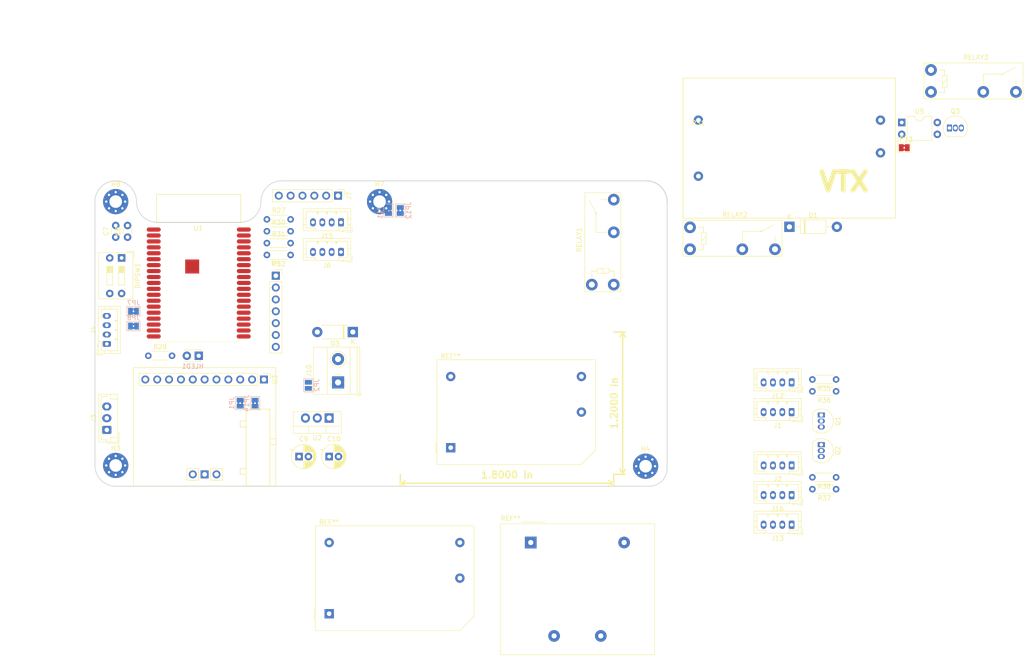
<source format=kicad_pcb>
(kicad_pcb (version 20171130) (host pcbnew 5.0.2+dfsg1-1)

  (general
    (thickness 1.6)
    (drawings 19)
    (tracks 0)
    (zones 0)
    (modules 55)
    (nets 37)
  )

  (page A3)
  (layers
    (0 F.Cu signal)
    (31 B.Cu signal)
    (32 B.Adhes user)
    (33 F.Adhes user)
    (34 B.Paste user)
    (35 F.Paste user)
    (36 B.SilkS user)
    (37 F.SilkS user)
    (38 B.Mask user)
    (39 F.Mask user)
    (40 Dwgs.User user)
    (41 Cmts.User user)
    (42 Eco1.User user)
    (43 Eco2.User user)
    (44 Edge.Cuts user)
    (45 Margin user)
    (46 B.CrtYd user)
    (47 F.CrtYd user)
    (48 B.Fab user)
    (49 F.Fab user)
  )

  (setup
    (last_trace_width 0.7)
    (trace_clearance 0.2)
    (zone_clearance 0.508)
    (zone_45_only no)
    (trace_min 0.2)
    (segment_width 0.2)
    (edge_width 0.15)
    (via_size 0.8)
    (via_drill 0.4)
    (via_min_size 0.4)
    (via_min_drill 0.3)
    (uvia_size 0.3)
    (uvia_drill 0.1)
    (uvias_allowed no)
    (uvia_min_size 0.2)
    (uvia_min_drill 0.1)
    (pcb_text_width 0.3)
    (pcb_text_size 1.5 1.5)
    (mod_edge_width 0.15)
    (mod_text_size 1 1)
    (mod_text_width 0.15)
    (pad_size 1.524 1.524)
    (pad_drill 0.762)
    (pad_to_mask_clearance 0.2)
    (solder_mask_min_width 0.25)
    (aux_axis_origin 0 0)
    (visible_elements FFFFFF7F)
    (pcbplotparams
      (layerselection 0x010fc_ffffffff)
      (usegerberextensions false)
      (usegerberattributes false)
      (usegerberadvancedattributes false)
      (creategerberjobfile false)
      (excludeedgelayer true)
      (linewidth 0.100000)
      (plotframeref false)
      (viasonmask false)
      (mode 1)
      (useauxorigin false)
      (hpglpennumber 1)
      (hpglpenspeed 20)
      (hpglpendiameter 15.000000)
      (psnegative false)
      (psa4output false)
      (plotreference true)
      (plotvalue true)
      (plotinvisibletext false)
      (padsonsilk false)
      (subtractmaskfromsilk false)
      (outputformat 1)
      (mirror false)
      (drillshape 1)
      (scaleselection 1)
      (outputdirectory ""))
  )

  (net 0 "")
  (net 1 /T_GND)
  (net 2 /ESP_GND)
  (net 3 /ESP_3V3)
  (net 4 +5V)
  (net 5 GND)
  (net 6 +3V3)
  (net 7 /ESP_RST)
  (net 8 /ESP_D0)
  (net 9 "Net-(HLED1-Pad2)")
  (net 10 /T_SDA)
  (net 11 /T_SCL)
  (net 12 /ESP_SCL)
  (net 13 /ESP_SDA)
  (net 14 /ESP_RX0)
  (net 15 /ESP_TX0)
  (net 16 /T_TX4)
  (net 17 /ESP_RX2)
  (net 18 /ESP_TX2)
  (net 19 /T_RX4)
  (net 20 "Net-(D3-Pad2)")
  (net 21 /T_SCL5)
  (net 22 /T_SDA5)
  (net 23 "Net-(J3-Pad2)")
  (net 24 "Net-(R28-Pad1)")
  (net 25 "Net-(U1-Pad10)")
  (net 26 "Net-(J3-Pad1)")
  (net 27 "Net-(J3-Pad3)")
  (net 28 /DAC_GND)
  (net 29 /DAC_3V3)
  (net 30 "Net-(U1-Pad11)")
  (net 31 "Net-(U1-Pad12)")
  (net 32 /T_3V3)
  (net 33 /ESP_CS)
  (net 34 /ESP_SCK)
  (net 35 /ESP_MISO)
  (net 36 /ESP_MOSI)

  (net_class Default "This is the default net class."
    (clearance 0.2)
    (trace_width 0.7)
    (via_dia 0.8)
    (via_drill 0.4)
    (uvia_dia 0.3)
    (uvia_drill 0.1)
    (add_net +3V3)
    (add_net +5V)
    (add_net /DAC_3V3)
    (add_net /DAC_GND)
    (add_net /ESP_3V3)
    (add_net /ESP_CS)
    (add_net /ESP_D0)
    (add_net /ESP_GND)
    (add_net /ESP_MISO)
    (add_net /ESP_MOSI)
    (add_net /ESP_RST)
    (add_net /ESP_RX0)
    (add_net /ESP_RX2)
    (add_net /ESP_SCK)
    (add_net /ESP_SCL)
    (add_net /ESP_SDA)
    (add_net /ESP_TX0)
    (add_net /ESP_TX2)
    (add_net /T_3V3)
    (add_net /T_GND)
    (add_net /T_RX4)
    (add_net /T_SCL)
    (add_net /T_SCL5)
    (add_net /T_SDA)
    (add_net /T_SDA5)
    (add_net /T_TX4)
    (add_net GND)
    (add_net "Net-(D3-Pad2)")
    (add_net "Net-(HLED1-Pad2)")
    (add_net "Net-(J3-Pad1)")
    (add_net "Net-(J3-Pad2)")
    (add_net "Net-(J3-Pad3)")
    (add_net "Net-(R28-Pad1)")
    (add_net "Net-(U1-Pad10)")
    (add_net "Net-(U1-Pad11)")
    (add_net "Net-(U1-Pad12)")
  )

  (net_class fat ""
    (clearance 0.2)
    (trace_width 0.6)
    (via_dia 0.8)
    (via_drill 0.4)
    (uvia_dia 0.3)
    (uvia_drill 0.1)
  )

  (module Converter_ACDC:Converter_ACDC_RECOM_RAC01-xxSGB_THT (layer F.Cu) (tedit 5BA81392) (tstamp 5CA0FD23)
    (at 100.33 142.875)
    (descr https://www.recom-power.com/pdf/Powerline-AC-DC/RAC01-GB.pdf)
    (tags "recom power ac dc rac01xxgb rac01-05sgb rac01-12sgb")
    (fp_text reference REF** (at 0 -19.6 180) (layer F.SilkS)
      (effects (font (size 1 1) (thickness 0.15)))
    )
    (fp_text value Converter_ACDC_RECOM_RAC01-xxSGB_THT (at 14 -17.4 180) (layer F.Fab)
      (effects (font (size 1 1) (thickness 0.15)))
    )
    (fp_line (start -3.175 -1.27) (end -3.175 1.27) (layer F.SilkS) (width 0.12))
    (fp_line (start -2.8 1) (end -2.8 3.5) (layer F.Fab) (width 0.1))
    (fp_line (start 27.95 3.63) (end -2.93 3.63) (layer F.SilkS) (width 0.12))
    (fp_line (start -2.93 3.63) (end -2.93 -18.83) (layer F.SilkS) (width 0.12))
    (fp_line (start -2.93 -18.83) (end 31.03 -18.83) (layer F.SilkS) (width 0.12))
    (fp_line (start 27.95 3.63) (end 31.03 0.55) (layer F.SilkS) (width 0.12))
    (fp_line (start 31.03 0.55) (end 31.03 -18.83) (layer F.SilkS) (width 0.12))
    (fp_line (start -1.8 0) (end -2.8 1) (layer F.Fab) (width 0.1))
    (fp_line (start -2.8 -1) (end -1.8 0) (layer F.Fab) (width 0.1))
    (fp_line (start 31.15 0.59) (end 27.99 3.75) (layer F.CrtYd) (width 0.05))
    (fp_line (start 31.15 -18.95) (end 31.15 0.59) (layer F.CrtYd) (width 0.05))
    (fp_line (start -3.05 -18.95) (end 31.15 -18.95) (layer F.CrtYd) (width 0.05))
    (fp_line (start -3.05 3.75) (end -3.05 -18.95) (layer F.CrtYd) (width 0.05))
    (fp_line (start 27.99 3.75) (end -3.05 3.75) (layer F.CrtYd) (width 0.05))
    (fp_line (start 27.9 3.5) (end 30.9 0.5) (layer F.Fab) (width 0.1))
    (fp_line (start -2.8 -18.7) (end 30.9 -18.7) (layer F.Fab) (width 0.1))
    (fp_line (start -2.8 -1) (end -2.8 -18.7) (layer F.Fab) (width 0.1))
    (fp_line (start 30.9 0.5) (end 30.9 -18.7) (layer F.Fab) (width 0.1))
    (fp_line (start 27.9 3.5) (end -2.8 3.5) (layer F.Fab) (width 0.1))
    (fp_text user %R (at 14 -7) (layer F.Fab)
      (effects (font (size 1.5 1.5) (thickness 0.15)))
    )
    (pad 1 thru_hole rect (at 0 0 180) (size 2 2) (drill 1) (layers *.Cu *.Mask))
    (pad 2 thru_hole circle (at 0 -15.24 180) (size 2 2) (drill 1) (layers *.Cu *.Mask))
    (pad 4 thru_hole circle (at 28 -7.62 180) (size 2 2) (drill 1) (layers *.Cu *.Mask))
    (pad 3 thru_hole circle (at 28 -15.24 180) (size 2 2) (drill 1) (layers *.Cu *.Mask))
    (model ${KISYS3DMOD}/Converter_ACDC.3dshapes/Converter_ACDC_RECOM_RAC01-xxSGB_THT.wrl
      (at (xyz 0 0 0))
      (scale (xyz 1 1 1))
      (rotate (xyz 0 0 0))
    )
  )

  (module Converter_ACDC:Converter_ACDC_Hahn_HS-400xx_THT (layer F.Cu) (tedit 59FD95A6) (tstamp 5CA0FC74)
    (at 143.51 127.635)
    (descr "ACDC-Converter, 3W, Hahn-HS-400xx, THT https://www.schukat.com/schukat/schukat_cms_de.nsf/index/FrameView?OpenDocument&art=HS40009&wg=M7942")
    (tags "Hahn ACDC-Converter THT")
    (fp_text reference REF** (at -4.31 -5.17 180) (layer F.SilkS)
      (effects (font (size 1 1) (thickness 0.15)))
    )
    (fp_text value Converter_ACDC_Hahn_HS-400xx_THT (at 11 25) (layer F.Fab)
      (effects (font (size 1 1) (thickness 0.15)))
    )
    (fp_line (start -2 -4.4) (end 3 -4.4) (layer F.SilkS) (width 0.12))
    (fp_line (start -6.4 -3.9) (end -0.5 -3.9) (layer F.Fab) (width 0.1))
    (fp_line (start -0.5 -3.9) (end 0 -3.4) (layer F.Fab) (width 0.1))
    (fp_line (start 0 -3.4) (end 0.5 -3.9) (layer F.Fab) (width 0.1))
    (fp_text user %R (at 10 10) (layer F.Fab)
      (effects (font (size 1 1) (thickness 0.15)))
    )
    (fp_line (start 26.4 -3.9) (end 26.4 23.9) (layer F.Fab) (width 0.1))
    (fp_line (start 0.5 -3.9) (end 26.4 -3.9) (layer F.Fab) (width 0.1))
    (fp_line (start -6.4 23.9) (end 26.4 23.9) (layer F.Fab) (width 0.1))
    (fp_line (start -6.4 -3.9) (end -6.4 23.9) (layer F.Fab) (width 0.1))
    (fp_line (start -6.52 -4.02) (end 26.52 -4.02) (layer F.SilkS) (width 0.12))
    (fp_line (start -6.52 24.02) (end -6.52 -4.02) (layer F.SilkS) (width 0.12))
    (fp_line (start 26.52 24.02) (end -6.52 24.02) (layer F.SilkS) (width 0.12))
    (fp_line (start 26.52 -4.02) (end 26.52 24.02) (layer F.SilkS) (width 0.12))
    (fp_line (start -6.65 -4.15) (end 26.65 -4.15) (layer F.CrtYd) (width 0.05))
    (fp_line (start -6.65 24.15) (end -6.65 -4.15) (layer F.CrtYd) (width 0.05))
    (fp_line (start 26.65 24.15) (end -6.65 24.15) (layer F.CrtYd) (width 0.05))
    (fp_line (start 26.65 -4.15) (end 26.65 24.15) (layer F.CrtYd) (width 0.05))
    (pad 9 thru_hole circle (at 5 20 270) (size 2.5 2.5) (drill 1.1) (layers *.Cu *.Mask))
    (pad 7 thru_hole circle (at 15 20 270) (size 2.5 2.5) (drill 1.1) (layers *.Cu *.Mask))
    (pad 1 thru_hole rect (at 0 0 270) (size 2.5 2.5) (drill 1.1) (layers *.Cu *.Mask))
    (pad 5 thru_hole circle (at 20 0 270) (size 2.5 2.5) (drill 1.1) (layers *.Cu *.Mask))
    (model ${KISYS3DMOD}/Converter_ACDC.3dshapes/Converter_ACDC_Hahn_HS-400xx_THT.wrl
      (at (xyz 0 0 0))
      (scale (xyz 1 1 1))
      (rotate (xyz 0 0 0))
    )
  )

  (module Jumper:SolderJumper-2_P1.3mm_Bridged2Bar_Pad1.0x1.5mm (layer B.Cu) (tedit 5B3911BF) (tstamp 5C874928)
    (at 58.42 81.28 180)
    (descr "SMD Solder Jumper, 1x1.5mm Pads, 0.3mm gap, bridged with 2 copper strips")
    (tags "solder jumper open")
    (path /5C561EFF)
    (attr virtual)
    (fp_text reference JP8 (at 0 1.8 180) (layer B.SilkS)
      (effects (font (size 1 1) (thickness 0.15)) (justify mirror))
    )
    (fp_text value J_ESP_TX2 (at 0 -1.9 180) (layer B.Fab)
      (effects (font (size 1 1) (thickness 0.15)) (justify mirror))
    )
    (fp_line (start 1.65 -1.25) (end -1.65 -1.25) (layer B.CrtYd) (width 0.05))
    (fp_line (start 1.65 -1.25) (end 1.65 1.25) (layer B.CrtYd) (width 0.05))
    (fp_line (start -1.65 1.25) (end -1.65 -1.25) (layer B.CrtYd) (width 0.05))
    (fp_line (start -1.65 1.25) (end 1.65 1.25) (layer B.CrtYd) (width 0.05))
    (fp_line (start -1.4 1) (end 1.4 1) (layer B.SilkS) (width 0.12))
    (fp_line (start 1.4 1) (end 1.4 -1) (layer B.SilkS) (width 0.12))
    (fp_line (start 1.4 -1) (end -1.4 -1) (layer B.SilkS) (width 0.12))
    (fp_line (start -1.4 -1) (end -1.4 1) (layer B.SilkS) (width 0.12))
    (pad 2 smd rect (at 0.65 0 180) (size 1 1.5) (layers B.Cu B.Mask)
      (net 18 /ESP_TX2))
    (pad 1 smd custom (at -0.65 0 180) (size 1 1.5) (layers B.Cu B.Mask)
      (net 19 /T_RX4)
      (options (clearance outline) (anchor rect))
      (primitives
        (gr_poly (pts
           (xy 0.4 -0.2) (xy 0.9 -0.2) (xy 0.9 -0.6) (xy 0.4 -0.6)) (width 0))
        (gr_poly (pts
           (xy 0.4 0.6) (xy 0.9 0.6) (xy 0.9 0.2) (xy 0.4 0.2)) (width 0))
      ))
  )

  (module Jumper:SolderJumper-2_P1.3mm_Bridged2Bar_Pad1.0x1.5mm (layer B.Cu) (tedit 5B3911BF) (tstamp 5CA831C0)
    (at 58.42 78.105 180)
    (descr "SMD Solder Jumper, 1x1.5mm Pads, 0.3mm gap, bridged with 2 copper strips")
    (tags "solder jumper open")
    (path /5C561870)
    (attr virtual)
    (fp_text reference JP7 (at 0 1.8 180) (layer B.SilkS)
      (effects (font (size 1 1) (thickness 0.15)) (justify mirror))
    )
    (fp_text value J_ESP_RX2 (at 0 -1.9 180) (layer B.Fab)
      (effects (font (size 1 1) (thickness 0.15)) (justify mirror))
    )
    (fp_line (start 1.65 -1.25) (end -1.65 -1.25) (layer B.CrtYd) (width 0.05))
    (fp_line (start 1.65 -1.25) (end 1.65 1.25) (layer B.CrtYd) (width 0.05))
    (fp_line (start -1.65 1.25) (end -1.65 -1.25) (layer B.CrtYd) (width 0.05))
    (fp_line (start -1.65 1.25) (end 1.65 1.25) (layer B.CrtYd) (width 0.05))
    (fp_line (start -1.4 1) (end 1.4 1) (layer B.SilkS) (width 0.12))
    (fp_line (start 1.4 1) (end 1.4 -1) (layer B.SilkS) (width 0.12))
    (fp_line (start 1.4 -1) (end -1.4 -1) (layer B.SilkS) (width 0.12))
    (fp_line (start -1.4 -1) (end -1.4 1) (layer B.SilkS) (width 0.12))
    (pad 2 smd rect (at 0.65 0 180) (size 1 1.5) (layers B.Cu B.Mask)
      (net 17 /ESP_RX2))
    (pad 1 smd custom (at -0.65 0 180) (size 1 1.5) (layers B.Cu B.Mask)
      (net 16 /T_TX4)
      (options (clearance outline) (anchor rect))
      (primitives
        (gr_poly (pts
           (xy 0.4 -0.2) (xy 0.9 -0.2) (xy 0.9 -0.6) (xy 0.4 -0.6)) (width 0))
        (gr_poly (pts
           (xy 0.4 0.6) (xy 0.9 0.6) (xy 0.9 0.2) (xy 0.4 0.2)) (width 0))
      ))
  )

  (module LED_THT:LED_D1.8mm_W3.3mm_H2.4mm (layer F.Cu) (tedit 5C309634) (tstamp 5CA86EBE)
    (at 72.39 87.63 180)
    (descr "LED, Round,  Rectangular size 3.3x2.4mm^2 diameter 1.8mm, 2 pins")
    (tags "LED Round  Rectangular size 3.3x2.4mm^2 diameter 1.8mm 2 pins")
    (path /774926D0)
    (fp_text reference HLED1 (at 1.27 -2.26 180) (layer B.SilkS)
      (effects (font (size 1 1) (thickness 0.15)) (justify mirror))
    )
    (fp_text value E_HEARTBEAT (at 1.27 2.26 180) (layer F.Fab)
      (effects (font (size 1 1) (thickness 0.15)))
    )
    (fp_line (start 3.7 -1.55) (end -1.15 -1.55) (layer F.CrtYd) (width 0.05))
    (fp_line (start 3.7 1.55) (end 3.7 -1.55) (layer F.CrtYd) (width 0.05))
    (fp_line (start -1.15 1.55) (end 3.7 1.55) (layer F.CrtYd) (width 0.05))
    (fp_line (start -1.15 -1.55) (end -1.15 1.55) (layer F.CrtYd) (width 0.05))
    (fp_line (start -0.2 1.08) (end -0.2 1.26) (layer F.SilkS) (width 0.12))
    (fp_line (start -0.2 -1.26) (end -0.2 -1.08) (layer F.SilkS) (width 0.12))
    (fp_line (start -0.32 1.08) (end -0.32 1.26) (layer F.SilkS) (width 0.12))
    (fp_line (start -0.32 -1.26) (end -0.32 -1.08) (layer F.SilkS) (width 0.12))
    (fp_line (start 2.98 1.095) (end 2.98 1.26) (layer F.SilkS) (width 0.12))
    (fp_line (start 2.98 -1.26) (end 2.98 -1.095) (layer F.SilkS) (width 0.12))
    (fp_line (start -0.44 1.08) (end -0.44 1.26) (layer F.SilkS) (width 0.12))
    (fp_line (start -0.44 -1.26) (end -0.44 -1.08) (layer F.SilkS) (width 0.12))
    (fp_line (start -0.44 1.26) (end 2.98 1.26) (layer F.SilkS) (width 0.12))
    (fp_line (start -0.44 -1.26) (end 2.98 -1.26) (layer F.SilkS) (width 0.12))
    (fp_line (start 2.92 -1.2) (end -0.38 -1.2) (layer F.Fab) (width 0.1))
    (fp_line (start 2.92 1.2) (end 2.92 -1.2) (layer F.Fab) (width 0.1))
    (fp_line (start -0.38 1.2) (end 2.92 1.2) (layer F.Fab) (width 0.1))
    (fp_line (start -0.38 -1.2) (end -0.38 1.2) (layer F.Fab) (width 0.1))
    (fp_circle (center 1.27 0) (end 2.17 0) (layer F.Fab) (width 0.1))
    (pad 2 thru_hole circle (at 2.54 0 180) (size 1.8 1.8) (drill 0.9) (layers *.Cu *.Mask)
      (net 9 "Net-(HLED1-Pad2)"))
    (pad 1 thru_hole rect (at 0 0 180) (size 1.8 1.8) (drill 0.9) (layers *.Cu *.Mask)
      (net 2 /ESP_GND))
    (model ${KISYS3DMOD}/LED_THT.3dshapes/LED_D1.8mm_W3.3mm_H2.4mm.wrl
      (at (xyz 0 0 0))
      (scale (xyz 1 1 1))
      (rotate (xyz 0 0 0))
    )
  )

  (module Button_Switch_THT:SW_DIP_SPSTx02_Slide_9.78x7.26mm_W7.62mm_P2.54mm (layer F.Cu) (tedit 5A4E1404) (tstamp 5C7B9664)
    (at 55.88 66.675 270)
    (descr "2x-dip-switch SPST , Slide, row spacing 7.62 mm (300 mils), body size 9.78x7.26mm (see e.g. https://www.ctscorp.com/wp-content/uploads/206-208.pdf)")
    (tags "DIP Switch SPST Slide 7.62mm 300mil")
    (path /5C552149)
    (fp_text reference DIPSW1 (at 3.81 -3.42 270) (layer F.SilkS)
      (effects (font (size 1 1) (thickness 0.15)))
    )
    (fp_text value E_BOOTOPTS (at 3.81 5.96 270) (layer F.Fab)
      (effects (font (size 1 1) (thickness 0.15)))
    )
    (fp_line (start -0.08 -2.36) (end 8.7 -2.36) (layer F.Fab) (width 0.1))
    (fp_line (start 8.7 -2.36) (end 8.7 4.9) (layer F.Fab) (width 0.1))
    (fp_line (start 8.7 4.9) (end -1.08 4.9) (layer F.Fab) (width 0.1))
    (fp_line (start -1.08 4.9) (end -1.08 -1.36) (layer F.Fab) (width 0.1))
    (fp_line (start -1.08 -1.36) (end -0.08 -2.36) (layer F.Fab) (width 0.1))
    (fp_line (start 1.78 -0.635) (end 1.78 0.635) (layer F.Fab) (width 0.1))
    (fp_line (start 1.78 0.635) (end 5.84 0.635) (layer F.Fab) (width 0.1))
    (fp_line (start 5.84 0.635) (end 5.84 -0.635) (layer F.Fab) (width 0.1))
    (fp_line (start 5.84 -0.635) (end 1.78 -0.635) (layer F.Fab) (width 0.1))
    (fp_line (start 1.78 -0.535) (end 3.133333 -0.535) (layer F.Fab) (width 0.1))
    (fp_line (start 1.78 -0.435) (end 3.133333 -0.435) (layer F.Fab) (width 0.1))
    (fp_line (start 1.78 -0.335) (end 3.133333 -0.335) (layer F.Fab) (width 0.1))
    (fp_line (start 1.78 -0.235) (end 3.133333 -0.235) (layer F.Fab) (width 0.1))
    (fp_line (start 1.78 -0.135) (end 3.133333 -0.135) (layer F.Fab) (width 0.1))
    (fp_line (start 1.78 -0.035) (end 3.133333 -0.035) (layer F.Fab) (width 0.1))
    (fp_line (start 1.78 0.065) (end 3.133333 0.065) (layer F.Fab) (width 0.1))
    (fp_line (start 1.78 0.165) (end 3.133333 0.165) (layer F.Fab) (width 0.1))
    (fp_line (start 1.78 0.265) (end 3.133333 0.265) (layer F.Fab) (width 0.1))
    (fp_line (start 1.78 0.365) (end 3.133333 0.365) (layer F.Fab) (width 0.1))
    (fp_line (start 1.78 0.465) (end 3.133333 0.465) (layer F.Fab) (width 0.1))
    (fp_line (start 1.78 0.565) (end 3.133333 0.565) (layer F.Fab) (width 0.1))
    (fp_line (start 3.133333 -0.635) (end 3.133333 0.635) (layer F.Fab) (width 0.1))
    (fp_line (start 1.78 1.905) (end 1.78 3.175) (layer F.Fab) (width 0.1))
    (fp_line (start 1.78 3.175) (end 5.84 3.175) (layer F.Fab) (width 0.1))
    (fp_line (start 5.84 3.175) (end 5.84 1.905) (layer F.Fab) (width 0.1))
    (fp_line (start 5.84 1.905) (end 1.78 1.905) (layer F.Fab) (width 0.1))
    (fp_line (start 1.78 2.005) (end 3.133333 2.005) (layer F.Fab) (width 0.1))
    (fp_line (start 1.78 2.105) (end 3.133333 2.105) (layer F.Fab) (width 0.1))
    (fp_line (start 1.78 2.205) (end 3.133333 2.205) (layer F.Fab) (width 0.1))
    (fp_line (start 1.78 2.305) (end 3.133333 2.305) (layer F.Fab) (width 0.1))
    (fp_line (start 1.78 2.405) (end 3.133333 2.405) (layer F.Fab) (width 0.1))
    (fp_line (start 1.78 2.505) (end 3.133333 2.505) (layer F.Fab) (width 0.1))
    (fp_line (start 1.78 2.605) (end 3.133333 2.605) (layer F.Fab) (width 0.1))
    (fp_line (start 1.78 2.705) (end 3.133333 2.705) (layer F.Fab) (width 0.1))
    (fp_line (start 1.78 2.805) (end 3.133333 2.805) (layer F.Fab) (width 0.1))
    (fp_line (start 1.78 2.905) (end 3.133333 2.905) (layer F.Fab) (width 0.1))
    (fp_line (start 1.78 3.005) (end 3.133333 3.005) (layer F.Fab) (width 0.1))
    (fp_line (start 1.78 3.105) (end 3.133333 3.105) (layer F.Fab) (width 0.1))
    (fp_line (start 3.133333 1.905) (end 3.133333 3.175) (layer F.Fab) (width 0.1))
    (fp_line (start -1.14 -2.42) (end 8.76 -2.42) (layer F.SilkS) (width 0.12))
    (fp_line (start -1.14 4.96) (end 8.76 4.96) (layer F.SilkS) (width 0.12))
    (fp_line (start -1.14 -2.42) (end -1.14 4.96) (layer F.SilkS) (width 0.12))
    (fp_line (start 8.76 -2.42) (end 8.76 4.96) (layer F.SilkS) (width 0.12))
    (fp_line (start -1.38 -2.66) (end 0.004 -2.66) (layer F.SilkS) (width 0.12))
    (fp_line (start -1.38 -2.66) (end -1.38 -1.277) (layer F.SilkS) (width 0.12))
    (fp_line (start 1.78 -0.635) (end 1.78 0.635) (layer F.SilkS) (width 0.12))
    (fp_line (start 1.78 0.635) (end 5.84 0.635) (layer F.SilkS) (width 0.12))
    (fp_line (start 5.84 0.635) (end 5.84 -0.635) (layer F.SilkS) (width 0.12))
    (fp_line (start 5.84 -0.635) (end 1.78 -0.635) (layer F.SilkS) (width 0.12))
    (fp_line (start 1.78 -0.515) (end 3.133333 -0.515) (layer F.SilkS) (width 0.12))
    (fp_line (start 1.78 -0.395) (end 3.133333 -0.395) (layer F.SilkS) (width 0.12))
    (fp_line (start 1.78 -0.275) (end 3.133333 -0.275) (layer F.SilkS) (width 0.12))
    (fp_line (start 1.78 -0.155) (end 3.133333 -0.155) (layer F.SilkS) (width 0.12))
    (fp_line (start 1.78 -0.035) (end 3.133333 -0.035) (layer F.SilkS) (width 0.12))
    (fp_line (start 1.78 0.085) (end 3.133333 0.085) (layer F.SilkS) (width 0.12))
    (fp_line (start 1.78 0.205) (end 3.133333 0.205) (layer F.SilkS) (width 0.12))
    (fp_line (start 1.78 0.325) (end 3.133333 0.325) (layer F.SilkS) (width 0.12))
    (fp_line (start 1.78 0.445) (end 3.133333 0.445) (layer F.SilkS) (width 0.12))
    (fp_line (start 1.78 0.565) (end 3.133333 0.565) (layer F.SilkS) (width 0.12))
    (fp_line (start 3.133333 -0.635) (end 3.133333 0.635) (layer F.SilkS) (width 0.12))
    (fp_line (start 1.78 1.905) (end 1.78 3.175) (layer F.SilkS) (width 0.12))
    (fp_line (start 1.78 3.175) (end 5.84 3.175) (layer F.SilkS) (width 0.12))
    (fp_line (start 5.84 3.175) (end 5.84 1.905) (layer F.SilkS) (width 0.12))
    (fp_line (start 5.84 1.905) (end 1.78 1.905) (layer F.SilkS) (width 0.12))
    (fp_line (start 1.78 2.025) (end 3.133333 2.025) (layer F.SilkS) (width 0.12))
    (fp_line (start 1.78 2.145) (end 3.133333 2.145) (layer F.SilkS) (width 0.12))
    (fp_line (start 1.78 2.265) (end 3.133333 2.265) (layer F.SilkS) (width 0.12))
    (fp_line (start 1.78 2.385) (end 3.133333 2.385) (layer F.SilkS) (width 0.12))
    (fp_line (start 1.78 2.505) (end 3.133333 2.505) (layer F.SilkS) (width 0.12))
    (fp_line (start 1.78 2.625) (end 3.133333 2.625) (layer F.SilkS) (width 0.12))
    (fp_line (start 1.78 2.745) (end 3.133333 2.745) (layer F.SilkS) (width 0.12))
    (fp_line (start 1.78 2.865) (end 3.133333 2.865) (layer F.SilkS) (width 0.12))
    (fp_line (start 1.78 2.985) (end 3.133333 2.985) (layer F.SilkS) (width 0.12))
    (fp_line (start 1.78 3.105) (end 3.133333 3.105) (layer F.SilkS) (width 0.12))
    (fp_line (start 3.133333 1.905) (end 3.133333 3.175) (layer F.SilkS) (width 0.12))
    (fp_line (start -1.35 -2.7) (end -1.35 5.25) (layer F.CrtYd) (width 0.05))
    (fp_line (start -1.35 5.25) (end 8.95 5.25) (layer F.CrtYd) (width 0.05))
    (fp_line (start 8.95 5.25) (end 8.95 -2.7) (layer F.CrtYd) (width 0.05))
    (fp_line (start 8.95 -2.7) (end -1.35 -2.7) (layer F.CrtYd) (width 0.05))
    (fp_text user %R (at 7.27 1.27) (layer F.Fab)
      (effects (font (size 0.8 0.8) (thickness 0.12)))
    )
    (fp_text user on (at 5.365 -1.4975 270) (layer F.Fab)
      (effects (font (size 0.8 0.8) (thickness 0.12)))
    )
    (pad 1 thru_hole rect (at 0 0 270) (size 1.6 1.6) (drill 0.8) (layers *.Cu *.Mask)
      (net 7 /ESP_RST))
    (pad 3 thru_hole oval (at 7.62 2.54 270) (size 1.6 1.6) (drill 0.8) (layers *.Cu *.Mask)
      (net 2 /ESP_GND))
    (pad 2 thru_hole oval (at 0 2.54 270) (size 1.6 1.6) (drill 0.8) (layers *.Cu *.Mask)
      (net 8 /ESP_D0))
    (pad 4 thru_hole oval (at 7.62 0 270) (size 1.6 1.6) (drill 0.8) (layers *.Cu *.Mask)
      (net 2 /ESP_GND))
    (model ${KISYS3DMOD}/Button_Switch_THT.3dshapes/SW_DIP_SPSTx02_Slide_9.78x7.26mm_W7.62mm_P2.54mm.wrl
      (at (xyz 0 0 0))
      (scale (xyz 1 1 1))
      (rotate (xyz 0 0 90))
    )
  )

  (module esp32-wrover:ESP32-WROVER (layer F.Cu) (tedit 5C0AE15D) (tstamp 5C7B9562)
    (at 72.39 59.69)
    (path /774925CF)
    (attr smd)
    (fp_text reference U1 (at -0.1 0.62) (layer F.SilkS)
      (effects (font (size 1 1) (thickness 0.15)))
    )
    (fp_text value ESP32-WROVER (at 0.1 2.92) (layer F.Fab) hide
      (effects (font (size 1 1) (thickness 0.15)))
    )
    (fp_line (start 9 24.95) (end -9 24.95) (layer F.SilkS) (width 0.05))
    (fp_line (start 9 -0.58) (end 9 24.95) (layer Eco2.User) (width 0.05))
    (fp_line (start -9 -0.58) (end 9 -0.58) (layer F.SilkS) (width 0.05))
    (fp_line (start -9 24.95) (end -9 -0.58) (layer Eco2.User) (width 0.05))
    (fp_line (start -9.017 -0.635) (end -9.017 -6.604) (layer F.SilkS) (width 0.15))
    (fp_line (start 9.017 -0.635) (end 9.017 -6.604) (layer F.SilkS) (width 0.15))
    (fp_line (start 9.017 -6.604) (end -9.017 -6.604) (layer F.SilkS) (width 0.15))
    (pad 39 smd rect (at -1.4 8.82) (size 3 3) (layers F.Cu F.Paste F.Mask))
    (pad 1 smd oval (at -9.635 0.91) (size 3 0.9) (layers F.Cu F.Paste F.Mask)
      (net 2 /ESP_GND))
    (pad 2 smd oval (at -9.635 2.18) (size 3 0.9) (layers F.Cu F.Paste F.Mask)
      (net 3 /ESP_3V3))
    (pad 3 smd oval (at -9.635 3.45) (size 3 0.9) (layers F.Cu F.Paste F.Mask)
      (net 7 /ESP_RST))
    (pad 4 smd oval (at -9.635 4.72) (size 3 0.9) (layers F.Cu F.Paste F.Mask))
    (pad 5 smd oval (at -9.635 5.99) (size 3 0.9) (layers F.Cu F.Paste F.Mask))
    (pad 6 smd oval (at -9.635 7.26) (size 3 0.9) (layers F.Cu F.Paste F.Mask))
    (pad 7 smd oval (at -9.635 8.53) (size 3 0.9) (layers F.Cu F.Paste F.Mask))
    (pad 8 smd oval (at -9.635 9.8) (size 3 0.9) (layers F.Cu F.Paste F.Mask))
    (pad 9 smd oval (at -9.635 11.07) (size 3 0.9) (layers F.Cu F.Paste F.Mask))
    (pad 10 smd oval (at -9.635 12.34) (size 3 0.9) (layers F.Cu F.Paste F.Mask)
      (net 25 "Net-(U1-Pad10)"))
    (pad 11 smd oval (at -9.635 13.61) (size 3 0.9) (layers F.Cu F.Paste F.Mask)
      (net 30 "Net-(U1-Pad11)"))
    (pad 12 smd oval (at -9.635 14.88) (size 3 0.9) (layers F.Cu F.Paste F.Mask)
      (net 31 "Net-(U1-Pad12)"))
    (pad 13 smd oval (at -9.635 16.15) (size 3 0.9) (layers F.Cu F.Paste F.Mask)
      (net 24 "Net-(R28-Pad1)"))
    (pad 14 smd oval (at -9.635 17.42) (size 3 0.9) (layers F.Cu F.Paste F.Mask)
      (net 17 /ESP_RX2))
    (pad 15 smd oval (at -9.635 18.72) (size 3 0.9) (layers F.Cu F.Paste F.Mask)
      (net 2 /ESP_GND))
    (pad 16 smd oval (at -9.635 19.99) (size 3 0.9) (layers F.Cu F.Paste F.Mask)
      (net 18 /ESP_TX2))
    (pad 17 smd oval (at -9.635 21.26) (size 3 0.9) (layers F.Cu F.Paste F.Mask))
    (pad 18 smd oval (at -9.635 22.53) (size 3 0.9) (layers F.Cu F.Paste F.Mask))
    (pad 19 smd oval (at -9.635 23.8) (size 3 0.9) (layers F.Cu F.Paste F.Mask))
    (pad 20 smd oval (at 9.635 23.8) (size 3 0.9) (layers F.Cu F.Paste F.Mask))
    (pad 21 smd oval (at 9.635 22.53) (size 3 0.9) (layers F.Cu F.Paste F.Mask))
    (pad 22 smd oval (at 9.635 21.26) (size 3 0.9) (layers F.Cu F.Paste F.Mask))
    (pad 23 smd oval (at 9.635 19.99) (size 3 0.9) (layers F.Cu F.Paste F.Mask))
    (pad 24 smd oval (at 9.635 18.72) (size 3 0.9) (layers F.Cu F.Paste F.Mask))
    (pad 25 smd oval (at 9.665 17.42) (size 3 0.9) (layers F.Cu F.Paste F.Mask)
      (net 8 /ESP_D0))
    (pad 26 smd oval (at 9.665 16.15) (size 3 0.9) (layers F.Cu F.Paste F.Mask))
    (pad 27 smd oval (at 9.665 14.88) (size 3 0.9) (layers F.Cu F.Paste F.Mask))
    (pad 28 smd oval (at 9.665 13.61) (size 3 0.9) (layers F.Cu F.Paste F.Mask))
    (pad 29 smd oval (at 9.665 12.34) (size 3 0.9) (layers F.Cu F.Paste F.Mask)
      (net 33 /ESP_CS))
    (pad 30 smd oval (at 9.665 11.07) (size 3 0.9) (layers F.Cu F.Paste F.Mask)
      (net 34 /ESP_SCK))
    (pad 31 smd oval (at 9.665 9.8) (size 3 0.9) (layers F.Cu F.Paste F.Mask)
      (net 35 /ESP_MISO))
    (pad 32 smd oval (at 9.665 8.53) (size 3 0.9) (layers F.Cu F.Paste F.Mask))
    (pad 33 smd oval (at 9.665 7.26) (size 3 0.9) (layers F.Cu F.Paste F.Mask)
      (net 13 /ESP_SDA))
    (pad 34 smd oval (at 9.665 5.99) (size 3 0.9) (layers F.Cu F.Paste F.Mask)
      (net 14 /ESP_RX0))
    (pad 35 smd oval (at 9.665 4.72) (size 3 0.9) (layers F.Cu F.Paste F.Mask)
      (net 15 /ESP_TX0))
    (pad 36 smd oval (at 9.665 3.45) (size 3 0.9) (layers F.Cu F.Paste F.Mask)
      (net 12 /ESP_SCL))
    (pad 37 smd oval (at 9.665 2.18) (size 3 0.9) (layers F.Cu F.Paste F.Mask)
      (net 36 /ESP_MOSI))
    (pad 38 smd oval (at 9.665 0.91) (size 3 0.9) (layers F.Cu F.Paste F.Mask)
      (net 2 /ESP_GND))
    (model ${KIWALTER3DMOD}/nrf51822-04_module.x3d
      (offset (xyz 11.00000323479652 29.99999034944534 0))
      (scale (xyz 2 2.8 1))
      (rotate (xyz 0 0 0))
    )
  )

  (module Diode_THT:D_DO-41_SOD81_P7.62mm_Horizontal (layer F.Cu) (tedit 5AE50CD5) (tstamp 5C53D150)
    (at 105.41 82.55 180)
    (descr "Diode, DO-41_SOD81 series, Axial, Horizontal, pin pitch=7.62mm, , length*diameter=5.2*2.7mm^2, , http://www.diodes.com/_files/packages/DO-41%20(Plastic).pdf")
    (tags "Diode DO-41_SOD81 series Axial Horizontal pin pitch 7.62mm  length 5.2mm diameter 2.7mm")
    (path /5CA483E2)
    (fp_text reference D3 (at 3.81 -2.47 180) (layer F.SilkS)
      (effects (font (size 1 1) (thickness 0.15)))
    )
    (fp_text value D (at 3.81 2.47 180) (layer F.Fab)
      (effects (font (size 1 1) (thickness 0.15)))
    )
    (fp_line (start 1.21 -1.35) (end 1.21 1.35) (layer F.Fab) (width 0.1))
    (fp_line (start 1.21 1.35) (end 6.41 1.35) (layer F.Fab) (width 0.1))
    (fp_line (start 6.41 1.35) (end 6.41 -1.35) (layer F.Fab) (width 0.1))
    (fp_line (start 6.41 -1.35) (end 1.21 -1.35) (layer F.Fab) (width 0.1))
    (fp_line (start 0 0) (end 1.21 0) (layer F.Fab) (width 0.1))
    (fp_line (start 7.62 0) (end 6.41 0) (layer F.Fab) (width 0.1))
    (fp_line (start 1.99 -1.35) (end 1.99 1.35) (layer F.Fab) (width 0.1))
    (fp_line (start 2.09 -1.35) (end 2.09 1.35) (layer F.Fab) (width 0.1))
    (fp_line (start 1.89 -1.35) (end 1.89 1.35) (layer F.Fab) (width 0.1))
    (fp_line (start 1.09 -1.34) (end 1.09 -1.47) (layer F.SilkS) (width 0.12))
    (fp_line (start 1.09 -1.47) (end 6.53 -1.47) (layer F.SilkS) (width 0.12))
    (fp_line (start 6.53 -1.47) (end 6.53 -1.34) (layer F.SilkS) (width 0.12))
    (fp_line (start 1.09 1.34) (end 1.09 1.47) (layer F.SilkS) (width 0.12))
    (fp_line (start 1.09 1.47) (end 6.53 1.47) (layer F.SilkS) (width 0.12))
    (fp_line (start 6.53 1.47) (end 6.53 1.34) (layer F.SilkS) (width 0.12))
    (fp_line (start 1.99 -1.47) (end 1.99 1.47) (layer F.SilkS) (width 0.12))
    (fp_line (start 2.11 -1.47) (end 2.11 1.47) (layer F.SilkS) (width 0.12))
    (fp_line (start 1.87 -1.47) (end 1.87 1.47) (layer F.SilkS) (width 0.12))
    (fp_line (start -1.35 -1.6) (end -1.35 1.6) (layer F.CrtYd) (width 0.05))
    (fp_line (start -1.35 1.6) (end 8.97 1.6) (layer F.CrtYd) (width 0.05))
    (fp_line (start 8.97 1.6) (end 8.97 -1.6) (layer F.CrtYd) (width 0.05))
    (fp_line (start 8.97 -1.6) (end -1.35 -1.6) (layer F.CrtYd) (width 0.05))
    (fp_text user %R (at 4.2 0 180) (layer F.Fab)
      (effects (font (size 1 1) (thickness 0.15)))
    )
    (fp_text user K (at 0 -2.1 180) (layer F.Fab)
      (effects (font (size 1 1) (thickness 0.15)))
    )
    (fp_text user K (at 0 -2.1 180) (layer F.SilkS)
      (effects (font (size 1 1) (thickness 0.15)))
    )
    (pad 1 thru_hole rect (at 0 0 180) (size 2.2 2.2) (drill 1.1) (layers *.Cu *.Mask)
      (net 4 +5V))
    (pad 2 thru_hole oval (at 7.62 0 180) (size 2.2 2.2) (drill 1.1) (layers *.Cu *.Mask)
      (net 20 "Net-(D3-Pad2)"))
    (model ${KISYS3DMOD}/Diode_THT.3dshapes/D_DO-41_SOD81_P7.62mm_Horizontal.wrl
      (at (xyz 0 0 0))
      (scale (xyz 1 1 1))
      (rotate (xyz 0 0 0))
    )
  )

  (module MountingHole:MountingHole_2.7mm_M2.5_Pad_Via (layer F.Cu) (tedit 56DDBBFF) (tstamp 5C53D180)
    (at 54.61 111.125)
    (descr "Mounting Hole 2.7mm")
    (tags "mounting hole 2.7mm")
    (path /5D133AAA)
    (attr virtual)
    (fp_text reference H3 (at 0 -3.7) (layer F.SilkS)
      (effects (font (size 1 1) (thickness 0.15)))
    )
    (fp_text value MountingHole (at 0 3.7) (layer F.Fab)
      (effects (font (size 1 1) (thickness 0.15)))
    )
    (fp_text user %R (at 0.3 0) (layer F.Fab)
      (effects (font (size 1 1) (thickness 0.15)))
    )
    (fp_circle (center 0 0) (end 2.7 0) (layer Cmts.User) (width 0.15))
    (fp_circle (center 0 0) (end 2.95 0) (layer F.CrtYd) (width 0.05))
    (pad 1 thru_hole circle (at 0 0) (size 5.4 5.4) (drill 2.7) (layers *.Cu *.Mask))
    (pad 1 thru_hole circle (at 2.025 0) (size 0.8 0.8) (drill 0.5) (layers *.Cu *.Mask))
    (pad 1 thru_hole circle (at 1.431891 1.431891) (size 0.8 0.8) (drill 0.5) (layers *.Cu *.Mask))
    (pad 1 thru_hole circle (at 0 2.025) (size 0.8 0.8) (drill 0.5) (layers *.Cu *.Mask))
    (pad 1 thru_hole circle (at -1.431891 1.431891) (size 0.8 0.8) (drill 0.5) (layers *.Cu *.Mask))
    (pad 1 thru_hole circle (at -2.025 0) (size 0.8 0.8) (drill 0.5) (layers *.Cu *.Mask))
    (pad 1 thru_hole circle (at -1.431891 -1.431891) (size 0.8 0.8) (drill 0.5) (layers *.Cu *.Mask))
    (pad 1 thru_hole circle (at 0 -2.025) (size 0.8 0.8) (drill 0.5) (layers *.Cu *.Mask))
    (pad 1 thru_hole circle (at 1.431891 -1.431891) (size 0.8 0.8) (drill 0.5) (layers *.Cu *.Mask))
  )

  (module MountingHole:MountingHole_2.7mm_M2.5_Pad_Via (layer F.Cu) (tedit 56DDBBFF) (tstamp 5C53D190)
    (at 168.113109 111.286891)
    (descr "Mounting Hole 2.7mm")
    (tags "mounting hole 2.7mm")
    (path /5D133AA3)
    (attr virtual)
    (fp_text reference H4 (at 0 -3.7) (layer F.SilkS)
      (effects (font (size 1 1) (thickness 0.15)))
    )
    (fp_text value MountingHole (at 0 3.7) (layer F.Fab)
      (effects (font (size 1 1) (thickness 0.15)))
    )
    (fp_circle (center 0 0) (end 2.95 0) (layer F.CrtYd) (width 0.05))
    (fp_circle (center 0 0) (end 2.7 0) (layer Cmts.User) (width 0.15))
    (fp_text user %R (at 0.3 0) (layer F.Fab)
      (effects (font (size 1 1) (thickness 0.15)))
    )
    (pad 1 thru_hole circle (at 1.431891 -1.431891) (size 0.8 0.8) (drill 0.5) (layers *.Cu *.Mask))
    (pad 1 thru_hole circle (at 0 -2.025) (size 0.8 0.8) (drill 0.5) (layers *.Cu *.Mask))
    (pad 1 thru_hole circle (at -1.431891 -1.431891) (size 0.8 0.8) (drill 0.5) (layers *.Cu *.Mask))
    (pad 1 thru_hole circle (at -2.025 0) (size 0.8 0.8) (drill 0.5) (layers *.Cu *.Mask))
    (pad 1 thru_hole circle (at -1.431891 1.431891) (size 0.8 0.8) (drill 0.5) (layers *.Cu *.Mask))
    (pad 1 thru_hole circle (at 0 2.025) (size 0.8 0.8) (drill 0.5) (layers *.Cu *.Mask))
    (pad 1 thru_hole circle (at 1.431891 1.431891) (size 0.8 0.8) (drill 0.5) (layers *.Cu *.Mask))
    (pad 1 thru_hole circle (at 2.025 0) (size 0.8 0.8) (drill 0.5) (layers *.Cu *.Mask))
    (pad 1 thru_hole circle (at 0 0) (size 5.4 5.4) (drill 2.7) (layers *.Cu *.Mask))
  )

  (module Jumper:SolderJumper-2_P1.3mm_Bridged2Bar_Pad1.0x1.5mm (layer B.Cu) (tedit 5B3911BF) (tstamp 5C8750D0)
    (at 115.57 56.515 90)
    (descr "SMD Solder Jumper, 1x1.5mm Pads, 0.3mm gap, bridged with 2 copper strips")
    (tags "solder jumper open")
    (path /5CB271F6)
    (attr virtual)
    (fp_text reference JP12 (at 0 1.8 90) (layer B.SilkS)
      (effects (font (size 1 1) (thickness 0.15)) (justify mirror))
    )
    (fp_text value Jumper_2_Bridged (at 0 -1.9 90) (layer B.Fab)
      (effects (font (size 1 1) (thickness 0.15)) (justify mirror))
    )
    (fp_line (start -1.4 -1) (end -1.4 1) (layer B.SilkS) (width 0.12))
    (fp_line (start 1.4 -1) (end -1.4 -1) (layer B.SilkS) (width 0.12))
    (fp_line (start 1.4 1) (end 1.4 -1) (layer B.SilkS) (width 0.12))
    (fp_line (start -1.4 1) (end 1.4 1) (layer B.SilkS) (width 0.12))
    (fp_line (start -1.65 1.25) (end 1.65 1.25) (layer B.CrtYd) (width 0.05))
    (fp_line (start -1.65 1.25) (end -1.65 -1.25) (layer B.CrtYd) (width 0.05))
    (fp_line (start 1.65 -1.25) (end 1.65 1.25) (layer B.CrtYd) (width 0.05))
    (fp_line (start 1.65 -1.25) (end -1.65 -1.25) (layer B.CrtYd) (width 0.05))
    (pad 1 smd custom (at -0.65 0 90) (size 1 1.5) (layers B.Cu B.Mask)
      (net 1 /T_GND)
      (options (clearance outline) (anchor rect))
      (primitives
        (gr_poly (pts
           (xy 0.4 -0.2) (xy 0.9 -0.2) (xy 0.9 -0.6) (xy 0.4 -0.6)) (width 0))
        (gr_poly (pts
           (xy 0.4 0.6) (xy 0.9 0.6) (xy 0.9 0.2) (xy 0.4 0.2)) (width 0))
      ))
    (pad 2 smd rect (at 0.65 0 90) (size 1 1.5) (layers B.Cu B.Mask)
      (net 2 /ESP_GND))
  )

  (module Connector_JST:JST_PH_B4B-PH-K_1x04_P2.00mm_Vertical (layer F.Cu) (tedit 5B7745C2) (tstamp 5C53F6CD)
    (at 199.39 111.125 180)
    (descr "JST PH series connector, B4B-PH-K (http://www.jst-mfg.com/product/pdf/eng/ePH.pdf), generated with kicad-footprint-generator")
    (tags "connector JST PH side entry")
    (path /5CE3402E)
    (fp_text reference J2 (at 3 -2.9 180) (layer F.SilkS)
      (effects (font (size 1 1) (thickness 0.15)))
    )
    (fp_text value T_I2C0_5V (at 3 4 180) (layer F.Fab)
      (effects (font (size 1 1) (thickness 0.15)))
    )
    (fp_line (start -2.06 -1.81) (end -2.06 2.91) (layer F.SilkS) (width 0.12))
    (fp_line (start -2.06 2.91) (end 8.06 2.91) (layer F.SilkS) (width 0.12))
    (fp_line (start 8.06 2.91) (end 8.06 -1.81) (layer F.SilkS) (width 0.12))
    (fp_line (start 8.06 -1.81) (end -2.06 -1.81) (layer F.SilkS) (width 0.12))
    (fp_line (start -0.3 -1.81) (end -0.3 -2.01) (layer F.SilkS) (width 0.12))
    (fp_line (start -0.3 -2.01) (end -0.6 -2.01) (layer F.SilkS) (width 0.12))
    (fp_line (start -0.6 -2.01) (end -0.6 -1.81) (layer F.SilkS) (width 0.12))
    (fp_line (start -0.3 -1.91) (end -0.6 -1.91) (layer F.SilkS) (width 0.12))
    (fp_line (start 0.5 -1.81) (end 0.5 -1.2) (layer F.SilkS) (width 0.12))
    (fp_line (start 0.5 -1.2) (end -1.45 -1.2) (layer F.SilkS) (width 0.12))
    (fp_line (start -1.45 -1.2) (end -1.45 2.3) (layer F.SilkS) (width 0.12))
    (fp_line (start -1.45 2.3) (end 7.45 2.3) (layer F.SilkS) (width 0.12))
    (fp_line (start 7.45 2.3) (end 7.45 -1.2) (layer F.SilkS) (width 0.12))
    (fp_line (start 7.45 -1.2) (end 5.5 -1.2) (layer F.SilkS) (width 0.12))
    (fp_line (start 5.5 -1.2) (end 5.5 -1.81) (layer F.SilkS) (width 0.12))
    (fp_line (start -2.06 -0.5) (end -1.45 -0.5) (layer F.SilkS) (width 0.12))
    (fp_line (start -2.06 0.8) (end -1.45 0.8) (layer F.SilkS) (width 0.12))
    (fp_line (start 8.06 -0.5) (end 7.45 -0.5) (layer F.SilkS) (width 0.12))
    (fp_line (start 8.06 0.8) (end 7.45 0.8) (layer F.SilkS) (width 0.12))
    (fp_line (start 0.9 2.3) (end 0.9 1.8) (layer F.SilkS) (width 0.12))
    (fp_line (start 0.9 1.8) (end 1.1 1.8) (layer F.SilkS) (width 0.12))
    (fp_line (start 1.1 1.8) (end 1.1 2.3) (layer F.SilkS) (width 0.12))
    (fp_line (start 1 2.3) (end 1 1.8) (layer F.SilkS) (width 0.12))
    (fp_line (start 2.9 2.3) (end 2.9 1.8) (layer F.SilkS) (width 0.12))
    (fp_line (start 2.9 1.8) (end 3.1 1.8) (layer F.SilkS) (width 0.12))
    (fp_line (start 3.1 1.8) (end 3.1 2.3) (layer F.SilkS) (width 0.12))
    (fp_line (start 3 2.3) (end 3 1.8) (layer F.SilkS) (width 0.12))
    (fp_line (start 4.9 2.3) (end 4.9 1.8) (layer F.SilkS) (width 0.12))
    (fp_line (start 4.9 1.8) (end 5.1 1.8) (layer F.SilkS) (width 0.12))
    (fp_line (start 5.1 1.8) (end 5.1 2.3) (layer F.SilkS) (width 0.12))
    (fp_line (start 5 2.3) (end 5 1.8) (layer F.SilkS) (width 0.12))
    (fp_line (start -1.11 -2.11) (end -2.36 -2.11) (layer F.SilkS) (width 0.12))
    (fp_line (start -2.36 -2.11) (end -2.36 -0.86) (layer F.SilkS) (width 0.12))
    (fp_line (start -1.11 -2.11) (end -2.36 -2.11) (layer F.Fab) (width 0.1))
    (fp_line (start -2.36 -2.11) (end -2.36 -0.86) (layer F.Fab) (width 0.1))
    (fp_line (start -1.95 -1.7) (end -1.95 2.8) (layer F.Fab) (width 0.1))
    (fp_line (start -1.95 2.8) (end 7.95 2.8) (layer F.Fab) (width 0.1))
    (fp_line (start 7.95 2.8) (end 7.95 -1.7) (layer F.Fab) (width 0.1))
    (fp_line (start 7.95 -1.7) (end -1.95 -1.7) (layer F.Fab) (width 0.1))
    (fp_line (start -2.45 -2.2) (end -2.45 3.3) (layer F.CrtYd) (width 0.05))
    (fp_line (start -2.45 3.3) (end 8.45 3.3) (layer F.CrtYd) (width 0.05))
    (fp_line (start 8.45 3.3) (end 8.45 -2.2) (layer F.CrtYd) (width 0.05))
    (fp_line (start 8.45 -2.2) (end -2.45 -2.2) (layer F.CrtYd) (width 0.05))
    (fp_text user %R (at 3 1.5 180) (layer F.Fab)
      (effects (font (size 1 1) (thickness 0.15)))
    )
    (pad 1 thru_hole roundrect (at 0 0 180) (size 1.2 1.75) (drill 0.75) (layers *.Cu *.Mask) (roundrect_rratio 0.208333)
      (net 21 /T_SCL5))
    (pad 2 thru_hole oval (at 2 0 180) (size 1.2 1.75) (drill 0.75) (layers *.Cu *.Mask)
      (net 22 /T_SDA5))
    (pad 3 thru_hole oval (at 4 0 180) (size 1.2 1.75) (drill 0.75) (layers *.Cu *.Mask)
      (net 4 +5V))
    (pad 4 thru_hole oval (at 6 0 180) (size 1.2 1.75) (drill 0.75) (layers *.Cu *.Mask)
      (net 1 /T_GND))
    (model ${KISYS3DMOD}/Connector_JST.3dshapes/JST_PH_B4B-PH-K_1x04_P2.00mm_Vertical.wrl
      (at (xyz 0 0 0))
      (scale (xyz 1 1 1))
      (rotate (xyz 0 0 0))
    )
  )

  (module Package_TO_SOT_THT:TO-220-3_Vertical (layer F.Cu) (tedit 5AC8BA0D) (tstamp 5C643F5A)
    (at 100.33 100.965 180)
    (descr "TO-220-3, Vertical, RM 2.54mm, see https://www.vishay.com/docs/66542/to-220-1.pdf")
    (tags "TO-220-3 Vertical RM 2.54mm")
    (path /5C502FAF)
    (fp_text reference U2 (at 2.54 -4.27 180) (layer F.SilkS)
      (effects (font (size 1 1) (thickness 0.15)))
    )
    (fp_text value AZ1117-3.3 (at 2.54 2.5 180) (layer F.Fab)
      (effects (font (size 1 1) (thickness 0.15)))
    )
    (fp_line (start -2.46 -3.15) (end -2.46 1.25) (layer F.Fab) (width 0.1))
    (fp_line (start -2.46 1.25) (end 7.54 1.25) (layer F.Fab) (width 0.1))
    (fp_line (start 7.54 1.25) (end 7.54 -3.15) (layer F.Fab) (width 0.1))
    (fp_line (start 7.54 -3.15) (end -2.46 -3.15) (layer F.Fab) (width 0.1))
    (fp_line (start -2.46 -1.88) (end 7.54 -1.88) (layer F.Fab) (width 0.1))
    (fp_line (start 0.69 -3.15) (end 0.69 -1.88) (layer F.Fab) (width 0.1))
    (fp_line (start 4.39 -3.15) (end 4.39 -1.88) (layer F.Fab) (width 0.1))
    (fp_line (start -2.58 -3.27) (end 7.66 -3.27) (layer F.SilkS) (width 0.12))
    (fp_line (start -2.58 1.371) (end 7.66 1.371) (layer F.SilkS) (width 0.12))
    (fp_line (start -2.58 -3.27) (end -2.58 1.371) (layer F.SilkS) (width 0.12))
    (fp_line (start 7.66 -3.27) (end 7.66 1.371) (layer F.SilkS) (width 0.12))
    (fp_line (start -2.58 -1.76) (end 7.66 -1.76) (layer F.SilkS) (width 0.12))
    (fp_line (start 0.69 -3.27) (end 0.69 -1.76) (layer F.SilkS) (width 0.12))
    (fp_line (start 4.391 -3.27) (end 4.391 -1.76) (layer F.SilkS) (width 0.12))
    (fp_line (start -2.71 -3.4) (end -2.71 1.51) (layer F.CrtYd) (width 0.05))
    (fp_line (start -2.71 1.51) (end 7.79 1.51) (layer F.CrtYd) (width 0.05))
    (fp_line (start 7.79 1.51) (end 7.79 -3.4) (layer F.CrtYd) (width 0.05))
    (fp_line (start 7.79 -3.4) (end -2.71 -3.4) (layer F.CrtYd) (width 0.05))
    (fp_text user %R (at 2.54 -4.27 180) (layer F.Fab)
      (effects (font (size 1 1) (thickness 0.15)))
    )
    (pad 1 thru_hole rect (at 0 0 180) (size 1.905 2) (drill 1.1) (layers *.Cu *.Mask)
      (net 5 GND))
    (pad 2 thru_hole oval (at 2.54 0 180) (size 1.905 2) (drill 1.1) (layers *.Cu *.Mask)
      (net 6 +3V3))
    (pad 3 thru_hole oval (at 5.08 0 180) (size 1.905 2) (drill 1.1) (layers *.Cu *.Mask)
      (net 4 +5V))
    (model ${KISYS3DMOD}/Package_TO_SOT_THT.3dshapes/TO-220-3_Vertical.wrl
      (at (xyz 0 0 0))
      (scale (xyz 1 1 1))
      (rotate (xyz 0 0 0))
    )
  )

  (module Capacitor_THT:C_Disc_D3.0mm_W1.6mm_P2.50mm (layer F.Cu) (tedit 5AE50EF0) (tstamp 5C7B7702)
    (at 54.61 62.23 90)
    (descr "C, Disc series, Radial, pin pitch=2.50mm, , diameter*width=3.0*1.6mm^2, Capacitor, http://www.vishay.com/docs/45233/krseries.pdf")
    (tags "C Disc series Radial pin pitch 2.50mm  diameter 3.0mm width 1.6mm Capacitor")
    (path /5CB27201)
    (fp_text reference C7 (at 1.25 -2.05 90) (layer F.SilkS)
      (effects (font (size 1 1) (thickness 0.15)))
    )
    (fp_text value C (at 1.25 2.05 90) (layer F.Fab)
      (effects (font (size 1 1) (thickness 0.15)))
    )
    (fp_line (start -0.25 -0.8) (end -0.25 0.8) (layer F.Fab) (width 0.1))
    (fp_line (start -0.25 0.8) (end 2.75 0.8) (layer F.Fab) (width 0.1))
    (fp_line (start 2.75 0.8) (end 2.75 -0.8) (layer F.Fab) (width 0.1))
    (fp_line (start 2.75 -0.8) (end -0.25 -0.8) (layer F.Fab) (width 0.1))
    (fp_line (start 0.621 -0.92) (end 1.879 -0.92) (layer F.SilkS) (width 0.12))
    (fp_line (start 0.621 0.92) (end 1.879 0.92) (layer F.SilkS) (width 0.12))
    (fp_line (start -1.05 -1.05) (end -1.05 1.05) (layer F.CrtYd) (width 0.05))
    (fp_line (start -1.05 1.05) (end 3.55 1.05) (layer F.CrtYd) (width 0.05))
    (fp_line (start 3.55 1.05) (end 3.55 -1.05) (layer F.CrtYd) (width 0.05))
    (fp_line (start 3.55 -1.05) (end -1.05 -1.05) (layer F.CrtYd) (width 0.05))
    (fp_text user %R (at 1.25 0 90) (layer F.Fab)
      (effects (font (size 0.6 0.6) (thickness 0.09)))
    )
    (pad 1 thru_hole circle (at 0 0 90) (size 1.6 1.6) (drill 0.8) (layers *.Cu *.Mask)
      (net 3 /ESP_3V3))
    (pad 2 thru_hole circle (at 2.5 0 90) (size 1.6 1.6) (drill 0.8) (layers *.Cu *.Mask)
      (net 2 /ESP_GND))
    (model ${KISYS3DMOD}/Capacitor_THT.3dshapes/C_Disc_D3.0mm_W1.6mm_P2.50mm.wrl
      (at (xyz 0 0 0))
      (scale (xyz 1 1 1))
      (rotate (xyz 0 0 0))
    )
  )

  (module Capacitor_THT:C_Disc_D3.0mm_W1.6mm_P2.50mm (layer F.Cu) (tedit 5AE50EF0) (tstamp 5CA851EE)
    (at 57.15 62.23 90)
    (descr "C, Disc series, Radial, pin pitch=2.50mm, , diameter*width=3.0*1.6mm^2, Capacitor, http://www.vishay.com/docs/45233/krseries.pdf")
    (tags "C Disc series Radial pin pitch 2.50mm  diameter 3.0mm width 1.6mm Capacitor")
    (path /5CB271FE)
    (fp_text reference C8 (at 1.25 -2.05 90) (layer F.SilkS)
      (effects (font (size 1 1) (thickness 0.15)))
    )
    (fp_text value C (at 1.25 2.05 90) (layer F.Fab)
      (effects (font (size 1 1) (thickness 0.15)))
    )
    (fp_text user %R (at 1.25 0 90) (layer F.Fab)
      (effects (font (size 0.6 0.6) (thickness 0.09)))
    )
    (fp_line (start 3.55 -1.05) (end -1.05 -1.05) (layer F.CrtYd) (width 0.05))
    (fp_line (start 3.55 1.05) (end 3.55 -1.05) (layer F.CrtYd) (width 0.05))
    (fp_line (start -1.05 1.05) (end 3.55 1.05) (layer F.CrtYd) (width 0.05))
    (fp_line (start -1.05 -1.05) (end -1.05 1.05) (layer F.CrtYd) (width 0.05))
    (fp_line (start 0.621 0.92) (end 1.879 0.92) (layer F.SilkS) (width 0.12))
    (fp_line (start 0.621 -0.92) (end 1.879 -0.92) (layer F.SilkS) (width 0.12))
    (fp_line (start 2.75 -0.8) (end -0.25 -0.8) (layer F.Fab) (width 0.1))
    (fp_line (start 2.75 0.8) (end 2.75 -0.8) (layer F.Fab) (width 0.1))
    (fp_line (start -0.25 0.8) (end 2.75 0.8) (layer F.Fab) (width 0.1))
    (fp_line (start -0.25 -0.8) (end -0.25 0.8) (layer F.Fab) (width 0.1))
    (pad 2 thru_hole circle (at 2.5 0 90) (size 1.6 1.6) (drill 0.8) (layers *.Cu *.Mask)
      (net 2 /ESP_GND))
    (pad 1 thru_hole circle (at 0 0 90) (size 1.6 1.6) (drill 0.8) (layers *.Cu *.Mask)
      (net 3 /ESP_3V3))
    (model ${KISYS3DMOD}/Capacitor_THT.3dshapes/C_Disc_D3.0mm_W1.6mm_P2.50mm.wrl
      (at (xyz 0 0 0))
      (scale (xyz 1 1 1))
      (rotate (xyz 0 0 0))
    )
  )

  (module Capacitor_THT:CP_Radial_D5.0mm_P2.00mm (layer F.Cu) (tedit 5AE50EF0) (tstamp 5C619362)
    (at 93.885 109.22)
    (descr "CP, Radial series, Radial, pin pitch=2.00mm, , diameter=5mm, Electrolytic Capacitor")
    (tags "CP Radial series Radial pin pitch 2.00mm  diameter 5mm Electrolytic Capacitor")
    (path /5C503C81)
    (fp_text reference C9 (at 1 -3.75) (layer F.SilkS)
      (effects (font (size 1 1) (thickness 0.15)))
    )
    (fp_text value 10uF (at 1 3.75) (layer F.Fab)
      (effects (font (size 1 1) (thickness 0.15)))
    )
    (fp_circle (center 1 0) (end 3.5 0) (layer F.Fab) (width 0.1))
    (fp_circle (center 1 0) (end 3.62 0) (layer F.SilkS) (width 0.12))
    (fp_circle (center 1 0) (end 3.75 0) (layer F.CrtYd) (width 0.05))
    (fp_line (start -1.133605 -1.0875) (end -0.633605 -1.0875) (layer F.Fab) (width 0.1))
    (fp_line (start -0.883605 -1.3375) (end -0.883605 -0.8375) (layer F.Fab) (width 0.1))
    (fp_line (start 1 1.04) (end 1 2.58) (layer F.SilkS) (width 0.12))
    (fp_line (start 1 -2.58) (end 1 -1.04) (layer F.SilkS) (width 0.12))
    (fp_line (start 1.04 1.04) (end 1.04 2.58) (layer F.SilkS) (width 0.12))
    (fp_line (start 1.04 -2.58) (end 1.04 -1.04) (layer F.SilkS) (width 0.12))
    (fp_line (start 1.08 -2.579) (end 1.08 -1.04) (layer F.SilkS) (width 0.12))
    (fp_line (start 1.08 1.04) (end 1.08 2.579) (layer F.SilkS) (width 0.12))
    (fp_line (start 1.12 -2.578) (end 1.12 -1.04) (layer F.SilkS) (width 0.12))
    (fp_line (start 1.12 1.04) (end 1.12 2.578) (layer F.SilkS) (width 0.12))
    (fp_line (start 1.16 -2.576) (end 1.16 -1.04) (layer F.SilkS) (width 0.12))
    (fp_line (start 1.16 1.04) (end 1.16 2.576) (layer F.SilkS) (width 0.12))
    (fp_line (start 1.2 -2.573) (end 1.2 -1.04) (layer F.SilkS) (width 0.12))
    (fp_line (start 1.2 1.04) (end 1.2 2.573) (layer F.SilkS) (width 0.12))
    (fp_line (start 1.24 -2.569) (end 1.24 -1.04) (layer F.SilkS) (width 0.12))
    (fp_line (start 1.24 1.04) (end 1.24 2.569) (layer F.SilkS) (width 0.12))
    (fp_line (start 1.28 -2.565) (end 1.28 -1.04) (layer F.SilkS) (width 0.12))
    (fp_line (start 1.28 1.04) (end 1.28 2.565) (layer F.SilkS) (width 0.12))
    (fp_line (start 1.32 -2.561) (end 1.32 -1.04) (layer F.SilkS) (width 0.12))
    (fp_line (start 1.32 1.04) (end 1.32 2.561) (layer F.SilkS) (width 0.12))
    (fp_line (start 1.36 -2.556) (end 1.36 -1.04) (layer F.SilkS) (width 0.12))
    (fp_line (start 1.36 1.04) (end 1.36 2.556) (layer F.SilkS) (width 0.12))
    (fp_line (start 1.4 -2.55) (end 1.4 -1.04) (layer F.SilkS) (width 0.12))
    (fp_line (start 1.4 1.04) (end 1.4 2.55) (layer F.SilkS) (width 0.12))
    (fp_line (start 1.44 -2.543) (end 1.44 -1.04) (layer F.SilkS) (width 0.12))
    (fp_line (start 1.44 1.04) (end 1.44 2.543) (layer F.SilkS) (width 0.12))
    (fp_line (start 1.48 -2.536) (end 1.48 -1.04) (layer F.SilkS) (width 0.12))
    (fp_line (start 1.48 1.04) (end 1.48 2.536) (layer F.SilkS) (width 0.12))
    (fp_line (start 1.52 -2.528) (end 1.52 -1.04) (layer F.SilkS) (width 0.12))
    (fp_line (start 1.52 1.04) (end 1.52 2.528) (layer F.SilkS) (width 0.12))
    (fp_line (start 1.56 -2.52) (end 1.56 -1.04) (layer F.SilkS) (width 0.12))
    (fp_line (start 1.56 1.04) (end 1.56 2.52) (layer F.SilkS) (width 0.12))
    (fp_line (start 1.6 -2.511) (end 1.6 -1.04) (layer F.SilkS) (width 0.12))
    (fp_line (start 1.6 1.04) (end 1.6 2.511) (layer F.SilkS) (width 0.12))
    (fp_line (start 1.64 -2.501) (end 1.64 -1.04) (layer F.SilkS) (width 0.12))
    (fp_line (start 1.64 1.04) (end 1.64 2.501) (layer F.SilkS) (width 0.12))
    (fp_line (start 1.68 -2.491) (end 1.68 -1.04) (layer F.SilkS) (width 0.12))
    (fp_line (start 1.68 1.04) (end 1.68 2.491) (layer F.SilkS) (width 0.12))
    (fp_line (start 1.721 -2.48) (end 1.721 -1.04) (layer F.SilkS) (width 0.12))
    (fp_line (start 1.721 1.04) (end 1.721 2.48) (layer F.SilkS) (width 0.12))
    (fp_line (start 1.761 -2.468) (end 1.761 -1.04) (layer F.SilkS) (width 0.12))
    (fp_line (start 1.761 1.04) (end 1.761 2.468) (layer F.SilkS) (width 0.12))
    (fp_line (start 1.801 -2.455) (end 1.801 -1.04) (layer F.SilkS) (width 0.12))
    (fp_line (start 1.801 1.04) (end 1.801 2.455) (layer F.SilkS) (width 0.12))
    (fp_line (start 1.841 -2.442) (end 1.841 -1.04) (layer F.SilkS) (width 0.12))
    (fp_line (start 1.841 1.04) (end 1.841 2.442) (layer F.SilkS) (width 0.12))
    (fp_line (start 1.881 -2.428) (end 1.881 -1.04) (layer F.SilkS) (width 0.12))
    (fp_line (start 1.881 1.04) (end 1.881 2.428) (layer F.SilkS) (width 0.12))
    (fp_line (start 1.921 -2.414) (end 1.921 -1.04) (layer F.SilkS) (width 0.12))
    (fp_line (start 1.921 1.04) (end 1.921 2.414) (layer F.SilkS) (width 0.12))
    (fp_line (start 1.961 -2.398) (end 1.961 -1.04) (layer F.SilkS) (width 0.12))
    (fp_line (start 1.961 1.04) (end 1.961 2.398) (layer F.SilkS) (width 0.12))
    (fp_line (start 2.001 -2.382) (end 2.001 -1.04) (layer F.SilkS) (width 0.12))
    (fp_line (start 2.001 1.04) (end 2.001 2.382) (layer F.SilkS) (width 0.12))
    (fp_line (start 2.041 -2.365) (end 2.041 -1.04) (layer F.SilkS) (width 0.12))
    (fp_line (start 2.041 1.04) (end 2.041 2.365) (layer F.SilkS) (width 0.12))
    (fp_line (start 2.081 -2.348) (end 2.081 -1.04) (layer F.SilkS) (width 0.12))
    (fp_line (start 2.081 1.04) (end 2.081 2.348) (layer F.SilkS) (width 0.12))
    (fp_line (start 2.121 -2.329) (end 2.121 -1.04) (layer F.SilkS) (width 0.12))
    (fp_line (start 2.121 1.04) (end 2.121 2.329) (layer F.SilkS) (width 0.12))
    (fp_line (start 2.161 -2.31) (end 2.161 -1.04) (layer F.SilkS) (width 0.12))
    (fp_line (start 2.161 1.04) (end 2.161 2.31) (layer F.SilkS) (width 0.12))
    (fp_line (start 2.201 -2.29) (end 2.201 -1.04) (layer F.SilkS) (width 0.12))
    (fp_line (start 2.201 1.04) (end 2.201 2.29) (layer F.SilkS) (width 0.12))
    (fp_line (start 2.241 -2.268) (end 2.241 -1.04) (layer F.SilkS) (width 0.12))
    (fp_line (start 2.241 1.04) (end 2.241 2.268) (layer F.SilkS) (width 0.12))
    (fp_line (start 2.281 -2.247) (end 2.281 -1.04) (layer F.SilkS) (width 0.12))
    (fp_line (start 2.281 1.04) (end 2.281 2.247) (layer F.SilkS) (width 0.12))
    (fp_line (start 2.321 -2.224) (end 2.321 -1.04) (layer F.SilkS) (width 0.12))
    (fp_line (start 2.321 1.04) (end 2.321 2.224) (layer F.SilkS) (width 0.12))
    (fp_line (start 2.361 -2.2) (end 2.361 -1.04) (layer F.SilkS) (width 0.12))
    (fp_line (start 2.361 1.04) (end 2.361 2.2) (layer F.SilkS) (width 0.12))
    (fp_line (start 2.401 -2.175) (end 2.401 -1.04) (layer F.SilkS) (width 0.12))
    (fp_line (start 2.401 1.04) (end 2.401 2.175) (layer F.SilkS) (width 0.12))
    (fp_line (start 2.441 -2.149) (end 2.441 -1.04) (layer F.SilkS) (width 0.12))
    (fp_line (start 2.441 1.04) (end 2.441 2.149) (layer F.SilkS) (width 0.12))
    (fp_line (start 2.481 -2.122) (end 2.481 -1.04) (layer F.SilkS) (width 0.12))
    (fp_line (start 2.481 1.04) (end 2.481 2.122) (layer F.SilkS) (width 0.12))
    (fp_line (start 2.521 -2.095) (end 2.521 -1.04) (layer F.SilkS) (width 0.12))
    (fp_line (start 2.521 1.04) (end 2.521 2.095) (layer F.SilkS) (width 0.12))
    (fp_line (start 2.561 -2.065) (end 2.561 -1.04) (layer F.SilkS) (width 0.12))
    (fp_line (start 2.561 1.04) (end 2.561 2.065) (layer F.SilkS) (width 0.12))
    (fp_line (start 2.601 -2.035) (end 2.601 -1.04) (layer F.SilkS) (width 0.12))
    (fp_line (start 2.601 1.04) (end 2.601 2.035) (layer F.SilkS) (width 0.12))
    (fp_line (start 2.641 -2.004) (end 2.641 -1.04) (layer F.SilkS) (width 0.12))
    (fp_line (start 2.641 1.04) (end 2.641 2.004) (layer F.SilkS) (width 0.12))
    (fp_line (start 2.681 -1.971) (end 2.681 -1.04) (layer F.SilkS) (width 0.12))
    (fp_line (start 2.681 1.04) (end 2.681 1.971) (layer F.SilkS) (width 0.12))
    (fp_line (start 2.721 -1.937) (end 2.721 -1.04) (layer F.SilkS) (width 0.12))
    (fp_line (start 2.721 1.04) (end 2.721 1.937) (layer F.SilkS) (width 0.12))
    (fp_line (start 2.761 -1.901) (end 2.761 -1.04) (layer F.SilkS) (width 0.12))
    (fp_line (start 2.761 1.04) (end 2.761 1.901) (layer F.SilkS) (width 0.12))
    (fp_line (start 2.801 -1.864) (end 2.801 -1.04) (layer F.SilkS) (width 0.12))
    (fp_line (start 2.801 1.04) (end 2.801 1.864) (layer F.SilkS) (width 0.12))
    (fp_line (start 2.841 -1.826) (end 2.841 -1.04) (layer F.SilkS) (width 0.12))
    (fp_line (start 2.841 1.04) (end 2.841 1.826) (layer F.SilkS) (width 0.12))
    (fp_line (start 2.881 -1.785) (end 2.881 -1.04) (layer F.SilkS) (width 0.12))
    (fp_line (start 2.881 1.04) (end 2.881 1.785) (layer F.SilkS) (width 0.12))
    (fp_line (start 2.921 -1.743) (end 2.921 -1.04) (layer F.SilkS) (width 0.12))
    (fp_line (start 2.921 1.04) (end 2.921 1.743) (layer F.SilkS) (width 0.12))
    (fp_line (start 2.961 -1.699) (end 2.961 -1.04) (layer F.SilkS) (width 0.12))
    (fp_line (start 2.961 1.04) (end 2.961 1.699) (layer F.SilkS) (width 0.12))
    (fp_line (start 3.001 -1.653) (end 3.001 -1.04) (layer F.SilkS) (width 0.12))
    (fp_line (start 3.001 1.04) (end 3.001 1.653) (layer F.SilkS) (width 0.12))
    (fp_line (start 3.041 -1.605) (end 3.041 1.605) (layer F.SilkS) (width 0.12))
    (fp_line (start 3.081 -1.554) (end 3.081 1.554) (layer F.SilkS) (width 0.12))
    (fp_line (start 3.121 -1.5) (end 3.121 1.5) (layer F.SilkS) (width 0.12))
    (fp_line (start 3.161 -1.443) (end 3.161 1.443) (layer F.SilkS) (width 0.12))
    (fp_line (start 3.201 -1.383) (end 3.201 1.383) (layer F.SilkS) (width 0.12))
    (fp_line (start 3.241 -1.319) (end 3.241 1.319) (layer F.SilkS) (width 0.12))
    (fp_line (start 3.281 -1.251) (end 3.281 1.251) (layer F.SilkS) (width 0.12))
    (fp_line (start 3.321 -1.178) (end 3.321 1.178) (layer F.SilkS) (width 0.12))
    (fp_line (start 3.361 -1.098) (end 3.361 1.098) (layer F.SilkS) (width 0.12))
    (fp_line (start 3.401 -1.011) (end 3.401 1.011) (layer F.SilkS) (width 0.12))
    (fp_line (start 3.441 -0.915) (end 3.441 0.915) (layer F.SilkS) (width 0.12))
    (fp_line (start 3.481 -0.805) (end 3.481 0.805) (layer F.SilkS) (width 0.12))
    (fp_line (start 3.521 -0.677) (end 3.521 0.677) (layer F.SilkS) (width 0.12))
    (fp_line (start 3.561 -0.518) (end 3.561 0.518) (layer F.SilkS) (width 0.12))
    (fp_line (start 3.601 -0.284) (end 3.601 0.284) (layer F.SilkS) (width 0.12))
    (fp_line (start -1.804775 -1.475) (end -1.304775 -1.475) (layer F.SilkS) (width 0.12))
    (fp_line (start -1.554775 -1.725) (end -1.554775 -1.225) (layer F.SilkS) (width 0.12))
    (fp_text user %R (at 1 0) (layer F.Fab)
      (effects (font (size 1 1) (thickness 0.15)))
    )
    (pad 1 thru_hole rect (at 0 0) (size 1.6 1.6) (drill 0.8) (layers *.Cu *.Mask)
      (net 4 +5V))
    (pad 2 thru_hole circle (at 2 0) (size 1.6 1.6) (drill 0.8) (layers *.Cu *.Mask)
      (net 5 GND))
    (model ${KISYS3DMOD}/Capacitor_THT.3dshapes/CP_Radial_D5.0mm_P2.00mm.wrl
      (at (xyz 0 0 0))
      (scale (xyz 1 1 1))
      (rotate (xyz 0 0 0))
    )
  )

  (module Capacitor_THT:CP_Radial_D5.0mm_P2.00mm (layer F.Cu) (tedit 5AE50EF0) (tstamp 5C6193E4)
    (at 100.33 109.22)
    (descr "CP, Radial series, Radial, pin pitch=2.00mm, , diameter=5mm, Electrolytic Capacitor")
    (tags "CP Radial series Radial pin pitch 2.00mm  diameter 5mm Electrolytic Capacitor")
    (path /5C5037C7)
    (fp_text reference C10 (at 1 -3.75) (layer F.SilkS)
      (effects (font (size 1 1) (thickness 0.15)))
    )
    (fp_text value 100uF (at 1 3.75) (layer F.Fab)
      (effects (font (size 1 1) (thickness 0.15)))
    )
    (fp_text user %R (at 1 0) (layer F.Fab)
      (effects (font (size 1 1) (thickness 0.15)))
    )
    (fp_line (start -1.554775 -1.725) (end -1.554775 -1.225) (layer F.SilkS) (width 0.12))
    (fp_line (start -1.804775 -1.475) (end -1.304775 -1.475) (layer F.SilkS) (width 0.12))
    (fp_line (start 3.601 -0.284) (end 3.601 0.284) (layer F.SilkS) (width 0.12))
    (fp_line (start 3.561 -0.518) (end 3.561 0.518) (layer F.SilkS) (width 0.12))
    (fp_line (start 3.521 -0.677) (end 3.521 0.677) (layer F.SilkS) (width 0.12))
    (fp_line (start 3.481 -0.805) (end 3.481 0.805) (layer F.SilkS) (width 0.12))
    (fp_line (start 3.441 -0.915) (end 3.441 0.915) (layer F.SilkS) (width 0.12))
    (fp_line (start 3.401 -1.011) (end 3.401 1.011) (layer F.SilkS) (width 0.12))
    (fp_line (start 3.361 -1.098) (end 3.361 1.098) (layer F.SilkS) (width 0.12))
    (fp_line (start 3.321 -1.178) (end 3.321 1.178) (layer F.SilkS) (width 0.12))
    (fp_line (start 3.281 -1.251) (end 3.281 1.251) (layer F.SilkS) (width 0.12))
    (fp_line (start 3.241 -1.319) (end 3.241 1.319) (layer F.SilkS) (width 0.12))
    (fp_line (start 3.201 -1.383) (end 3.201 1.383) (layer F.SilkS) (width 0.12))
    (fp_line (start 3.161 -1.443) (end 3.161 1.443) (layer F.SilkS) (width 0.12))
    (fp_line (start 3.121 -1.5) (end 3.121 1.5) (layer F.SilkS) (width 0.12))
    (fp_line (start 3.081 -1.554) (end 3.081 1.554) (layer F.SilkS) (width 0.12))
    (fp_line (start 3.041 -1.605) (end 3.041 1.605) (layer F.SilkS) (width 0.12))
    (fp_line (start 3.001 1.04) (end 3.001 1.653) (layer F.SilkS) (width 0.12))
    (fp_line (start 3.001 -1.653) (end 3.001 -1.04) (layer F.SilkS) (width 0.12))
    (fp_line (start 2.961 1.04) (end 2.961 1.699) (layer F.SilkS) (width 0.12))
    (fp_line (start 2.961 -1.699) (end 2.961 -1.04) (layer F.SilkS) (width 0.12))
    (fp_line (start 2.921 1.04) (end 2.921 1.743) (layer F.SilkS) (width 0.12))
    (fp_line (start 2.921 -1.743) (end 2.921 -1.04) (layer F.SilkS) (width 0.12))
    (fp_line (start 2.881 1.04) (end 2.881 1.785) (layer F.SilkS) (width 0.12))
    (fp_line (start 2.881 -1.785) (end 2.881 -1.04) (layer F.SilkS) (width 0.12))
    (fp_line (start 2.841 1.04) (end 2.841 1.826) (layer F.SilkS) (width 0.12))
    (fp_line (start 2.841 -1.826) (end 2.841 -1.04) (layer F.SilkS) (width 0.12))
    (fp_line (start 2.801 1.04) (end 2.801 1.864) (layer F.SilkS) (width 0.12))
    (fp_line (start 2.801 -1.864) (end 2.801 -1.04) (layer F.SilkS) (width 0.12))
    (fp_line (start 2.761 1.04) (end 2.761 1.901) (layer F.SilkS) (width 0.12))
    (fp_line (start 2.761 -1.901) (end 2.761 -1.04) (layer F.SilkS) (width 0.12))
    (fp_line (start 2.721 1.04) (end 2.721 1.937) (layer F.SilkS) (width 0.12))
    (fp_line (start 2.721 -1.937) (end 2.721 -1.04) (layer F.SilkS) (width 0.12))
    (fp_line (start 2.681 1.04) (end 2.681 1.971) (layer F.SilkS) (width 0.12))
    (fp_line (start 2.681 -1.971) (end 2.681 -1.04) (layer F.SilkS) (width 0.12))
    (fp_line (start 2.641 1.04) (end 2.641 2.004) (layer F.SilkS) (width 0.12))
    (fp_line (start 2.641 -2.004) (end 2.641 -1.04) (layer F.SilkS) (width 0.12))
    (fp_line (start 2.601 1.04) (end 2.601 2.035) (layer F.SilkS) (width 0.12))
    (fp_line (start 2.601 -2.035) (end 2.601 -1.04) (layer F.SilkS) (width 0.12))
    (fp_line (start 2.561 1.04) (end 2.561 2.065) (layer F.SilkS) (width 0.12))
    (fp_line (start 2.561 -2.065) (end 2.561 -1.04) (layer F.SilkS) (width 0.12))
    (fp_line (start 2.521 1.04) (end 2.521 2.095) (layer F.SilkS) (width 0.12))
    (fp_line (start 2.521 -2.095) (end 2.521 -1.04) (layer F.SilkS) (width 0.12))
    (fp_line (start 2.481 1.04) (end 2.481 2.122) (layer F.SilkS) (width 0.12))
    (fp_line (start 2.481 -2.122) (end 2.481 -1.04) (layer F.SilkS) (width 0.12))
    (fp_line (start 2.441 1.04) (end 2.441 2.149) (layer F.SilkS) (width 0.12))
    (fp_line (start 2.441 -2.149) (end 2.441 -1.04) (layer F.SilkS) (width 0.12))
    (fp_line (start 2.401 1.04) (end 2.401 2.175) (layer F.SilkS) (width 0.12))
    (fp_line (start 2.401 -2.175) (end 2.401 -1.04) (layer F.SilkS) (width 0.12))
    (fp_line (start 2.361 1.04) (end 2.361 2.2) (layer F.SilkS) (width 0.12))
    (fp_line (start 2.361 -2.2) (end 2.361 -1.04) (layer F.SilkS) (width 0.12))
    (fp_line (start 2.321 1.04) (end 2.321 2.224) (layer F.SilkS) (width 0.12))
    (fp_line (start 2.321 -2.224) (end 2.321 -1.04) (layer F.SilkS) (width 0.12))
    (fp_line (start 2.281 1.04) (end 2.281 2.247) (layer F.SilkS) (width 0.12))
    (fp_line (start 2.281 -2.247) (end 2.281 -1.04) (layer F.SilkS) (width 0.12))
    (fp_line (start 2.241 1.04) (end 2.241 2.268) (layer F.SilkS) (width 0.12))
    (fp_line (start 2.241 -2.268) (end 2.241 -1.04) (layer F.SilkS) (width 0.12))
    (fp_line (start 2.201 1.04) (end 2.201 2.29) (layer F.SilkS) (width 0.12))
    (fp_line (start 2.201 -2.29) (end 2.201 -1.04) (layer F.SilkS) (width 0.12))
    (fp_line (start 2.161 1.04) (end 2.161 2.31) (layer F.SilkS) (width 0.12))
    (fp_line (start 2.161 -2.31) (end 2.161 -1.04) (layer F.SilkS) (width 0.12))
    (fp_line (start 2.121 1.04) (end 2.121 2.329) (layer F.SilkS) (width 0.12))
    (fp_line (start 2.121 -2.329) (end 2.121 -1.04) (layer F.SilkS) (width 0.12))
    (fp_line (start 2.081 1.04) (end 2.081 2.348) (layer F.SilkS) (width 0.12))
    (fp_line (start 2.081 -2.348) (end 2.081 -1.04) (layer F.SilkS) (width 0.12))
    (fp_line (start 2.041 1.04) (end 2.041 2.365) (layer F.SilkS) (width 0.12))
    (fp_line (start 2.041 -2.365) (end 2.041 -1.04) (layer F.SilkS) (width 0.12))
    (fp_line (start 2.001 1.04) (end 2.001 2.382) (layer F.SilkS) (width 0.12))
    (fp_line (start 2.001 -2.382) (end 2.001 -1.04) (layer F.SilkS) (width 0.12))
    (fp_line (start 1.961 1.04) (end 1.961 2.398) (layer F.SilkS) (width 0.12))
    (fp_line (start 1.961 -2.398) (end 1.961 -1.04) (layer F.SilkS) (width 0.12))
    (fp_line (start 1.921 1.04) (end 1.921 2.414) (layer F.SilkS) (width 0.12))
    (fp_line (start 1.921 -2.414) (end 1.921 -1.04) (layer F.SilkS) (width 0.12))
    (fp_line (start 1.881 1.04) (end 1.881 2.428) (layer F.SilkS) (width 0.12))
    (fp_line (start 1.881 -2.428) (end 1.881 -1.04) (layer F.SilkS) (width 0.12))
    (fp_line (start 1.841 1.04) (end 1.841 2.442) (layer F.SilkS) (width 0.12))
    (fp_line (start 1.841 -2.442) (end 1.841 -1.04) (layer F.SilkS) (width 0.12))
    (fp_line (start 1.801 1.04) (end 1.801 2.455) (layer F.SilkS) (width 0.12))
    (fp_line (start 1.801 -2.455) (end 1.801 -1.04) (layer F.SilkS) (width 0.12))
    (fp_line (start 1.761 1.04) (end 1.761 2.468) (layer F.SilkS) (width 0.12))
    (fp_line (start 1.761 -2.468) (end 1.761 -1.04) (layer F.SilkS) (width 0.12))
    (fp_line (start 1.721 1.04) (end 1.721 2.48) (layer F.SilkS) (width 0.12))
    (fp_line (start 1.721 -2.48) (end 1.721 -1.04) (layer F.SilkS) (width 0.12))
    (fp_line (start 1.68 1.04) (end 1.68 2.491) (layer F.SilkS) (width 0.12))
    (fp_line (start 1.68 -2.491) (end 1.68 -1.04) (layer F.SilkS) (width 0.12))
    (fp_line (start 1.64 1.04) (end 1.64 2.501) (layer F.SilkS) (width 0.12))
    (fp_line (start 1.64 -2.501) (end 1.64 -1.04) (layer F.SilkS) (width 0.12))
    (fp_line (start 1.6 1.04) (end 1.6 2.511) (layer F.SilkS) (width 0.12))
    (fp_line (start 1.6 -2.511) (end 1.6 -1.04) (layer F.SilkS) (width 0.12))
    (fp_line (start 1.56 1.04) (end 1.56 2.52) (layer F.SilkS) (width 0.12))
    (fp_line (start 1.56 -2.52) (end 1.56 -1.04) (layer F.SilkS) (width 0.12))
    (fp_line (start 1.52 1.04) (end 1.52 2.528) (layer F.SilkS) (width 0.12))
    (fp_line (start 1.52 -2.528) (end 1.52 -1.04) (layer F.SilkS) (width 0.12))
    (fp_line (start 1.48 1.04) (end 1.48 2.536) (layer F.SilkS) (width 0.12))
    (fp_line (start 1.48 -2.536) (end 1.48 -1.04) (layer F.SilkS) (width 0.12))
    (fp_line (start 1.44 1.04) (end 1.44 2.543) (layer F.SilkS) (width 0.12))
    (fp_line (start 1.44 -2.543) (end 1.44 -1.04) (layer F.SilkS) (width 0.12))
    (fp_line (start 1.4 1.04) (end 1.4 2.55) (layer F.SilkS) (width 0.12))
    (fp_line (start 1.4 -2.55) (end 1.4 -1.04) (layer F.SilkS) (width 0.12))
    (fp_line (start 1.36 1.04) (end 1.36 2.556) (layer F.SilkS) (width 0.12))
    (fp_line (start 1.36 -2.556) (end 1.36 -1.04) (layer F.SilkS) (width 0.12))
    (fp_line (start 1.32 1.04) (end 1.32 2.561) (layer F.SilkS) (width 0.12))
    (fp_line (start 1.32 -2.561) (end 1.32 -1.04) (layer F.SilkS) (width 0.12))
    (fp_line (start 1.28 1.04) (end 1.28 2.565) (layer F.SilkS) (width 0.12))
    (fp_line (start 1.28 -2.565) (end 1.28 -1.04) (layer F.SilkS) (width 0.12))
    (fp_line (start 1.24 1.04) (end 1.24 2.569) (layer F.SilkS) (width 0.12))
    (fp_line (start 1.24 -2.569) (end 1.24 -1.04) (layer F.SilkS) (width 0.12))
    (fp_line (start 1.2 1.04) (end 1.2 2.573) (layer F.SilkS) (width 0.12))
    (fp_line (start 1.2 -2.573) (end 1.2 -1.04) (layer F.SilkS) (width 0.12))
    (fp_line (start 1.16 1.04) (end 1.16 2.576) (layer F.SilkS) (width 0.12))
    (fp_line (start 1.16 -2.576) (end 1.16 -1.04) (layer F.SilkS) (width 0.12))
    (fp_line (start 1.12 1.04) (end 1.12 2.578) (layer F.SilkS) (width 0.12))
    (fp_line (start 1.12 -2.578) (end 1.12 -1.04) (layer F.SilkS) (width 0.12))
    (fp_line (start 1.08 1.04) (end 1.08 2.579) (layer F.SilkS) (width 0.12))
    (fp_line (start 1.08 -2.579) (end 1.08 -1.04) (layer F.SilkS) (width 0.12))
    (fp_line (start 1.04 -2.58) (end 1.04 -1.04) (layer F.SilkS) (width 0.12))
    (fp_line (start 1.04 1.04) (end 1.04 2.58) (layer F.SilkS) (width 0.12))
    (fp_line (start 1 -2.58) (end 1 -1.04) (layer F.SilkS) (width 0.12))
    (fp_line (start 1 1.04) (end 1 2.58) (layer F.SilkS) (width 0.12))
    (fp_line (start -0.883605 -1.3375) (end -0.883605 -0.8375) (layer F.Fab) (width 0.1))
    (fp_line (start -1.133605 -1.0875) (end -0.633605 -1.0875) (layer F.Fab) (width 0.1))
    (fp_circle (center 1 0) (end 3.75 0) (layer F.CrtYd) (width 0.05))
    (fp_circle (center 1 0) (end 3.62 0) (layer F.SilkS) (width 0.12))
    (fp_circle (center 1 0) (end 3.5 0) (layer F.Fab) (width 0.1))
    (pad 2 thru_hole circle (at 2 0) (size 1.6 1.6) (drill 0.8) (layers *.Cu *.Mask)
      (net 5 GND))
    (pad 1 thru_hole rect (at 0 0) (size 1.6 1.6) (drill 0.8) (layers *.Cu *.Mask)
      (net 6 +3V3))
    (model ${KISYS3DMOD}/Capacitor_THT.3dshapes/CP_Radial_D5.0mm_P2.00mm.wrl
      (at (xyz 0 0 0))
      (scale (xyz 1 1 1))
      (rotate (xyz 0 0 0))
    )
  )

  (module MountingHole:MountingHole_2.7mm_M2.5_Pad_Via (layer F.Cu) (tedit 56DDBBFF) (tstamp 5C6194B5)
    (at 111.125 54.61)
    (descr "Mounting Hole 2.7mm")
    (tags "mounting hole 2.7mm")
    (path /68454DB9)
    (attr virtual)
    (fp_text reference H7 (at 0 -3.7) (layer F.SilkS)
      (effects (font (size 1 1) (thickness 0.15)))
    )
    (fp_text value MountingHole (at 0 3.7) (layer F.Fab)
      (effects (font (size 1 1) (thickness 0.15)))
    )
    (fp_circle (center 0 0) (end 2.95 0) (layer F.CrtYd) (width 0.05))
    (fp_circle (center 0 0) (end 2.7 0) (layer Cmts.User) (width 0.15))
    (fp_text user %R (at 0.3 0) (layer F.Fab)
      (effects (font (size 1 1) (thickness 0.15)))
    )
    (pad 1 thru_hole circle (at 1.431891 -1.431891) (size 0.8 0.8) (drill 0.5) (layers *.Cu *.Mask))
    (pad 1 thru_hole circle (at 0 -2.025) (size 0.8 0.8) (drill 0.5) (layers *.Cu *.Mask))
    (pad 1 thru_hole circle (at -1.431891 -1.431891) (size 0.8 0.8) (drill 0.5) (layers *.Cu *.Mask))
    (pad 1 thru_hole circle (at -2.025 0) (size 0.8 0.8) (drill 0.5) (layers *.Cu *.Mask))
    (pad 1 thru_hole circle (at -1.431891 1.431891) (size 0.8 0.8) (drill 0.5) (layers *.Cu *.Mask))
    (pad 1 thru_hole circle (at 0 2.025) (size 0.8 0.8) (drill 0.5) (layers *.Cu *.Mask))
    (pad 1 thru_hole circle (at 1.431891 1.431891) (size 0.8 0.8) (drill 0.5) (layers *.Cu *.Mask))
    (pad 1 thru_hole circle (at 2.025 0) (size 0.8 0.8) (drill 0.5) (layers *.Cu *.Mask))
    (pad 1 thru_hole circle (at 0 0) (size 5.4 5.4) (drill 2.7) (layers *.Cu *.Mask))
  )

  (module MountingHole:MountingHole_2.7mm_M2.5_Pad_Via (layer F.Cu) (tedit 56DDBBFF) (tstamp 5C6194C5)
    (at 54.61 54.61)
    (descr "Mounting Hole 2.7mm")
    (tags "mounting hole 2.7mm")
    (path /68454DBF)
    (attr virtual)
    (fp_text reference H8 (at 0 -3.7) (layer F.SilkS)
      (effects (font (size 1 1) (thickness 0.15)))
    )
    (fp_text value MountingHole (at 0 3.7) (layer F.Fab)
      (effects (font (size 1 1) (thickness 0.15)))
    )
    (fp_text user %R (at 0.3 0) (layer F.Fab)
      (effects (font (size 1 1) (thickness 0.15)))
    )
    (fp_circle (center 0 0) (end 2.7 0) (layer Cmts.User) (width 0.15))
    (fp_circle (center 0 0) (end 2.95 0) (layer F.CrtYd) (width 0.05))
    (pad 1 thru_hole circle (at 0 0) (size 5.4 5.4) (drill 2.7) (layers *.Cu *.Mask))
    (pad 1 thru_hole circle (at 2.025 0) (size 0.8 0.8) (drill 0.5) (layers *.Cu *.Mask))
    (pad 1 thru_hole circle (at 1.431891 1.431891) (size 0.8 0.8) (drill 0.5) (layers *.Cu *.Mask))
    (pad 1 thru_hole circle (at 0 2.025) (size 0.8 0.8) (drill 0.5) (layers *.Cu *.Mask))
    (pad 1 thru_hole circle (at -1.431891 1.431891) (size 0.8 0.8) (drill 0.5) (layers *.Cu *.Mask))
    (pad 1 thru_hole circle (at -2.025 0) (size 0.8 0.8) (drill 0.5) (layers *.Cu *.Mask))
    (pad 1 thru_hole circle (at -1.431891 -1.431891) (size 0.8 0.8) (drill 0.5) (layers *.Cu *.Mask))
    (pad 1 thru_hole circle (at 0 -2.025) (size 0.8 0.8) (drill 0.5) (layers *.Cu *.Mask))
    (pad 1 thru_hole circle (at 1.431891 -1.431891) (size 0.8 0.8) (drill 0.5) (layers *.Cu *.Mask))
  )

  (module Connector_JST:JST_PH_B4B-PH-K_1x04_P2.00mm_Vertical (layer F.Cu) (tedit 5B7745C2) (tstamp 5C6195B9)
    (at 199.39 99.695 180)
    (descr "JST PH series connector, B4B-PH-K (http://www.jst-mfg.com/product/pdf/eng/ePH.pdf), generated with kicad-footprint-generator")
    (tags "connector JST PH side entry")
    (path /5E22B535)
    (fp_text reference J1 (at 3 -2.9 180) (layer F.SilkS)
      (effects (font (size 1 1) (thickness 0.15)))
    )
    (fp_text value T_I2C0_3V (at 3 4 180) (layer F.Fab)
      (effects (font (size 1 1) (thickness 0.15)))
    )
    (fp_text user %R (at 3 1.5 180) (layer F.Fab)
      (effects (font (size 1 1) (thickness 0.15)))
    )
    (fp_line (start 8.45 -2.2) (end -2.45 -2.2) (layer F.CrtYd) (width 0.05))
    (fp_line (start 8.45 3.3) (end 8.45 -2.2) (layer F.CrtYd) (width 0.05))
    (fp_line (start -2.45 3.3) (end 8.45 3.3) (layer F.CrtYd) (width 0.05))
    (fp_line (start -2.45 -2.2) (end -2.45 3.3) (layer F.CrtYd) (width 0.05))
    (fp_line (start 7.95 -1.7) (end -1.95 -1.7) (layer F.Fab) (width 0.1))
    (fp_line (start 7.95 2.8) (end 7.95 -1.7) (layer F.Fab) (width 0.1))
    (fp_line (start -1.95 2.8) (end 7.95 2.8) (layer F.Fab) (width 0.1))
    (fp_line (start -1.95 -1.7) (end -1.95 2.8) (layer F.Fab) (width 0.1))
    (fp_line (start -2.36 -2.11) (end -2.36 -0.86) (layer F.Fab) (width 0.1))
    (fp_line (start -1.11 -2.11) (end -2.36 -2.11) (layer F.Fab) (width 0.1))
    (fp_line (start -2.36 -2.11) (end -2.36 -0.86) (layer F.SilkS) (width 0.12))
    (fp_line (start -1.11 -2.11) (end -2.36 -2.11) (layer F.SilkS) (width 0.12))
    (fp_line (start 5 2.3) (end 5 1.8) (layer F.SilkS) (width 0.12))
    (fp_line (start 5.1 1.8) (end 5.1 2.3) (layer F.SilkS) (width 0.12))
    (fp_line (start 4.9 1.8) (end 5.1 1.8) (layer F.SilkS) (width 0.12))
    (fp_line (start 4.9 2.3) (end 4.9 1.8) (layer F.SilkS) (width 0.12))
    (fp_line (start 3 2.3) (end 3 1.8) (layer F.SilkS) (width 0.12))
    (fp_line (start 3.1 1.8) (end 3.1 2.3) (layer F.SilkS) (width 0.12))
    (fp_line (start 2.9 1.8) (end 3.1 1.8) (layer F.SilkS) (width 0.12))
    (fp_line (start 2.9 2.3) (end 2.9 1.8) (layer F.SilkS) (width 0.12))
    (fp_line (start 1 2.3) (end 1 1.8) (layer F.SilkS) (width 0.12))
    (fp_line (start 1.1 1.8) (end 1.1 2.3) (layer F.SilkS) (width 0.12))
    (fp_line (start 0.9 1.8) (end 1.1 1.8) (layer F.SilkS) (width 0.12))
    (fp_line (start 0.9 2.3) (end 0.9 1.8) (layer F.SilkS) (width 0.12))
    (fp_line (start 8.06 0.8) (end 7.45 0.8) (layer F.SilkS) (width 0.12))
    (fp_line (start 8.06 -0.5) (end 7.45 -0.5) (layer F.SilkS) (width 0.12))
    (fp_line (start -2.06 0.8) (end -1.45 0.8) (layer F.SilkS) (width 0.12))
    (fp_line (start -2.06 -0.5) (end -1.45 -0.5) (layer F.SilkS) (width 0.12))
    (fp_line (start 5.5 -1.2) (end 5.5 -1.81) (layer F.SilkS) (width 0.12))
    (fp_line (start 7.45 -1.2) (end 5.5 -1.2) (layer F.SilkS) (width 0.12))
    (fp_line (start 7.45 2.3) (end 7.45 -1.2) (layer F.SilkS) (width 0.12))
    (fp_line (start -1.45 2.3) (end 7.45 2.3) (layer F.SilkS) (width 0.12))
    (fp_line (start -1.45 -1.2) (end -1.45 2.3) (layer F.SilkS) (width 0.12))
    (fp_line (start 0.5 -1.2) (end -1.45 -1.2) (layer F.SilkS) (width 0.12))
    (fp_line (start 0.5 -1.81) (end 0.5 -1.2) (layer F.SilkS) (width 0.12))
    (fp_line (start -0.3 -1.91) (end -0.6 -1.91) (layer F.SilkS) (width 0.12))
    (fp_line (start -0.6 -2.01) (end -0.6 -1.81) (layer F.SilkS) (width 0.12))
    (fp_line (start -0.3 -2.01) (end -0.6 -2.01) (layer F.SilkS) (width 0.12))
    (fp_line (start -0.3 -1.81) (end -0.3 -2.01) (layer F.SilkS) (width 0.12))
    (fp_line (start 8.06 -1.81) (end -2.06 -1.81) (layer F.SilkS) (width 0.12))
    (fp_line (start 8.06 2.91) (end 8.06 -1.81) (layer F.SilkS) (width 0.12))
    (fp_line (start -2.06 2.91) (end 8.06 2.91) (layer F.SilkS) (width 0.12))
    (fp_line (start -2.06 -1.81) (end -2.06 2.91) (layer F.SilkS) (width 0.12))
    (pad 4 thru_hole oval (at 6 0 180) (size 1.2 1.75) (drill 0.75) (layers *.Cu *.Mask)
      (net 1 /T_GND))
    (pad 3 thru_hole oval (at 4 0 180) (size 1.2 1.75) (drill 0.75) (layers *.Cu *.Mask)
      (net 32 /T_3V3))
    (pad 2 thru_hole oval (at 2 0 180) (size 1.2 1.75) (drill 0.75) (layers *.Cu *.Mask)
      (net 10 /T_SDA))
    (pad 1 thru_hole roundrect (at 0 0 180) (size 1.2 1.75) (drill 0.75) (layers *.Cu *.Mask) (roundrect_rratio 0.208333)
      (net 11 /T_SCL))
    (model ${KISYS3DMOD}/Connector_JST.3dshapes/JST_PH_B4B-PH-K_1x04_P2.00mm_Vertical.wrl
      (at (xyz 0 0 0))
      (scale (xyz 1 1 1))
      (rotate (xyz 0 0 0))
    )
  )

  (module Connector_JST:JST_PH_B4B-PH-K_1x04_P2.00mm_Vertical (layer F.Cu) (tedit 5B7745C2) (tstamp 5C88C460)
    (at 102.87 65.405 180)
    (descr "JST PH series connector, B4B-PH-K (http://www.jst-mfg.com/product/pdf/eng/ePH.pdf), generated with kicad-footprint-generator")
    (tags "connector JST PH side entry")
    (path /5CB27202)
    (fp_text reference J6 (at 3 -2.9 180) (layer F.SilkS)
      (effects (font (size 1 1) (thickness 0.15)))
    )
    (fp_text value E_I2C0 (at 3 4 180) (layer F.Fab)
      (effects (font (size 1 1) (thickness 0.15)))
    )
    (fp_line (start -2.06 -1.81) (end -2.06 2.91) (layer F.SilkS) (width 0.12))
    (fp_line (start -2.06 2.91) (end 8.06 2.91) (layer F.SilkS) (width 0.12))
    (fp_line (start 8.06 2.91) (end 8.06 -1.81) (layer F.SilkS) (width 0.12))
    (fp_line (start 8.06 -1.81) (end -2.06 -1.81) (layer F.SilkS) (width 0.12))
    (fp_line (start -0.3 -1.81) (end -0.3 -2.01) (layer F.SilkS) (width 0.12))
    (fp_line (start -0.3 -2.01) (end -0.6 -2.01) (layer F.SilkS) (width 0.12))
    (fp_line (start -0.6 -2.01) (end -0.6 -1.81) (layer F.SilkS) (width 0.12))
    (fp_line (start -0.3 -1.91) (end -0.6 -1.91) (layer F.SilkS) (width 0.12))
    (fp_line (start 0.5 -1.81) (end 0.5 -1.2) (layer F.SilkS) (width 0.12))
    (fp_line (start 0.5 -1.2) (end -1.45 -1.2) (layer F.SilkS) (width 0.12))
    (fp_line (start -1.45 -1.2) (end -1.45 2.3) (layer F.SilkS) (width 0.12))
    (fp_line (start -1.45 2.3) (end 7.45 2.3) (layer F.SilkS) (width 0.12))
    (fp_line (start 7.45 2.3) (end 7.45 -1.2) (layer F.SilkS) (width 0.12))
    (fp_line (start 7.45 -1.2) (end 5.5 -1.2) (layer F.SilkS) (width 0.12))
    (fp_line (start 5.5 -1.2) (end 5.5 -1.81) (layer F.SilkS) (width 0.12))
    (fp_line (start -2.06 -0.5) (end -1.45 -0.5) (layer F.SilkS) (width 0.12))
    (fp_line (start -2.06 0.8) (end -1.45 0.8) (layer F.SilkS) (width 0.12))
    (fp_line (start 8.06 -0.5) (end 7.45 -0.5) (layer F.SilkS) (width 0.12))
    (fp_line (start 8.06 0.8) (end 7.45 0.8) (layer F.SilkS) (width 0.12))
    (fp_line (start 0.9 2.3) (end 0.9 1.8) (layer F.SilkS) (width 0.12))
    (fp_line (start 0.9 1.8) (end 1.1 1.8) (layer F.SilkS) (width 0.12))
    (fp_line (start 1.1 1.8) (end 1.1 2.3) (layer F.SilkS) (width 0.12))
    (fp_line (start 1 2.3) (end 1 1.8) (layer F.SilkS) (width 0.12))
    (fp_line (start 2.9 2.3) (end 2.9 1.8) (layer F.SilkS) (width 0.12))
    (fp_line (start 2.9 1.8) (end 3.1 1.8) (layer F.SilkS) (width 0.12))
    (fp_line (start 3.1 1.8) (end 3.1 2.3) (layer F.SilkS) (width 0.12))
    (fp_line (start 3 2.3) (end 3 1.8) (layer F.SilkS) (width 0.12))
    (fp_line (start 4.9 2.3) (end 4.9 1.8) (layer F.SilkS) (width 0.12))
    (fp_line (start 4.9 1.8) (end 5.1 1.8) (layer F.SilkS) (width 0.12))
    (fp_line (start 5.1 1.8) (end 5.1 2.3) (layer F.SilkS) (width 0.12))
    (fp_line (start 5 2.3) (end 5 1.8) (layer F.SilkS) (width 0.12))
    (fp_line (start -1.11 -2.11) (end -2.36 -2.11) (layer F.SilkS) (width 0.12))
    (fp_line (start -2.36 -2.11) (end -2.36 -0.86) (layer F.SilkS) (width 0.12))
    (fp_line (start -1.11 -2.11) (end -2.36 -2.11) (layer F.Fab) (width 0.1))
    (fp_line (start -2.36 -2.11) (end -2.36 -0.86) (layer F.Fab) (width 0.1))
    (fp_line (start -1.95 -1.7) (end -1.95 2.8) (layer F.Fab) (width 0.1))
    (fp_line (start -1.95 2.8) (end 7.95 2.8) (layer F.Fab) (width 0.1))
    (fp_line (start 7.95 2.8) (end 7.95 -1.7) (layer F.Fab) (width 0.1))
    (fp_line (start 7.95 -1.7) (end -1.95 -1.7) (layer F.Fab) (width 0.1))
    (fp_line (start -2.45 -2.2) (end -2.45 3.3) (layer F.CrtYd) (width 0.05))
    (fp_line (start -2.45 3.3) (end 8.45 3.3) (layer F.CrtYd) (width 0.05))
    (fp_line (start 8.45 3.3) (end 8.45 -2.2) (layer F.CrtYd) (width 0.05))
    (fp_line (start 8.45 -2.2) (end -2.45 -2.2) (layer F.CrtYd) (width 0.05))
    (fp_text user %R (at 3 1.5 180) (layer F.Fab)
      (effects (font (size 1 1) (thickness 0.15)))
    )
    (pad 1 thru_hole roundrect (at 0 0 180) (size 1.2 1.75) (drill 0.75) (layers *.Cu *.Mask) (roundrect_rratio 0.208333)
      (net 12 /ESP_SCL))
    (pad 2 thru_hole oval (at 2 0 180) (size 1.2 1.75) (drill 0.75) (layers *.Cu *.Mask)
      (net 13 /ESP_SDA))
    (pad 3 thru_hole oval (at 4 0 180) (size 1.2 1.75) (drill 0.75) (layers *.Cu *.Mask)
      (net 3 /ESP_3V3))
    (pad 4 thru_hole oval (at 6 0 180) (size 1.2 1.75) (drill 0.75) (layers *.Cu *.Mask)
      (net 2 /ESP_GND))
    (model ${KISYS3DMOD}/Connector_JST.3dshapes/JST_PH_B4B-PH-K_1x04_P2.00mm_Vertical.wrl
      (at (xyz 0 0 0))
      (scale (xyz 1 1 1))
      (rotate (xyz 0 0 0))
    )
  )

  (module Connector_PinHeader_2.54mm:PinHeader_1x06_P2.54mm_Vertical (layer F.Cu) (tedit 59FED5CC) (tstamp 5C7B7963)
    (at 102.235 53.34 270)
    (descr "Through hole straight pin header, 1x06, 2.54mm pitch, single row")
    (tags "Through hole pin header THT 1x06 2.54mm single row")
    (path /5CB271FF)
    (fp_text reference J7 (at 0 -2.33 270) (layer F.SilkS)
      (effects (font (size 1 1) (thickness 0.15)))
    )
    (fp_text value E_UART0 (at 0 15.03 270) (layer F.Fab)
      (effects (font (size 1 1) (thickness 0.15)))
    )
    (fp_line (start -0.635 -1.27) (end 1.27 -1.27) (layer F.Fab) (width 0.1))
    (fp_line (start 1.27 -1.27) (end 1.27 13.97) (layer F.Fab) (width 0.1))
    (fp_line (start 1.27 13.97) (end -1.27 13.97) (layer F.Fab) (width 0.1))
    (fp_line (start -1.27 13.97) (end -1.27 -0.635) (layer F.Fab) (width 0.1))
    (fp_line (start -1.27 -0.635) (end -0.635 -1.27) (layer F.Fab) (width 0.1))
    (fp_line (start -1.33 14.03) (end 1.33 14.03) (layer F.SilkS) (width 0.12))
    (fp_line (start -1.33 1.27) (end -1.33 14.03) (layer F.SilkS) (width 0.12))
    (fp_line (start 1.33 1.27) (end 1.33 14.03) (layer F.SilkS) (width 0.12))
    (fp_line (start -1.33 1.27) (end 1.33 1.27) (layer F.SilkS) (width 0.12))
    (fp_line (start -1.33 0) (end -1.33 -1.33) (layer F.SilkS) (width 0.12))
    (fp_line (start -1.33 -1.33) (end 0 -1.33) (layer F.SilkS) (width 0.12))
    (fp_line (start -1.8 -1.8) (end -1.8 14.5) (layer F.CrtYd) (width 0.05))
    (fp_line (start -1.8 14.5) (end 1.8 14.5) (layer F.CrtYd) (width 0.05))
    (fp_line (start 1.8 14.5) (end 1.8 -1.8) (layer F.CrtYd) (width 0.05))
    (fp_line (start 1.8 -1.8) (end -1.8 -1.8) (layer F.CrtYd) (width 0.05))
    (fp_text user %R (at 0 6.35) (layer F.Fab)
      (effects (font (size 1 1) (thickness 0.15)))
    )
    (pad 1 thru_hole rect (at 0 0 270) (size 1.7 1.7) (drill 1) (layers *.Cu *.Mask)
      (net 2 /ESP_GND))
    (pad 2 thru_hole oval (at 0 2.54 270) (size 1.7 1.7) (drill 1) (layers *.Cu *.Mask))
    (pad 3 thru_hole oval (at 0 5.08 270) (size 1.7 1.7) (drill 1) (layers *.Cu *.Mask))
    (pad 4 thru_hole oval (at 0 7.62 270) (size 1.7 1.7) (drill 1) (layers *.Cu *.Mask)
      (net 14 /ESP_RX0))
    (pad 5 thru_hole oval (at 0 10.16 270) (size 1.7 1.7) (drill 1) (layers *.Cu *.Mask)
      (net 15 /ESP_TX0))
    (pad 6 thru_hole oval (at 0 12.7 270) (size 1.7 1.7) (drill 1) (layers *.Cu *.Mask))
    (model ${KISYS3DMOD}/Connector_PinHeader_2.54mm.3dshapes/PinHeader_1x06_P2.54mm_Vertical.wrl
      (at (xyz 0 0 0))
      (scale (xyz 1 1 1))
      (rotate (xyz 0 0 0))
    )
  )

  (module TerminalBlock_Phoenix:TerminalBlock_Phoenix_MKDS-1,5-2_1x02_P5.00mm_Horizontal (layer F.Cu) (tedit 5B294EE5) (tstamp 5C792626)
    (at 102.235 93.345 90)
    (descr "Terminal Block Phoenix MKDS-1,5-2, 2 pins, pitch 5mm, size 10x9.8mm^2, drill diamater 1.3mm, pad diameter 2.6mm, see http://www.farnell.com/datasheets/100425.pdf, script-generated using https://github.com/pointhi/kicad-footprint-generator/scripts/TerminalBlock_Phoenix")
    (tags "THT Terminal Block Phoenix MKDS-1,5-2 pitch 5mm size 10x9.8mm^2 drill 1.3mm pad 2.6mm")
    (path /5C768C43)
    (fp_text reference J10 (at 2.5 -6.26 90) (layer F.SilkS)
      (effects (font (size 1 1) (thickness 0.15)))
    )
    (fp_text value ++5V_IN (at 2.5 5.66 90) (layer F.Fab)
      (effects (font (size 1 1) (thickness 0.15)))
    )
    (fp_arc (start 0 0) (end 0 1.68) (angle -24) (layer F.SilkS) (width 0.12))
    (fp_arc (start 0 0) (end 1.535 0.684) (angle -48) (layer F.SilkS) (width 0.12))
    (fp_arc (start 0 0) (end 0.684 -1.535) (angle -48) (layer F.SilkS) (width 0.12))
    (fp_arc (start 0 0) (end -1.535 -0.684) (angle -48) (layer F.SilkS) (width 0.12))
    (fp_arc (start 0 0) (end -0.684 1.535) (angle -25) (layer F.SilkS) (width 0.12))
    (fp_circle (center 0 0) (end 1.5 0) (layer F.Fab) (width 0.1))
    (fp_circle (center 5 0) (end 6.5 0) (layer F.Fab) (width 0.1))
    (fp_circle (center 5 0) (end 6.68 0) (layer F.SilkS) (width 0.12))
    (fp_line (start -2.5 -5.2) (end 7.5 -5.2) (layer F.Fab) (width 0.1))
    (fp_line (start 7.5 -5.2) (end 7.5 4.6) (layer F.Fab) (width 0.1))
    (fp_line (start 7.5 4.6) (end -2 4.6) (layer F.Fab) (width 0.1))
    (fp_line (start -2 4.6) (end -2.5 4.1) (layer F.Fab) (width 0.1))
    (fp_line (start -2.5 4.1) (end -2.5 -5.2) (layer F.Fab) (width 0.1))
    (fp_line (start -2.5 4.1) (end 7.5 4.1) (layer F.Fab) (width 0.1))
    (fp_line (start -2.56 4.1) (end 7.56 4.1) (layer F.SilkS) (width 0.12))
    (fp_line (start -2.5 2.6) (end 7.5 2.6) (layer F.Fab) (width 0.1))
    (fp_line (start -2.56 2.6) (end 7.56 2.6) (layer F.SilkS) (width 0.12))
    (fp_line (start -2.5 -2.3) (end 7.5 -2.3) (layer F.Fab) (width 0.1))
    (fp_line (start -2.56 -2.301) (end 7.56 -2.301) (layer F.SilkS) (width 0.12))
    (fp_line (start -2.56 -5.261) (end 7.56 -5.261) (layer F.SilkS) (width 0.12))
    (fp_line (start -2.56 4.66) (end 7.56 4.66) (layer F.SilkS) (width 0.12))
    (fp_line (start -2.56 -5.261) (end -2.56 4.66) (layer F.SilkS) (width 0.12))
    (fp_line (start 7.56 -5.261) (end 7.56 4.66) (layer F.SilkS) (width 0.12))
    (fp_line (start 1.138 -0.955) (end -0.955 1.138) (layer F.Fab) (width 0.1))
    (fp_line (start 0.955 -1.138) (end -1.138 0.955) (layer F.Fab) (width 0.1))
    (fp_line (start 6.138 -0.955) (end 4.046 1.138) (layer F.Fab) (width 0.1))
    (fp_line (start 5.955 -1.138) (end 3.863 0.955) (layer F.Fab) (width 0.1))
    (fp_line (start 6.275 -1.069) (end 6.228 -1.023) (layer F.SilkS) (width 0.12))
    (fp_line (start 3.966 1.239) (end 3.931 1.274) (layer F.SilkS) (width 0.12))
    (fp_line (start 6.07 -1.275) (end 6.035 -1.239) (layer F.SilkS) (width 0.12))
    (fp_line (start 3.773 1.023) (end 3.726 1.069) (layer F.SilkS) (width 0.12))
    (fp_line (start -2.8 4.16) (end -2.8 4.9) (layer F.SilkS) (width 0.12))
    (fp_line (start -2.8 4.9) (end -2.3 4.9) (layer F.SilkS) (width 0.12))
    (fp_line (start -3 -5.71) (end -3 5.1) (layer F.CrtYd) (width 0.05))
    (fp_line (start -3 5.1) (end 8 5.1) (layer F.CrtYd) (width 0.05))
    (fp_line (start 8 5.1) (end 8 -5.71) (layer F.CrtYd) (width 0.05))
    (fp_line (start 8 -5.71) (end -3 -5.71) (layer F.CrtYd) (width 0.05))
    (fp_text user %R (at 2.5 3.2 90) (layer F.Fab)
      (effects (font (size 1 1) (thickness 0.15)))
    )
    (pad 1 thru_hole rect (at 0 0 90) (size 2.6 2.6) (drill 1.3) (layers *.Cu *.Mask)
      (net 20 "Net-(D3-Pad2)"))
    (pad 2 thru_hole circle (at 5 0 90) (size 2.6 2.6) (drill 1.3) (layers *.Cu *.Mask)
      (net 5 GND))
    (model ${KISYS3DMOD}/TerminalBlock_Phoenix.3dshapes/TerminalBlock_Phoenix_MKDS-1,5-2_1x02_P5.00mm_Horizontal.wrl
      (at (xyz 0 0 0))
      (scale (xyz 1 1 1))
      (rotate (xyz 0 0 0))
    )
  )

  (module Connector_JST:JST_PH_B4B-PH-K_1x04_P2.00mm_Vertical (layer F.Cu) (tedit 5B7745C2) (tstamp 5C8763DF)
    (at 199.39 93.345 180)
    (descr "JST PH series connector, B4B-PH-K (http://www.jst-mfg.com/product/pdf/eng/ePH.pdf), generated with kicad-footprint-generator")
    (tags "connector JST PH side entry")
    (path /5CC17C95)
    (fp_text reference J12 (at 3 -2.9 180) (layer F.SilkS)
      (effects (font (size 1 1) (thickness 0.15)))
    )
    (fp_text value T_I2C0_3V (at 3 4 180) (layer F.Fab)
      (effects (font (size 1 1) (thickness 0.15)))
    )
    (fp_line (start -2.06 -1.81) (end -2.06 2.91) (layer F.SilkS) (width 0.12))
    (fp_line (start -2.06 2.91) (end 8.06 2.91) (layer F.SilkS) (width 0.12))
    (fp_line (start 8.06 2.91) (end 8.06 -1.81) (layer F.SilkS) (width 0.12))
    (fp_line (start 8.06 -1.81) (end -2.06 -1.81) (layer F.SilkS) (width 0.12))
    (fp_line (start -0.3 -1.81) (end -0.3 -2.01) (layer F.SilkS) (width 0.12))
    (fp_line (start -0.3 -2.01) (end -0.6 -2.01) (layer F.SilkS) (width 0.12))
    (fp_line (start -0.6 -2.01) (end -0.6 -1.81) (layer F.SilkS) (width 0.12))
    (fp_line (start -0.3 -1.91) (end -0.6 -1.91) (layer F.SilkS) (width 0.12))
    (fp_line (start 0.5 -1.81) (end 0.5 -1.2) (layer F.SilkS) (width 0.12))
    (fp_line (start 0.5 -1.2) (end -1.45 -1.2) (layer F.SilkS) (width 0.12))
    (fp_line (start -1.45 -1.2) (end -1.45 2.3) (layer F.SilkS) (width 0.12))
    (fp_line (start -1.45 2.3) (end 7.45 2.3) (layer F.SilkS) (width 0.12))
    (fp_line (start 7.45 2.3) (end 7.45 -1.2) (layer F.SilkS) (width 0.12))
    (fp_line (start 7.45 -1.2) (end 5.5 -1.2) (layer F.SilkS) (width 0.12))
    (fp_line (start 5.5 -1.2) (end 5.5 -1.81) (layer F.SilkS) (width 0.12))
    (fp_line (start -2.06 -0.5) (end -1.45 -0.5) (layer F.SilkS) (width 0.12))
    (fp_line (start -2.06 0.8) (end -1.45 0.8) (layer F.SilkS) (width 0.12))
    (fp_line (start 8.06 -0.5) (end 7.45 -0.5) (layer F.SilkS) (width 0.12))
    (fp_line (start 8.06 0.8) (end 7.45 0.8) (layer F.SilkS) (width 0.12))
    (fp_line (start 0.9 2.3) (end 0.9 1.8) (layer F.SilkS) (width 0.12))
    (fp_line (start 0.9 1.8) (end 1.1 1.8) (layer F.SilkS) (width 0.12))
    (fp_line (start 1.1 1.8) (end 1.1 2.3) (layer F.SilkS) (width 0.12))
    (fp_line (start 1 2.3) (end 1 1.8) (layer F.SilkS) (width 0.12))
    (fp_line (start 2.9 2.3) (end 2.9 1.8) (layer F.SilkS) (width 0.12))
    (fp_line (start 2.9 1.8) (end 3.1 1.8) (layer F.SilkS) (width 0.12))
    (fp_line (start 3.1 1.8) (end 3.1 2.3) (layer F.SilkS) (width 0.12))
    (fp_line (start 3 2.3) (end 3 1.8) (layer F.SilkS) (width 0.12))
    (fp_line (start 4.9 2.3) (end 4.9 1.8) (layer F.SilkS) (width 0.12))
    (fp_line (start 4.9 1.8) (end 5.1 1.8) (layer F.SilkS) (width 0.12))
    (fp_line (start 5.1 1.8) (end 5.1 2.3) (layer F.SilkS) (width 0.12))
    (fp_line (start 5 2.3) (end 5 1.8) (layer F.SilkS) (width 0.12))
    (fp_line (start -1.11 -2.11) (end -2.36 -2.11) (layer F.SilkS) (width 0.12))
    (fp_line (start -2.36 -2.11) (end -2.36 -0.86) (layer F.SilkS) (width 0.12))
    (fp_line (start -1.11 -2.11) (end -2.36 -2.11) (layer F.Fab) (width 0.1))
    (fp_line (start -2.36 -2.11) (end -2.36 -0.86) (layer F.Fab) (width 0.1))
    (fp_line (start -1.95 -1.7) (end -1.95 2.8) (layer F.Fab) (width 0.1))
    (fp_line (start -1.95 2.8) (end 7.95 2.8) (layer F.Fab) (width 0.1))
    (fp_line (start 7.95 2.8) (end 7.95 -1.7) (layer F.Fab) (width 0.1))
    (fp_line (start 7.95 -1.7) (end -1.95 -1.7) (layer F.Fab) (width 0.1))
    (fp_line (start -2.45 -2.2) (end -2.45 3.3) (layer F.CrtYd) (width 0.05))
    (fp_line (start -2.45 3.3) (end 8.45 3.3) (layer F.CrtYd) (width 0.05))
    (fp_line (start 8.45 3.3) (end 8.45 -2.2) (layer F.CrtYd) (width 0.05))
    (fp_line (start 8.45 -2.2) (end -2.45 -2.2) (layer F.CrtYd) (width 0.05))
    (fp_text user %R (at 3 1.5 180) (layer F.Fab)
      (effects (font (size 1 1) (thickness 0.15)))
    )
    (pad 1 thru_hole roundrect (at 0 0 180) (size 1.2 1.75) (drill 0.75) (layers *.Cu *.Mask) (roundrect_rratio 0.208333)
      (net 11 /T_SCL))
    (pad 2 thru_hole oval (at 2 0 180) (size 1.2 1.75) (drill 0.75) (layers *.Cu *.Mask)
      (net 10 /T_SDA))
    (pad 3 thru_hole oval (at 4 0 180) (size 1.2 1.75) (drill 0.75) (layers *.Cu *.Mask)
      (net 32 /T_3V3))
    (pad 4 thru_hole oval (at 6 0 180) (size 1.2 1.75) (drill 0.75) (layers *.Cu *.Mask)
      (net 1 /T_GND))
    (model ${KISYS3DMOD}/Connector_JST.3dshapes/JST_PH_B4B-PH-K_1x04_P2.00mm_Vertical.wrl
      (at (xyz 0 0 0))
      (scale (xyz 1 1 1))
      (rotate (xyz 0 0 0))
    )
  )

  (module Connector_JST:JST_PH_B4B-PH-K_1x04_P2.00mm_Vertical (layer F.Cu) (tedit 5B7745C2) (tstamp 5C6197F1)
    (at 199.39 123.825 180)
    (descr "JST PH series connector, B4B-PH-K (http://www.jst-mfg.com/product/pdf/eng/ePH.pdf), generated with kicad-footprint-generator")
    (tags "connector JST PH side entry")
    (path /5E22B536)
    (fp_text reference J13 (at 3 -2.9 180) (layer F.SilkS)
      (effects (font (size 1 1) (thickness 0.15)))
    )
    (fp_text value T_I2C0_5V (at 3 4 180) (layer F.Fab)
      (effects (font (size 1 1) (thickness 0.15)))
    )
    (fp_text user %R (at 3 1.5 180) (layer F.Fab)
      (effects (font (size 1 1) (thickness 0.15)))
    )
    (fp_line (start 8.45 -2.2) (end -2.45 -2.2) (layer F.CrtYd) (width 0.05))
    (fp_line (start 8.45 3.3) (end 8.45 -2.2) (layer F.CrtYd) (width 0.05))
    (fp_line (start -2.45 3.3) (end 8.45 3.3) (layer F.CrtYd) (width 0.05))
    (fp_line (start -2.45 -2.2) (end -2.45 3.3) (layer F.CrtYd) (width 0.05))
    (fp_line (start 7.95 -1.7) (end -1.95 -1.7) (layer F.Fab) (width 0.1))
    (fp_line (start 7.95 2.8) (end 7.95 -1.7) (layer F.Fab) (width 0.1))
    (fp_line (start -1.95 2.8) (end 7.95 2.8) (layer F.Fab) (width 0.1))
    (fp_line (start -1.95 -1.7) (end -1.95 2.8) (layer F.Fab) (width 0.1))
    (fp_line (start -2.36 -2.11) (end -2.36 -0.86) (layer F.Fab) (width 0.1))
    (fp_line (start -1.11 -2.11) (end -2.36 -2.11) (layer F.Fab) (width 0.1))
    (fp_line (start -2.36 -2.11) (end -2.36 -0.86) (layer F.SilkS) (width 0.12))
    (fp_line (start -1.11 -2.11) (end -2.36 -2.11) (layer F.SilkS) (width 0.12))
    (fp_line (start 5 2.3) (end 5 1.8) (layer F.SilkS) (width 0.12))
    (fp_line (start 5.1 1.8) (end 5.1 2.3) (layer F.SilkS) (width 0.12))
    (fp_line (start 4.9 1.8) (end 5.1 1.8) (layer F.SilkS) (width 0.12))
    (fp_line (start 4.9 2.3) (end 4.9 1.8) (layer F.SilkS) (width 0.12))
    (fp_line (start 3 2.3) (end 3 1.8) (layer F.SilkS) (width 0.12))
    (fp_line (start 3.1 1.8) (end 3.1 2.3) (layer F.SilkS) (width 0.12))
    (fp_line (start 2.9 1.8) (end 3.1 1.8) (layer F.SilkS) (width 0.12))
    (fp_line (start 2.9 2.3) (end 2.9 1.8) (layer F.SilkS) (width 0.12))
    (fp_line (start 1 2.3) (end 1 1.8) (layer F.SilkS) (width 0.12))
    (fp_line (start 1.1 1.8) (end 1.1 2.3) (layer F.SilkS) (width 0.12))
    (fp_line (start 0.9 1.8) (end 1.1 1.8) (layer F.SilkS) (width 0.12))
    (fp_line (start 0.9 2.3) (end 0.9 1.8) (layer F.SilkS) (width 0.12))
    (fp_line (start 8.06 0.8) (end 7.45 0.8) (layer F.SilkS) (width 0.12))
    (fp_line (start 8.06 -0.5) (end 7.45 -0.5) (layer F.SilkS) (width 0.12))
    (fp_line (start -2.06 0.8) (end -1.45 0.8) (layer F.SilkS) (width 0.12))
    (fp_line (start -2.06 -0.5) (end -1.45 -0.5) (layer F.SilkS) (width 0.12))
    (fp_line (start 5.5 -1.2) (end 5.5 -1.81) (layer F.SilkS) (width 0.12))
    (fp_line (start 7.45 -1.2) (end 5.5 -1.2) (layer F.SilkS) (width 0.12))
    (fp_line (start 7.45 2.3) (end 7.45 -1.2) (layer F.SilkS) (width 0.12))
    (fp_line (start -1.45 2.3) (end 7.45 2.3) (layer F.SilkS) (width 0.12))
    (fp_line (start -1.45 -1.2) (end -1.45 2.3) (layer F.SilkS) (width 0.12))
    (fp_line (start 0.5 -1.2) (end -1.45 -1.2) (layer F.SilkS) (width 0.12))
    (fp_line (start 0.5 -1.81) (end 0.5 -1.2) (layer F.SilkS) (width 0.12))
    (fp_line (start -0.3 -1.91) (end -0.6 -1.91) (layer F.SilkS) (width 0.12))
    (fp_line (start -0.6 -2.01) (end -0.6 -1.81) (layer F.SilkS) (width 0.12))
    (fp_line (start -0.3 -2.01) (end -0.6 -2.01) (layer F.SilkS) (width 0.12))
    (fp_line (start -0.3 -1.81) (end -0.3 -2.01) (layer F.SilkS) (width 0.12))
    (fp_line (start 8.06 -1.81) (end -2.06 -1.81) (layer F.SilkS) (width 0.12))
    (fp_line (start 8.06 2.91) (end 8.06 -1.81) (layer F.SilkS) (width 0.12))
    (fp_line (start -2.06 2.91) (end 8.06 2.91) (layer F.SilkS) (width 0.12))
    (fp_line (start -2.06 -1.81) (end -2.06 2.91) (layer F.SilkS) (width 0.12))
    (pad 4 thru_hole oval (at 6 0 180) (size 1.2 1.75) (drill 0.75) (layers *.Cu *.Mask)
      (net 1 /T_GND))
    (pad 3 thru_hole oval (at 4 0 180) (size 1.2 1.75) (drill 0.75) (layers *.Cu *.Mask)
      (net 4 +5V))
    (pad 2 thru_hole oval (at 2 0 180) (size 1.2 1.75) (drill 0.75) (layers *.Cu *.Mask)
      (net 22 /T_SDA5))
    (pad 1 thru_hole roundrect (at 0 0 180) (size 1.2 1.75) (drill 0.75) (layers *.Cu *.Mask) (roundrect_rratio 0.208333)
      (net 21 /T_SCL5))
    (model ${KISYS3DMOD}/Connector_JST.3dshapes/JST_PH_B4B-PH-K_1x04_P2.00mm_Vertical.wrl
      (at (xyz 0 0 0))
      (scale (xyz 1 1 1))
      (rotate (xyz 0 0 0))
    )
  )

  (module Jumper:SolderJumper-2_P1.3mm_Bridged2Bar_Pad1.0x1.5mm (layer B.Cu) (tedit 5B3911BF) (tstamp 5C7B749B)
    (at 113.03 56.515 270)
    (descr "SMD Solder Jumper, 1x1.5mm Pads, 0.3mm gap, bridged with 2 copper strips")
    (tags "solder jumper open")
    (path /5CB271F8)
    (attr virtual)
    (fp_text reference JP11 (at 0 1.8 270) (layer B.SilkS)
      (effects (font (size 1 1) (thickness 0.15)) (justify mirror))
    )
    (fp_text value J_ESP_3V3 (at 0 -1.9 270) (layer B.Fab)
      (effects (font (size 1 1) (thickness 0.15)) (justify mirror))
    )
    (fp_line (start -1.4 -1) (end -1.4 1) (layer B.SilkS) (width 0.12))
    (fp_line (start 1.4 -1) (end -1.4 -1) (layer B.SilkS) (width 0.12))
    (fp_line (start 1.4 1) (end 1.4 -1) (layer B.SilkS) (width 0.12))
    (fp_line (start -1.4 1) (end 1.4 1) (layer B.SilkS) (width 0.12))
    (fp_line (start -1.65 1.25) (end 1.65 1.25) (layer B.CrtYd) (width 0.05))
    (fp_line (start -1.65 1.25) (end -1.65 -1.25) (layer B.CrtYd) (width 0.05))
    (fp_line (start 1.65 -1.25) (end 1.65 1.25) (layer B.CrtYd) (width 0.05))
    (fp_line (start 1.65 -1.25) (end -1.65 -1.25) (layer B.CrtYd) (width 0.05))
    (pad 1 smd custom (at -0.65 0 270) (size 1 1.5) (layers B.Cu B.Mask)
      (net 32 /T_3V3)
      (options (clearance outline) (anchor rect))
      (primitives
        (gr_poly (pts
           (xy 0.4 -0.2) (xy 0.9 -0.2) (xy 0.9 -0.6) (xy 0.4 -0.6)) (width 0))
        (gr_poly (pts
           (xy 0.4 0.6) (xy 0.9 0.6) (xy 0.9 0.2) (xy 0.4 0.2)) (width 0))
      ))
    (pad 2 smd rect (at 0.65 0 270) (size 1 1.5) (layers B.Cu B.Mask)
      (net 3 /ESP_3V3))
  )

  (module Jumper:SolderJumper-2_P1.3mm_Bridged2Bar_Pad1.0x1.5mm (layer B.Cu) (tedit 5B3911BF) (tstamp 5C6198BA)
    (at 84.455 97.79 270)
    (descr "SMD Solder Jumper, 1x1.5mm Pads, 0.3mm gap, bridged with 2 copper strips")
    (tags "solder jumper open")
    (path /5C90A2E1)
    (attr virtual)
    (fp_text reference JP14 (at 0 1.8 270) (layer B.SilkS)
      (effects (font (size 1 1) (thickness 0.15)) (justify mirror))
    )
    (fp_text value J_PWR_GND (at 0 -1.9 270) (layer B.Fab)
      (effects (font (size 1 1) (thickness 0.15)) (justify mirror))
    )
    (fp_line (start -1.4 -1) (end -1.4 1) (layer B.SilkS) (width 0.12))
    (fp_line (start 1.4 -1) (end -1.4 -1) (layer B.SilkS) (width 0.12))
    (fp_line (start 1.4 1) (end 1.4 -1) (layer B.SilkS) (width 0.12))
    (fp_line (start -1.4 1) (end 1.4 1) (layer B.SilkS) (width 0.12))
    (fp_line (start -1.65 1.25) (end 1.65 1.25) (layer B.CrtYd) (width 0.05))
    (fp_line (start -1.65 1.25) (end -1.65 -1.25) (layer B.CrtYd) (width 0.05))
    (fp_line (start 1.65 -1.25) (end 1.65 1.25) (layer B.CrtYd) (width 0.05))
    (fp_line (start 1.65 -1.25) (end -1.65 -1.25) (layer B.CrtYd) (width 0.05))
    (pad 1 smd custom (at -0.65 0 270) (size 1 1.5) (layers B.Cu B.Mask)
      (net 5 GND)
      (options (clearance outline) (anchor rect))
      (primitives
        (gr_poly (pts
           (xy 0.4 -0.2) (xy 0.9 -0.2) (xy 0.9 -0.6) (xy 0.4 -0.6)) (width 0))
        (gr_poly (pts
           (xy 0.4 0.6) (xy 0.9 0.6) (xy 0.9 0.2) (xy 0.4 0.2)) (width 0))
      ))
    (pad 2 smd rect (at 0.65 0 270) (size 1 1.5) (layers B.Cu B.Mask)
      (net 1 /T_GND))
  )

  (module Resistor_THT:R_Axial_DIN0204_L3.6mm_D1.6mm_P5.08mm_Horizontal (layer F.Cu) (tedit 5AE5139B) (tstamp 5CA83C32)
    (at 86.995 58.42)
    (descr "Resistor, Axial_DIN0204 series, Axial, Horizontal, pin pitch=5.08mm, 0.167W, length*diameter=3.6*1.6mm^2, http://cdn-reichelt.de/documents/datenblatt/B400/1_4W%23YAG.pdf")
    (tags "Resistor Axial_DIN0204 series Axial Horizontal pin pitch 5.08mm 0.167W length 3.6mm diameter 1.6mm")
    (path /774925F3)
    (fp_text reference R27 (at 2.54 -1.92) (layer F.SilkS)
      (effects (font (size 1 1) (thickness 0.15)))
    )
    (fp_text value 10K (at 2.54 1.92) (layer F.Fab)
      (effects (font (size 1 1) (thickness 0.15)))
    )
    (fp_line (start 0.74 -0.8) (end 0.74 0.8) (layer F.Fab) (width 0.1))
    (fp_line (start 0.74 0.8) (end 4.34 0.8) (layer F.Fab) (width 0.1))
    (fp_line (start 4.34 0.8) (end 4.34 -0.8) (layer F.Fab) (width 0.1))
    (fp_line (start 4.34 -0.8) (end 0.74 -0.8) (layer F.Fab) (width 0.1))
    (fp_line (start 0 0) (end 0.74 0) (layer F.Fab) (width 0.1))
    (fp_line (start 5.08 0) (end 4.34 0) (layer F.Fab) (width 0.1))
    (fp_line (start 0.62 -0.92) (end 4.46 -0.92) (layer F.SilkS) (width 0.12))
    (fp_line (start 0.62 0.92) (end 4.46 0.92) (layer F.SilkS) (width 0.12))
    (fp_line (start -0.95 -1.05) (end -0.95 1.05) (layer F.CrtYd) (width 0.05))
    (fp_line (start -0.95 1.05) (end 6.03 1.05) (layer F.CrtYd) (width 0.05))
    (fp_line (start 6.03 1.05) (end 6.03 -1.05) (layer F.CrtYd) (width 0.05))
    (fp_line (start 6.03 -1.05) (end -0.95 -1.05) (layer F.CrtYd) (width 0.05))
    (fp_text user %R (at 2.54 0) (layer F.Fab)
      (effects (font (size 0.72 0.72) (thickness 0.108)))
    )
    (pad 1 thru_hole circle (at 0 0) (size 1.4 1.4) (drill 0.7) (layers *.Cu *.Mask)
      (net 7 /ESP_RST))
    (pad 2 thru_hole oval (at 5.08 0) (size 1.4 1.4) (drill 0.7) (layers *.Cu *.Mask)
      (net 3 /ESP_3V3))
    (model ${KISYS3DMOD}/Resistor_THT.3dshapes/R_Axial_DIN0204_L3.6mm_D1.6mm_P5.08mm_Horizontal.wrl
      (at (xyz 0 0 0))
      (scale (xyz 1 1 1))
      (rotate (xyz 0 0 0))
    )
  )

  (module Resistor_THT:R_Axial_DIN0204_L3.6mm_D1.6mm_P5.08mm_Horizontal (layer F.Cu) (tedit 5AE5139B) (tstamp 5C7B943E)
    (at 61.595 87.63)
    (descr "Resistor, Axial_DIN0204 series, Axial, Horizontal, pin pitch=5.08mm, 0.167W, length*diameter=3.6*1.6mm^2, http://cdn-reichelt.de/documents/datenblatt/B400/1_4W%23YAG.pdf")
    (tags "Resistor Axial_DIN0204 series Axial Horizontal pin pitch 5.08mm 0.167W length 3.6mm diameter 1.6mm")
    (path /774926C8)
    (fp_text reference R28 (at 2.54 -1.92) (layer F.SilkS)
      (effects (font (size 1 1) (thickness 0.15)))
    )
    (fp_text value 200 (at 2.54 1.92) (layer F.Fab)
      (effects (font (size 1 1) (thickness 0.15)))
    )
    (fp_text user %R (at 2.54 0) (layer F.Fab)
      (effects (font (size 0.72 0.72) (thickness 0.108)))
    )
    (fp_line (start 6.03 -1.05) (end -0.95 -1.05) (layer F.CrtYd) (width 0.05))
    (fp_line (start 6.03 1.05) (end 6.03 -1.05) (layer F.CrtYd) (width 0.05))
    (fp_line (start -0.95 1.05) (end 6.03 1.05) (layer F.CrtYd) (width 0.05))
    (fp_line (start -0.95 -1.05) (end -0.95 1.05) (layer F.CrtYd) (width 0.05))
    (fp_line (start 0.62 0.92) (end 4.46 0.92) (layer F.SilkS) (width 0.12))
    (fp_line (start 0.62 -0.92) (end 4.46 -0.92) (layer F.SilkS) (width 0.12))
    (fp_line (start 5.08 0) (end 4.34 0) (layer F.Fab) (width 0.1))
    (fp_line (start 0 0) (end 0.74 0) (layer F.Fab) (width 0.1))
    (fp_line (start 4.34 -0.8) (end 0.74 -0.8) (layer F.Fab) (width 0.1))
    (fp_line (start 4.34 0.8) (end 4.34 -0.8) (layer F.Fab) (width 0.1))
    (fp_line (start 0.74 0.8) (end 4.34 0.8) (layer F.Fab) (width 0.1))
    (fp_line (start 0.74 -0.8) (end 0.74 0.8) (layer F.Fab) (width 0.1))
    (pad 2 thru_hole oval (at 5.08 0) (size 1.4 1.4) (drill 0.7) (layers *.Cu *.Mask)
      (net 9 "Net-(HLED1-Pad2)"))
    (pad 1 thru_hole circle (at 0 0) (size 1.4 1.4) (drill 0.7) (layers *.Cu *.Mask)
      (net 24 "Net-(R28-Pad1)"))
    (model ${KISYS3DMOD}/Resistor_THT.3dshapes/R_Axial_DIN0204_L3.6mm_D1.6mm_P5.08mm_Horizontal.wrl
      (at (xyz 0 0 0))
      (scale (xyz 1 1 1))
      (rotate (xyz 0 0 0))
    )
  )

  (module Resistor_THT:R_Axial_DIN0204_L3.6mm_D1.6mm_P5.08mm_Horizontal (layer F.Cu) (tedit 5AE5139B) (tstamp 5CA83B90)
    (at 86.995 60.96)
    (descr "Resistor, Axial_DIN0204 series, Axial, Horizontal, pin pitch=5.08mm, 0.167W, length*diameter=3.6*1.6mm^2, http://cdn-reichelt.de/documents/datenblatt/B400/1_4W%23YAG.pdf")
    (tags "Resistor Axial_DIN0204 series Axial Horizontal pin pitch 5.08mm 0.167W length 3.6mm diameter 1.6mm")
    (path /5CB271FC)
    (fp_text reference R30 (at 2.54 -1.92) (layer F.SilkS)
      (effects (font (size 1 1) (thickness 0.15)))
    )
    (fp_text value 4.7K (at 2.54 1.92) (layer F.Fab)
      (effects (font (size 1 1) (thickness 0.15)))
    )
    (fp_text user %R (at 2.54 0) (layer F.Fab)
      (effects (font (size 0.72 0.72) (thickness 0.108)))
    )
    (fp_line (start 6.03 -1.05) (end -0.95 -1.05) (layer F.CrtYd) (width 0.05))
    (fp_line (start 6.03 1.05) (end 6.03 -1.05) (layer F.CrtYd) (width 0.05))
    (fp_line (start -0.95 1.05) (end 6.03 1.05) (layer F.CrtYd) (width 0.05))
    (fp_line (start -0.95 -1.05) (end -0.95 1.05) (layer F.CrtYd) (width 0.05))
    (fp_line (start 0.62 0.92) (end 4.46 0.92) (layer F.SilkS) (width 0.12))
    (fp_line (start 0.62 -0.92) (end 4.46 -0.92) (layer F.SilkS) (width 0.12))
    (fp_line (start 5.08 0) (end 4.34 0) (layer F.Fab) (width 0.1))
    (fp_line (start 0 0) (end 0.74 0) (layer F.Fab) (width 0.1))
    (fp_line (start 4.34 -0.8) (end 0.74 -0.8) (layer F.Fab) (width 0.1))
    (fp_line (start 4.34 0.8) (end 4.34 -0.8) (layer F.Fab) (width 0.1))
    (fp_line (start 0.74 0.8) (end 4.34 0.8) (layer F.Fab) (width 0.1))
    (fp_line (start 0.74 -0.8) (end 0.74 0.8) (layer F.Fab) (width 0.1))
    (pad 2 thru_hole oval (at 5.08 0) (size 1.4 1.4) (drill 0.7) (layers *.Cu *.Mask)
      (net 3 /ESP_3V3))
    (pad 1 thru_hole circle (at 0 0) (size 1.4 1.4) (drill 0.7) (layers *.Cu *.Mask)
      (net 12 /ESP_SCL))
    (model ${KISYS3DMOD}/Resistor_THT.3dshapes/R_Axial_DIN0204_L3.6mm_D1.6mm_P5.08mm_Horizontal.wrl
      (at (xyz 0 0 0))
      (scale (xyz 1 1 1))
      (rotate (xyz 0 0 0))
    )
  )

  (module Resistor_THT:R_Axial_DIN0204_L3.6mm_D1.6mm_P5.08mm_Horizontal (layer F.Cu) (tedit 5AE5139B) (tstamp 5CA83BC6)
    (at 86.995 63.5)
    (descr "Resistor, Axial_DIN0204 series, Axial, Horizontal, pin pitch=5.08mm, 0.167W, length*diameter=3.6*1.6mm^2, http://cdn-reichelt.de/documents/datenblatt/B400/1_4W%23YAG.pdf")
    (tags "Resistor Axial_DIN0204 series Axial Horizontal pin pitch 5.08mm 0.167W length 3.6mm diameter 1.6mm")
    (path /5CB271FB)
    (fp_text reference R31 (at 2.54 -1.92) (layer F.SilkS)
      (effects (font (size 1 1) (thickness 0.15)))
    )
    (fp_text value 4.7K (at 2.54 1.92) (layer F.Fab)
      (effects (font (size 1 1) (thickness 0.15)))
    )
    (fp_line (start 0.74 -0.8) (end 0.74 0.8) (layer F.Fab) (width 0.1))
    (fp_line (start 0.74 0.8) (end 4.34 0.8) (layer F.Fab) (width 0.1))
    (fp_line (start 4.34 0.8) (end 4.34 -0.8) (layer F.Fab) (width 0.1))
    (fp_line (start 4.34 -0.8) (end 0.74 -0.8) (layer F.Fab) (width 0.1))
    (fp_line (start 0 0) (end 0.74 0) (layer F.Fab) (width 0.1))
    (fp_line (start 5.08 0) (end 4.34 0) (layer F.Fab) (width 0.1))
    (fp_line (start 0.62 -0.92) (end 4.46 -0.92) (layer F.SilkS) (width 0.12))
    (fp_line (start 0.62 0.92) (end 4.46 0.92) (layer F.SilkS) (width 0.12))
    (fp_line (start -0.95 -1.05) (end -0.95 1.05) (layer F.CrtYd) (width 0.05))
    (fp_line (start -0.95 1.05) (end 6.03 1.05) (layer F.CrtYd) (width 0.05))
    (fp_line (start 6.03 1.05) (end 6.03 -1.05) (layer F.CrtYd) (width 0.05))
    (fp_line (start 6.03 -1.05) (end -0.95 -1.05) (layer F.CrtYd) (width 0.05))
    (fp_text user %R (at 2.54 0) (layer F.Fab)
      (effects (font (size 0.72 0.72) (thickness 0.108)))
    )
    (pad 1 thru_hole circle (at 0 0) (size 1.4 1.4) (drill 0.7) (layers *.Cu *.Mask)
      (net 13 /ESP_SDA))
    (pad 2 thru_hole oval (at 5.08 0) (size 1.4 1.4) (drill 0.7) (layers *.Cu *.Mask)
      (net 3 /ESP_3V3))
    (model ${KISYS3DMOD}/Resistor_THT.3dshapes/R_Axial_DIN0204_L3.6mm_D1.6mm_P5.08mm_Horizontal.wrl
      (at (xyz 0 0 0))
      (scale (xyz 1 1 1))
      (rotate (xyz 0 0 0))
    )
  )

  (module Resistor_THT:R_Axial_DIN0204_L3.6mm_D1.6mm_P5.08mm_Horizontal (layer F.Cu) (tedit 5AE5139B) (tstamp 5CA83BFC)
    (at 92.075 66.04 180)
    (descr "Resistor, Axial_DIN0204 series, Axial, Horizontal, pin pitch=5.08mm, 0.167W, length*diameter=3.6*1.6mm^2, http://cdn-reichelt.de/documents/datenblatt/B400/1_4W%23YAG.pdf")
    (tags "Resistor Axial_DIN0204 series Axial Horizontal pin pitch 5.08mm 0.167W length 3.6mm diameter 1.6mm")
    (path /5CB271FA)
    (fp_text reference R32 (at 2.54 -1.92 180) (layer F.SilkS)
      (effects (font (size 1 1) (thickness 0.15)))
    )
    (fp_text value 10K (at 2.54 1.92 180) (layer F.Fab)
      (effects (font (size 1 1) (thickness 0.15)))
    )
    (fp_text user %R (at 2.54 0 180) (layer F.Fab)
      (effects (font (size 0.72 0.72) (thickness 0.108)))
    )
    (fp_line (start 6.03 -1.05) (end -0.95 -1.05) (layer F.CrtYd) (width 0.05))
    (fp_line (start 6.03 1.05) (end 6.03 -1.05) (layer F.CrtYd) (width 0.05))
    (fp_line (start -0.95 1.05) (end 6.03 1.05) (layer F.CrtYd) (width 0.05))
    (fp_line (start -0.95 -1.05) (end -0.95 1.05) (layer F.CrtYd) (width 0.05))
    (fp_line (start 0.62 0.92) (end 4.46 0.92) (layer F.SilkS) (width 0.12))
    (fp_line (start 0.62 -0.92) (end 4.46 -0.92) (layer F.SilkS) (width 0.12))
    (fp_line (start 5.08 0) (end 4.34 0) (layer F.Fab) (width 0.1))
    (fp_line (start 0 0) (end 0.74 0) (layer F.Fab) (width 0.1))
    (fp_line (start 4.34 -0.8) (end 0.74 -0.8) (layer F.Fab) (width 0.1))
    (fp_line (start 4.34 0.8) (end 4.34 -0.8) (layer F.Fab) (width 0.1))
    (fp_line (start 0.74 0.8) (end 4.34 0.8) (layer F.Fab) (width 0.1))
    (fp_line (start 0.74 -0.8) (end 0.74 0.8) (layer F.Fab) (width 0.1))
    (pad 2 thru_hole oval (at 5.08 0 180) (size 1.4 1.4) (drill 0.7) (layers *.Cu *.Mask)
      (net 8 /ESP_D0))
    (pad 1 thru_hole circle (at 0 0 180) (size 1.4 1.4) (drill 0.7) (layers *.Cu *.Mask)
      (net 3 /ESP_3V3))
    (model ${KISYS3DMOD}/Resistor_THT.3dshapes/R_Axial_DIN0204_L3.6mm_D1.6mm_P5.08mm_Horizontal.wrl
      (at (xyz 0 0 0))
      (scale (xyz 1 1 1))
      (rotate (xyz 0 0 0))
    )
  )

  (module Package_TO_SOT_THT:TO-92_Inline (layer F.Cu) (tedit 5A1DD157) (tstamp 5C715D9E)
    (at 205.74 100.33 270)
    (descr "TO-92 leads in-line, narrow, oval pads, drill 0.75mm (see NXP sot054_po.pdf)")
    (tags "to-92 sc-43 sc-43a sot54 PA33 transistor")
    (path /5CEA8A21)
    (fp_text reference Q1 (at 1.27 -3.56 270) (layer F.SilkS)
      (effects (font (size 1 1) (thickness 0.15)))
    )
    (fp_text value 2N7000 (at 1.27 2.79 270) (layer F.Fab)
      (effects (font (size 1 1) (thickness 0.15)))
    )
    (fp_arc (start 1.27 0) (end 1.27 -2.6) (angle 135) (layer F.SilkS) (width 0.12))
    (fp_arc (start 1.27 0) (end 1.27 -2.48) (angle -135) (layer F.Fab) (width 0.1))
    (fp_arc (start 1.27 0) (end 1.27 -2.6) (angle -135) (layer F.SilkS) (width 0.12))
    (fp_arc (start 1.27 0) (end 1.27 -2.48) (angle 135) (layer F.Fab) (width 0.1))
    (fp_line (start 4 2.01) (end -1.46 2.01) (layer F.CrtYd) (width 0.05))
    (fp_line (start 4 2.01) (end 4 -2.73) (layer F.CrtYd) (width 0.05))
    (fp_line (start -1.46 -2.73) (end -1.46 2.01) (layer F.CrtYd) (width 0.05))
    (fp_line (start -1.46 -2.73) (end 4 -2.73) (layer F.CrtYd) (width 0.05))
    (fp_line (start -0.5 1.75) (end 3 1.75) (layer F.Fab) (width 0.1))
    (fp_line (start -0.53 1.85) (end 3.07 1.85) (layer F.SilkS) (width 0.12))
    (fp_text user %R (at 1.27 -3.56 270) (layer F.Fab)
      (effects (font (size 1 1) (thickness 0.15)))
    )
    (pad 1 thru_hole rect (at 0 0 270) (size 1.05 1.5) (drill 0.75) (layers *.Cu *.Mask)
      (net 11 /T_SCL))
    (pad 3 thru_hole oval (at 2.54 0 270) (size 1.05 1.5) (drill 0.75) (layers *.Cu *.Mask)
      (net 21 /T_SCL5))
    (pad 2 thru_hole oval (at 1.27 0 270) (size 1.05 1.5) (drill 0.75) (layers *.Cu *.Mask)
      (net 32 /T_3V3))
    (model ${KISYS3DMOD}/Package_TO_SOT_THT.3dshapes/TO-92_Inline.wrl
      (at (xyz 0 0 0))
      (scale (xyz 1 1 1))
      (rotate (xyz 0 0 0))
    )
  )

  (module Package_TO_SOT_THT:TO-92_Inline (layer F.Cu) (tedit 5A1DD157) (tstamp 5C715DB0)
    (at 205.74 106.68 270)
    (descr "TO-92 leads in-line, narrow, oval pads, drill 0.75mm (see NXP sot054_po.pdf)")
    (tags "to-92 sc-43 sc-43a sot54 PA33 transistor")
    (path /5CEA9442)
    (fp_text reference Q2 (at 1.27 -3.56 270) (layer F.SilkS)
      (effects (font (size 1 1) (thickness 0.15)))
    )
    (fp_text value 2N7000 (at 1.27 2.79 270) (layer F.Fab)
      (effects (font (size 1 1) (thickness 0.15)))
    )
    (fp_text user %R (at 1.27 -3.56 270) (layer F.Fab)
      (effects (font (size 1 1) (thickness 0.15)))
    )
    (fp_line (start -0.53 1.85) (end 3.07 1.85) (layer F.SilkS) (width 0.12))
    (fp_line (start -0.5 1.75) (end 3 1.75) (layer F.Fab) (width 0.1))
    (fp_line (start -1.46 -2.73) (end 4 -2.73) (layer F.CrtYd) (width 0.05))
    (fp_line (start -1.46 -2.73) (end -1.46 2.01) (layer F.CrtYd) (width 0.05))
    (fp_line (start 4 2.01) (end 4 -2.73) (layer F.CrtYd) (width 0.05))
    (fp_line (start 4 2.01) (end -1.46 2.01) (layer F.CrtYd) (width 0.05))
    (fp_arc (start 1.27 0) (end 1.27 -2.48) (angle 135) (layer F.Fab) (width 0.1))
    (fp_arc (start 1.27 0) (end 1.27 -2.6) (angle -135) (layer F.SilkS) (width 0.12))
    (fp_arc (start 1.27 0) (end 1.27 -2.48) (angle -135) (layer F.Fab) (width 0.1))
    (fp_arc (start 1.27 0) (end 1.27 -2.6) (angle 135) (layer F.SilkS) (width 0.12))
    (pad 2 thru_hole oval (at 1.27 0 270) (size 1.05 1.5) (drill 0.75) (layers *.Cu *.Mask)
      (net 32 /T_3V3))
    (pad 3 thru_hole oval (at 2.54 0 270) (size 1.05 1.5) (drill 0.75) (layers *.Cu *.Mask)
      (net 22 /T_SDA5))
    (pad 1 thru_hole rect (at 0 0 270) (size 1.05 1.5) (drill 0.75) (layers *.Cu *.Mask)
      (net 10 /T_SDA))
    (model ${KISYS3DMOD}/Package_TO_SOT_THT.3dshapes/TO-92_Inline.wrl
      (at (xyz 0 0 0))
      (scale (xyz 1 1 1))
      (rotate (xyz 0 0 0))
    )
  )

  (module Resistor_THT:R_Axial_DIN0204_L3.6mm_D1.6mm_P5.08mm_Horizontal (layer F.Cu) (tedit 5AE5139B) (tstamp 5C89B2B1)
    (at 208.915 92.71 180)
    (descr "Resistor, Axial_DIN0204 series, Axial, Horizontal, pin pitch=5.08mm, 0.167W, length*diameter=3.6*1.6mm^2, http://cdn-reichelt.de/documents/datenblatt/B400/1_4W%23YAG.pdf")
    (tags "Resistor Axial_DIN0204 series Axial Horizontal pin pitch 5.08mm 0.167W length 3.6mm diameter 1.6mm")
    (path /5AAABC8B)
    (fp_text reference R35 (at 2.54 -1.92 180) (layer F.SilkS)
      (effects (font (size 1 1) (thickness 0.15)))
    )
    (fp_text value R (at 2.54 1.92 180) (layer F.Fab)
      (effects (font (size 1 1) (thickness 0.15)))
    )
    (fp_line (start 0.74 -0.8) (end 0.74 0.8) (layer F.Fab) (width 0.1))
    (fp_line (start 0.74 0.8) (end 4.34 0.8) (layer F.Fab) (width 0.1))
    (fp_line (start 4.34 0.8) (end 4.34 -0.8) (layer F.Fab) (width 0.1))
    (fp_line (start 4.34 -0.8) (end 0.74 -0.8) (layer F.Fab) (width 0.1))
    (fp_line (start 0 0) (end 0.74 0) (layer F.Fab) (width 0.1))
    (fp_line (start 5.08 0) (end 4.34 0) (layer F.Fab) (width 0.1))
    (fp_line (start 0.62 -0.92) (end 4.46 -0.92) (layer F.SilkS) (width 0.12))
    (fp_line (start 0.62 0.92) (end 4.46 0.92) (layer F.SilkS) (width 0.12))
    (fp_line (start -0.95 -1.05) (end -0.95 1.05) (layer F.CrtYd) (width 0.05))
    (fp_line (start -0.95 1.05) (end 6.03 1.05) (layer F.CrtYd) (width 0.05))
    (fp_line (start 6.03 1.05) (end 6.03 -1.05) (layer F.CrtYd) (width 0.05))
    (fp_line (start 6.03 -1.05) (end -0.95 -1.05) (layer F.CrtYd) (width 0.05))
    (fp_text user %R (at 2.54 0 180) (layer F.Fab)
      (effects (font (size 0.72 0.72) (thickness 0.108)))
    )
    (pad 1 thru_hole circle (at 0 0 180) (size 1.4 1.4) (drill 0.7) (layers *.Cu *.Mask)
      (net 32 /T_3V3))
    (pad 2 thru_hole oval (at 5.08 0 180) (size 1.4 1.4) (drill 0.7) (layers *.Cu *.Mask)
      (net 11 /T_SCL))
    (model ${KISYS3DMOD}/Resistor_THT.3dshapes/R_Axial_DIN0204_L3.6mm_D1.6mm_P5.08mm_Horizontal.wrl
      (at (xyz 0 0 0))
      (scale (xyz 1 1 1))
      (rotate (xyz 0 0 0))
    )
  )

  (module Resistor_THT:R_Axial_DIN0204_L3.6mm_D1.6mm_P5.08mm_Horizontal (layer F.Cu) (tedit 5AE5139B) (tstamp 5C715DC3)
    (at 208.915 95.25 180)
    (descr "Resistor, Axial_DIN0204 series, Axial, Horizontal, pin pitch=5.08mm, 0.167W, length*diameter=3.6*1.6mm^2, http://cdn-reichelt.de/documents/datenblatt/B400/1_4W%23YAG.pdf")
    (tags "Resistor Axial_DIN0204 series Axial Horizontal pin pitch 5.08mm 0.167W length 3.6mm diameter 1.6mm")
    (path /5AAABC5D)
    (fp_text reference R36 (at 2.54 -1.92 180) (layer F.SilkS)
      (effects (font (size 1 1) (thickness 0.15)))
    )
    (fp_text value R (at 2.54 1.92 180) (layer F.Fab)
      (effects (font (size 1 1) (thickness 0.15)))
    )
    (fp_line (start 0.74 -0.8) (end 0.74 0.8) (layer F.Fab) (width 0.1))
    (fp_line (start 0.74 0.8) (end 4.34 0.8) (layer F.Fab) (width 0.1))
    (fp_line (start 4.34 0.8) (end 4.34 -0.8) (layer F.Fab) (width 0.1))
    (fp_line (start 4.34 -0.8) (end 0.74 -0.8) (layer F.Fab) (width 0.1))
    (fp_line (start 0 0) (end 0.74 0) (layer F.Fab) (width 0.1))
    (fp_line (start 5.08 0) (end 4.34 0) (layer F.Fab) (width 0.1))
    (fp_line (start 0.62 -0.92) (end 4.46 -0.92) (layer F.SilkS) (width 0.12))
    (fp_line (start 0.62 0.92) (end 4.46 0.92) (layer F.SilkS) (width 0.12))
    (fp_line (start -0.95 -1.05) (end -0.95 1.05) (layer F.CrtYd) (width 0.05))
    (fp_line (start -0.95 1.05) (end 6.03 1.05) (layer F.CrtYd) (width 0.05))
    (fp_line (start 6.03 1.05) (end 6.03 -1.05) (layer F.CrtYd) (width 0.05))
    (fp_line (start 6.03 -1.05) (end -0.95 -1.05) (layer F.CrtYd) (width 0.05))
    (fp_text user %R (at 2.54 0 180) (layer F.Fab)
      (effects (font (size 0.72 0.72) (thickness 0.108)))
    )
    (pad 1 thru_hole circle (at 0 0 180) (size 1.4 1.4) (drill 0.7) (layers *.Cu *.Mask)
      (net 32 /T_3V3))
    (pad 2 thru_hole oval (at 5.08 0 180) (size 1.4 1.4) (drill 0.7) (layers *.Cu *.Mask)
      (net 10 /T_SDA))
    (model ${KISYS3DMOD}/Resistor_THT.3dshapes/R_Axial_DIN0204_L3.6mm_D1.6mm_P5.08mm_Horizontal.wrl
      (at (xyz 0 0 0))
      (scale (xyz 1 1 1))
      (rotate (xyz 0 0 0))
    )
  )

  (module Resistor_THT:R_Axial_DIN0204_L3.6mm_D1.6mm_P5.08mm_Horizontal (layer F.Cu) (tedit 5AE5139B) (tstamp 5C715DD5)
    (at 208.915 116.205 180)
    (descr "Resistor, Axial_DIN0204 series, Axial, Horizontal, pin pitch=5.08mm, 0.167W, length*diameter=3.6*1.6mm^2, http://cdn-reichelt.de/documents/datenblatt/B400/1_4W%23YAG.pdf")
    (tags "Resistor Axial_DIN0204 series Axial Horizontal pin pitch 5.08mm 0.167W length 3.6mm diameter 1.6mm")
    (path /5AAABC92)
    (fp_text reference R37 (at 2.54 -1.92 180) (layer F.SilkS)
      (effects (font (size 1 1) (thickness 0.15)))
    )
    (fp_text value R (at 2.54 1.92 180) (layer F.Fab)
      (effects (font (size 1 1) (thickness 0.15)))
    )
    (fp_text user %R (at 2.54 0 180) (layer F.Fab)
      (effects (font (size 0.72 0.72) (thickness 0.108)))
    )
    (fp_line (start 6.03 -1.05) (end -0.95 -1.05) (layer F.CrtYd) (width 0.05))
    (fp_line (start 6.03 1.05) (end 6.03 -1.05) (layer F.CrtYd) (width 0.05))
    (fp_line (start -0.95 1.05) (end 6.03 1.05) (layer F.CrtYd) (width 0.05))
    (fp_line (start -0.95 -1.05) (end -0.95 1.05) (layer F.CrtYd) (width 0.05))
    (fp_line (start 0.62 0.92) (end 4.46 0.92) (layer F.SilkS) (width 0.12))
    (fp_line (start 0.62 -0.92) (end 4.46 -0.92) (layer F.SilkS) (width 0.12))
    (fp_line (start 5.08 0) (end 4.34 0) (layer F.Fab) (width 0.1))
    (fp_line (start 0 0) (end 0.74 0) (layer F.Fab) (width 0.1))
    (fp_line (start 4.34 -0.8) (end 0.74 -0.8) (layer F.Fab) (width 0.1))
    (fp_line (start 4.34 0.8) (end 4.34 -0.8) (layer F.Fab) (width 0.1))
    (fp_line (start 0.74 0.8) (end 4.34 0.8) (layer F.Fab) (width 0.1))
    (fp_line (start 0.74 -0.8) (end 0.74 0.8) (layer F.Fab) (width 0.1))
    (pad 2 thru_hole oval (at 5.08 0 180) (size 1.4 1.4) (drill 0.7) (layers *.Cu *.Mask)
      (net 21 /T_SCL5))
    (pad 1 thru_hole circle (at 0 0 180) (size 1.4 1.4) (drill 0.7) (layers *.Cu *.Mask)
      (net 4 +5V))
    (model ${KISYS3DMOD}/Resistor_THT.3dshapes/R_Axial_DIN0204_L3.6mm_D1.6mm_P5.08mm_Horizontal.wrl
      (at (xyz 0 0 0))
      (scale (xyz 1 1 1))
      (rotate (xyz 0 0 0))
    )
  )

  (module Resistor_THT:R_Axial_DIN0204_L3.6mm_D1.6mm_P5.08mm_Horizontal (layer F.Cu) (tedit 5AE5139B) (tstamp 5C715DE7)
    (at 208.915 113.665 180)
    (descr "Resistor, Axial_DIN0204 series, Axial, Horizontal, pin pitch=5.08mm, 0.167W, length*diameter=3.6*1.6mm^2, http://cdn-reichelt.de/documents/datenblatt/B400/1_4W%23YAG.pdf")
    (tags "Resistor Axial_DIN0204 series Axial Horizontal pin pitch 5.08mm 0.167W length 3.6mm diameter 1.6mm")
    (path /5AAABC64)
    (fp_text reference R38 (at 2.54 -1.92 180) (layer F.SilkS)
      (effects (font (size 1 1) (thickness 0.15)))
    )
    (fp_text value R (at 2.54 1.92 180) (layer F.Fab)
      (effects (font (size 1 1) (thickness 0.15)))
    )
    (fp_text user %R (at 2.54 0 180) (layer F.Fab)
      (effects (font (size 0.72 0.72) (thickness 0.108)))
    )
    (fp_line (start 6.03 -1.05) (end -0.95 -1.05) (layer F.CrtYd) (width 0.05))
    (fp_line (start 6.03 1.05) (end 6.03 -1.05) (layer F.CrtYd) (width 0.05))
    (fp_line (start -0.95 1.05) (end 6.03 1.05) (layer F.CrtYd) (width 0.05))
    (fp_line (start -0.95 -1.05) (end -0.95 1.05) (layer F.CrtYd) (width 0.05))
    (fp_line (start 0.62 0.92) (end 4.46 0.92) (layer F.SilkS) (width 0.12))
    (fp_line (start 0.62 -0.92) (end 4.46 -0.92) (layer F.SilkS) (width 0.12))
    (fp_line (start 5.08 0) (end 4.34 0) (layer F.Fab) (width 0.1))
    (fp_line (start 0 0) (end 0.74 0) (layer F.Fab) (width 0.1))
    (fp_line (start 4.34 -0.8) (end 0.74 -0.8) (layer F.Fab) (width 0.1))
    (fp_line (start 4.34 0.8) (end 4.34 -0.8) (layer F.Fab) (width 0.1))
    (fp_line (start 0.74 0.8) (end 4.34 0.8) (layer F.Fab) (width 0.1))
    (fp_line (start 0.74 -0.8) (end 0.74 0.8) (layer F.Fab) (width 0.1))
    (pad 2 thru_hole oval (at 5.08 0 180) (size 1.4 1.4) (drill 0.7) (layers *.Cu *.Mask)
      (net 22 /T_SDA5))
    (pad 1 thru_hole circle (at 0 0 180) (size 1.4 1.4) (drill 0.7) (layers *.Cu *.Mask)
      (net 4 +5V))
    (model ${KISYS3DMOD}/Resistor_THT.3dshapes/R_Axial_DIN0204_L3.6mm_D1.6mm_P5.08mm_Horizontal.wrl
      (at (xyz 0 0 0))
      (scale (xyz 1 1 1))
      (rotate (xyz 0 0 0))
    )
  )

  (module Connector_JST:JST_PH_B4B-PH-K_1x04_P2.00mm_Vertical (layer F.Cu) (tedit 5B7745C2) (tstamp 5C874D9C)
    (at 52.705 85.09 90)
    (descr "JST PH series connector, B4B-PH-K (http://www.jst-mfg.com/product/pdf/eng/ePH.pdf), generated with kicad-footprint-generator")
    (tags "connector JST PH side entry")
    (path /5D0A7484)
    (fp_text reference J4 (at 3 -2.9 90) (layer F.SilkS)
      (effects (font (size 1 1) (thickness 0.15)))
    )
    (fp_text value E_UART2 (at 3 4 90) (layer F.Fab)
      (effects (font (size 1 1) (thickness 0.15)))
    )
    (fp_line (start -2.06 -1.81) (end -2.06 2.91) (layer F.SilkS) (width 0.12))
    (fp_line (start -2.06 2.91) (end 8.06 2.91) (layer F.SilkS) (width 0.12))
    (fp_line (start 8.06 2.91) (end 8.06 -1.81) (layer F.SilkS) (width 0.12))
    (fp_line (start 8.06 -1.81) (end -2.06 -1.81) (layer F.SilkS) (width 0.12))
    (fp_line (start -0.3 -1.81) (end -0.3 -2.01) (layer F.SilkS) (width 0.12))
    (fp_line (start -0.3 -2.01) (end -0.6 -2.01) (layer F.SilkS) (width 0.12))
    (fp_line (start -0.6 -2.01) (end -0.6 -1.81) (layer F.SilkS) (width 0.12))
    (fp_line (start -0.3 -1.91) (end -0.6 -1.91) (layer F.SilkS) (width 0.12))
    (fp_line (start 0.5 -1.81) (end 0.5 -1.2) (layer F.SilkS) (width 0.12))
    (fp_line (start 0.5 -1.2) (end -1.45 -1.2) (layer F.SilkS) (width 0.12))
    (fp_line (start -1.45 -1.2) (end -1.45 2.3) (layer F.SilkS) (width 0.12))
    (fp_line (start -1.45 2.3) (end 7.45 2.3) (layer F.SilkS) (width 0.12))
    (fp_line (start 7.45 2.3) (end 7.45 -1.2) (layer F.SilkS) (width 0.12))
    (fp_line (start 7.45 -1.2) (end 5.5 -1.2) (layer F.SilkS) (width 0.12))
    (fp_line (start 5.5 -1.2) (end 5.5 -1.81) (layer F.SilkS) (width 0.12))
    (fp_line (start -2.06 -0.5) (end -1.45 -0.5) (layer F.SilkS) (width 0.12))
    (fp_line (start -2.06 0.8) (end -1.45 0.8) (layer F.SilkS) (width 0.12))
    (fp_line (start 8.06 -0.5) (end 7.45 -0.5) (layer F.SilkS) (width 0.12))
    (fp_line (start 8.06 0.8) (end 7.45 0.8) (layer F.SilkS) (width 0.12))
    (fp_line (start 0.9 2.3) (end 0.9 1.8) (layer F.SilkS) (width 0.12))
    (fp_line (start 0.9 1.8) (end 1.1 1.8) (layer F.SilkS) (width 0.12))
    (fp_line (start 1.1 1.8) (end 1.1 2.3) (layer F.SilkS) (width 0.12))
    (fp_line (start 1 2.3) (end 1 1.8) (layer F.SilkS) (width 0.12))
    (fp_line (start 2.9 2.3) (end 2.9 1.8) (layer F.SilkS) (width 0.12))
    (fp_line (start 2.9 1.8) (end 3.1 1.8) (layer F.SilkS) (width 0.12))
    (fp_line (start 3.1 1.8) (end 3.1 2.3) (layer F.SilkS) (width 0.12))
    (fp_line (start 3 2.3) (end 3 1.8) (layer F.SilkS) (width 0.12))
    (fp_line (start 4.9 2.3) (end 4.9 1.8) (layer F.SilkS) (width 0.12))
    (fp_line (start 4.9 1.8) (end 5.1 1.8) (layer F.SilkS) (width 0.12))
    (fp_line (start 5.1 1.8) (end 5.1 2.3) (layer F.SilkS) (width 0.12))
    (fp_line (start 5 2.3) (end 5 1.8) (layer F.SilkS) (width 0.12))
    (fp_line (start -1.11 -2.11) (end -2.36 -2.11) (layer F.SilkS) (width 0.12))
    (fp_line (start -2.36 -2.11) (end -2.36 -0.86) (layer F.SilkS) (width 0.12))
    (fp_line (start -1.11 -2.11) (end -2.36 -2.11) (layer F.Fab) (width 0.1))
    (fp_line (start -2.36 -2.11) (end -2.36 -0.86) (layer F.Fab) (width 0.1))
    (fp_line (start -1.95 -1.7) (end -1.95 2.8) (layer F.Fab) (width 0.1))
    (fp_line (start -1.95 2.8) (end 7.95 2.8) (layer F.Fab) (width 0.1))
    (fp_line (start 7.95 2.8) (end 7.95 -1.7) (layer F.Fab) (width 0.1))
    (fp_line (start 7.95 -1.7) (end -1.95 -1.7) (layer F.Fab) (width 0.1))
    (fp_line (start -2.45 -2.2) (end -2.45 3.3) (layer F.CrtYd) (width 0.05))
    (fp_line (start -2.45 3.3) (end 8.45 3.3) (layer F.CrtYd) (width 0.05))
    (fp_line (start 8.45 3.3) (end 8.45 -2.2) (layer F.CrtYd) (width 0.05))
    (fp_line (start 8.45 -2.2) (end -2.45 -2.2) (layer F.CrtYd) (width 0.05))
    (fp_text user %R (at 3 1.5 90) (layer F.Fab)
      (effects (font (size 1 1) (thickness 0.15)))
    )
    (pad 1 thru_hole roundrect (at 0 0 90) (size 1.2 1.75) (drill 0.75) (layers *.Cu *.Mask) (roundrect_rratio 0.208333)
      (net 19 /T_RX4))
    (pad 2 thru_hole oval (at 2 0 90) (size 1.2 1.75) (drill 0.75) (layers *.Cu *.Mask)
      (net 16 /T_TX4))
    (pad 3 thru_hole oval (at 4 0 90) (size 1.2 1.75) (drill 0.75) (layers *.Cu *.Mask))
    (pad 4 thru_hole oval (at 6 0 90) (size 1.2 1.75) (drill 0.75) (layers *.Cu *.Mask)
      (net 2 /ESP_GND))
    (model ${KISYS3DMOD}/Connector_JST.3dshapes/JST_PH_B4B-PH-K_1x04_P2.00mm_Vertical.wrl
      (at (xyz 0 0 0))
      (scale (xyz 1 1 1))
      (rotate (xyz 0 0 0))
    )
  )

  (module Connector_JST:JST_PH_B4B-PH-K_1x04_P2.00mm_Vertical (layer F.Cu) (tedit 5B7745C2) (tstamp 5C7A900C)
    (at 102.87 59.055 180)
    (descr "JST PH series connector, B4B-PH-K (http://www.jst-mfg.com/product/pdf/eng/ePH.pdf), generated with kicad-footprint-generator")
    (tags "connector JST PH side entry")
    (path /5CF31DCB)
    (fp_text reference J15 (at 3 -2.9 180) (layer F.SilkS)
      (effects (font (size 1 1) (thickness 0.15)))
    )
    (fp_text value E_UART1 (at 3 4 180) (layer F.Fab)
      (effects (font (size 1 1) (thickness 0.15)))
    )
    (fp_line (start -2.06 -1.81) (end -2.06 2.91) (layer F.SilkS) (width 0.12))
    (fp_line (start -2.06 2.91) (end 8.06 2.91) (layer F.SilkS) (width 0.12))
    (fp_line (start 8.06 2.91) (end 8.06 -1.81) (layer F.SilkS) (width 0.12))
    (fp_line (start 8.06 -1.81) (end -2.06 -1.81) (layer F.SilkS) (width 0.12))
    (fp_line (start -0.3 -1.81) (end -0.3 -2.01) (layer F.SilkS) (width 0.12))
    (fp_line (start -0.3 -2.01) (end -0.6 -2.01) (layer F.SilkS) (width 0.12))
    (fp_line (start -0.6 -2.01) (end -0.6 -1.81) (layer F.SilkS) (width 0.12))
    (fp_line (start -0.3 -1.91) (end -0.6 -1.91) (layer F.SilkS) (width 0.12))
    (fp_line (start 0.5 -1.81) (end 0.5 -1.2) (layer F.SilkS) (width 0.12))
    (fp_line (start 0.5 -1.2) (end -1.45 -1.2) (layer F.SilkS) (width 0.12))
    (fp_line (start -1.45 -1.2) (end -1.45 2.3) (layer F.SilkS) (width 0.12))
    (fp_line (start -1.45 2.3) (end 7.45 2.3) (layer F.SilkS) (width 0.12))
    (fp_line (start 7.45 2.3) (end 7.45 -1.2) (layer F.SilkS) (width 0.12))
    (fp_line (start 7.45 -1.2) (end 5.5 -1.2) (layer F.SilkS) (width 0.12))
    (fp_line (start 5.5 -1.2) (end 5.5 -1.81) (layer F.SilkS) (width 0.12))
    (fp_line (start -2.06 -0.5) (end -1.45 -0.5) (layer F.SilkS) (width 0.12))
    (fp_line (start -2.06 0.8) (end -1.45 0.8) (layer F.SilkS) (width 0.12))
    (fp_line (start 8.06 -0.5) (end 7.45 -0.5) (layer F.SilkS) (width 0.12))
    (fp_line (start 8.06 0.8) (end 7.45 0.8) (layer F.SilkS) (width 0.12))
    (fp_line (start 0.9 2.3) (end 0.9 1.8) (layer F.SilkS) (width 0.12))
    (fp_line (start 0.9 1.8) (end 1.1 1.8) (layer F.SilkS) (width 0.12))
    (fp_line (start 1.1 1.8) (end 1.1 2.3) (layer F.SilkS) (width 0.12))
    (fp_line (start 1 2.3) (end 1 1.8) (layer F.SilkS) (width 0.12))
    (fp_line (start 2.9 2.3) (end 2.9 1.8) (layer F.SilkS) (width 0.12))
    (fp_line (start 2.9 1.8) (end 3.1 1.8) (layer F.SilkS) (width 0.12))
    (fp_line (start 3.1 1.8) (end 3.1 2.3) (layer F.SilkS) (width 0.12))
    (fp_line (start 3 2.3) (end 3 1.8) (layer F.SilkS) (width 0.12))
    (fp_line (start 4.9 2.3) (end 4.9 1.8) (layer F.SilkS) (width 0.12))
    (fp_line (start 4.9 1.8) (end 5.1 1.8) (layer F.SilkS) (width 0.12))
    (fp_line (start 5.1 1.8) (end 5.1 2.3) (layer F.SilkS) (width 0.12))
    (fp_line (start 5 2.3) (end 5 1.8) (layer F.SilkS) (width 0.12))
    (fp_line (start -1.11 -2.11) (end -2.36 -2.11) (layer F.SilkS) (width 0.12))
    (fp_line (start -2.36 -2.11) (end -2.36 -0.86) (layer F.SilkS) (width 0.12))
    (fp_line (start -1.11 -2.11) (end -2.36 -2.11) (layer F.Fab) (width 0.1))
    (fp_line (start -2.36 -2.11) (end -2.36 -0.86) (layer F.Fab) (width 0.1))
    (fp_line (start -1.95 -1.7) (end -1.95 2.8) (layer F.Fab) (width 0.1))
    (fp_line (start -1.95 2.8) (end 7.95 2.8) (layer F.Fab) (width 0.1))
    (fp_line (start 7.95 2.8) (end 7.95 -1.7) (layer F.Fab) (width 0.1))
    (fp_line (start 7.95 -1.7) (end -1.95 -1.7) (layer F.Fab) (width 0.1))
    (fp_line (start -2.45 -2.2) (end -2.45 3.3) (layer F.CrtYd) (width 0.05))
    (fp_line (start -2.45 3.3) (end 8.45 3.3) (layer F.CrtYd) (width 0.05))
    (fp_line (start 8.45 3.3) (end 8.45 -2.2) (layer F.CrtYd) (width 0.05))
    (fp_line (start 8.45 -2.2) (end -2.45 -2.2) (layer F.CrtYd) (width 0.05))
    (fp_text user %R (at 3 1.5 180) (layer F.Fab)
      (effects (font (size 1 1) (thickness 0.15)))
    )
    (pad 1 thru_hole roundrect (at 0 0 180) (size 1.2 1.75) (drill 0.75) (layers *.Cu *.Mask) (roundrect_rratio 0.208333)
      (net 14 /ESP_RX0))
    (pad 2 thru_hole oval (at 2 0 180) (size 1.2 1.75) (drill 0.75) (layers *.Cu *.Mask)
      (net 15 /ESP_TX0))
    (pad 3 thru_hole oval (at 4 0 180) (size 1.2 1.75) (drill 0.75) (layers *.Cu *.Mask)
      (net 32 /T_3V3))
    (pad 4 thru_hole oval (at 6 0 180) (size 1.2 1.75) (drill 0.75) (layers *.Cu *.Mask)
      (net 1 /T_GND))
    (model ${KISYS3DMOD}/Connector_JST.3dshapes/JST_PH_B4B-PH-K_1x04_P2.00mm_Vertical.wrl
      (at (xyz 0 0 0))
      (scale (xyz 1 1 1))
      (rotate (xyz 0 0 0))
    )
  )

  (module Connector_JST:JST_PH_B4B-PH-K_1x04_P2.00mm_Vertical (layer F.Cu) (tedit 5B7745C2) (tstamp 5C7A9040)
    (at 199.39 117.475 180)
    (descr "JST PH series connector, B4B-PH-K (http://www.jst-mfg.com/product/pdf/eng/ePH.pdf), generated with kicad-footprint-generator")
    (tags "connector JST PH side entry")
    (path /5D055BDF)
    (fp_text reference J16 (at 3 -2.9 180) (layer F.SilkS)
      (effects (font (size 1 1) (thickness 0.15)))
    )
    (fp_text value T_I2C0_5V (at 3 4 180) (layer F.Fab)
      (effects (font (size 1 1) (thickness 0.15)))
    )
    (fp_text user %R (at 3 1.5 180) (layer F.Fab)
      (effects (font (size 1 1) (thickness 0.15)))
    )
    (fp_line (start 8.45 -2.2) (end -2.45 -2.2) (layer F.CrtYd) (width 0.05))
    (fp_line (start 8.45 3.3) (end 8.45 -2.2) (layer F.CrtYd) (width 0.05))
    (fp_line (start -2.45 3.3) (end 8.45 3.3) (layer F.CrtYd) (width 0.05))
    (fp_line (start -2.45 -2.2) (end -2.45 3.3) (layer F.CrtYd) (width 0.05))
    (fp_line (start 7.95 -1.7) (end -1.95 -1.7) (layer F.Fab) (width 0.1))
    (fp_line (start 7.95 2.8) (end 7.95 -1.7) (layer F.Fab) (width 0.1))
    (fp_line (start -1.95 2.8) (end 7.95 2.8) (layer F.Fab) (width 0.1))
    (fp_line (start -1.95 -1.7) (end -1.95 2.8) (layer F.Fab) (width 0.1))
    (fp_line (start -2.36 -2.11) (end -2.36 -0.86) (layer F.Fab) (width 0.1))
    (fp_line (start -1.11 -2.11) (end -2.36 -2.11) (layer F.Fab) (width 0.1))
    (fp_line (start -2.36 -2.11) (end -2.36 -0.86) (layer F.SilkS) (width 0.12))
    (fp_line (start -1.11 -2.11) (end -2.36 -2.11) (layer F.SilkS) (width 0.12))
    (fp_line (start 5 2.3) (end 5 1.8) (layer F.SilkS) (width 0.12))
    (fp_line (start 5.1 1.8) (end 5.1 2.3) (layer F.SilkS) (width 0.12))
    (fp_line (start 4.9 1.8) (end 5.1 1.8) (layer F.SilkS) (width 0.12))
    (fp_line (start 4.9 2.3) (end 4.9 1.8) (layer F.SilkS) (width 0.12))
    (fp_line (start 3 2.3) (end 3 1.8) (layer F.SilkS) (width 0.12))
    (fp_line (start 3.1 1.8) (end 3.1 2.3) (layer F.SilkS) (width 0.12))
    (fp_line (start 2.9 1.8) (end 3.1 1.8) (layer F.SilkS) (width 0.12))
    (fp_line (start 2.9 2.3) (end 2.9 1.8) (layer F.SilkS) (width 0.12))
    (fp_line (start 1 2.3) (end 1 1.8) (layer F.SilkS) (width 0.12))
    (fp_line (start 1.1 1.8) (end 1.1 2.3) (layer F.SilkS) (width 0.12))
    (fp_line (start 0.9 1.8) (end 1.1 1.8) (layer F.SilkS) (width 0.12))
    (fp_line (start 0.9 2.3) (end 0.9 1.8) (layer F.SilkS) (width 0.12))
    (fp_line (start 8.06 0.8) (end 7.45 0.8) (layer F.SilkS) (width 0.12))
    (fp_line (start 8.06 -0.5) (end 7.45 -0.5) (layer F.SilkS) (width 0.12))
    (fp_line (start -2.06 0.8) (end -1.45 0.8) (layer F.SilkS) (width 0.12))
    (fp_line (start -2.06 -0.5) (end -1.45 -0.5) (layer F.SilkS) (width 0.12))
    (fp_line (start 5.5 -1.2) (end 5.5 -1.81) (layer F.SilkS) (width 0.12))
    (fp_line (start 7.45 -1.2) (end 5.5 -1.2) (layer F.SilkS) (width 0.12))
    (fp_line (start 7.45 2.3) (end 7.45 -1.2) (layer F.SilkS) (width 0.12))
    (fp_line (start -1.45 2.3) (end 7.45 2.3) (layer F.SilkS) (width 0.12))
    (fp_line (start -1.45 -1.2) (end -1.45 2.3) (layer F.SilkS) (width 0.12))
    (fp_line (start 0.5 -1.2) (end -1.45 -1.2) (layer F.SilkS) (width 0.12))
    (fp_line (start 0.5 -1.81) (end 0.5 -1.2) (layer F.SilkS) (width 0.12))
    (fp_line (start -0.3 -1.91) (end -0.6 -1.91) (layer F.SilkS) (width 0.12))
    (fp_line (start -0.6 -2.01) (end -0.6 -1.81) (layer F.SilkS) (width 0.12))
    (fp_line (start -0.3 -2.01) (end -0.6 -2.01) (layer F.SilkS) (width 0.12))
    (fp_line (start -0.3 -1.81) (end -0.3 -2.01) (layer F.SilkS) (width 0.12))
    (fp_line (start 8.06 -1.81) (end -2.06 -1.81) (layer F.SilkS) (width 0.12))
    (fp_line (start 8.06 2.91) (end 8.06 -1.81) (layer F.SilkS) (width 0.12))
    (fp_line (start -2.06 2.91) (end 8.06 2.91) (layer F.SilkS) (width 0.12))
    (fp_line (start -2.06 -1.81) (end -2.06 2.91) (layer F.SilkS) (width 0.12))
    (pad 4 thru_hole oval (at 6 0 180) (size 1.2 1.75) (drill 0.75) (layers *.Cu *.Mask)
      (net 1 /T_GND))
    (pad 3 thru_hole oval (at 4 0 180) (size 1.2 1.75) (drill 0.75) (layers *.Cu *.Mask)
      (net 4 +5V))
    (pad 2 thru_hole oval (at 2 0 180) (size 1.2 1.75) (drill 0.75) (layers *.Cu *.Mask)
      (net 22 /T_SDA5))
    (pad 1 thru_hole roundrect (at 0 0 180) (size 1.2 1.75) (drill 0.75) (layers *.Cu *.Mask) (roundrect_rratio 0.208333)
      (net 21 /T_SCL5))
    (model ${KISYS3DMOD}/Connector_JST.3dshapes/JST_PH_B4B-PH-K_1x04_P2.00mm_Vertical.wrl
      (at (xyz 0 0 0))
      (scale (xyz 1 1 1))
      (rotate (xyz 0 0 0))
    )
  )

  (module Connector_JST:JST_EH_B03B-EH-A_1x03_P2.50mm_Vertical (layer F.Cu) (tedit 5B772AC7) (tstamp 5C87415F)
    (at 52.705 103.505 90)
    (descr "JST EH series connector, B03B-EH-A (http://www.jst-mfg.com/product/pdf/eng/eEH.pdf), generated with kicad-footprint-generator")
    (tags "connector JST EH side entry")
    (path /5D1D6E12)
    (fp_text reference J3 (at 2.5 -2.8 90) (layer F.SilkS)
      (effects (font (size 1 1) (thickness 0.15)))
    )
    (fp_text value Conn_01x03 (at 2.5 3.4 90) (layer F.Fab)
      (effects (font (size 1 1) (thickness 0.15)))
    )
    (fp_line (start -2.5 -1.6) (end -2.5 2.2) (layer F.Fab) (width 0.1))
    (fp_line (start -2.5 2.2) (end 7.5 2.2) (layer F.Fab) (width 0.1))
    (fp_line (start 7.5 2.2) (end 7.5 -1.6) (layer F.Fab) (width 0.1))
    (fp_line (start 7.5 -1.6) (end -2.5 -1.6) (layer F.Fab) (width 0.1))
    (fp_line (start -3 -2.1) (end -3 2.7) (layer F.CrtYd) (width 0.05))
    (fp_line (start -3 2.7) (end 8 2.7) (layer F.CrtYd) (width 0.05))
    (fp_line (start 8 2.7) (end 8 -2.1) (layer F.CrtYd) (width 0.05))
    (fp_line (start 8 -2.1) (end -3 -2.1) (layer F.CrtYd) (width 0.05))
    (fp_line (start -2.61 -1.71) (end -2.61 2.31) (layer F.SilkS) (width 0.12))
    (fp_line (start -2.61 2.31) (end 7.61 2.31) (layer F.SilkS) (width 0.12))
    (fp_line (start 7.61 2.31) (end 7.61 -1.71) (layer F.SilkS) (width 0.12))
    (fp_line (start 7.61 -1.71) (end -2.61 -1.71) (layer F.SilkS) (width 0.12))
    (fp_line (start -2.61 0) (end -2.11 0) (layer F.SilkS) (width 0.12))
    (fp_line (start -2.11 0) (end -2.11 -1.21) (layer F.SilkS) (width 0.12))
    (fp_line (start -2.11 -1.21) (end 7.11 -1.21) (layer F.SilkS) (width 0.12))
    (fp_line (start 7.11 -1.21) (end 7.11 0) (layer F.SilkS) (width 0.12))
    (fp_line (start 7.11 0) (end 7.61 0) (layer F.SilkS) (width 0.12))
    (fp_line (start -2.61 0.81) (end -1.61 0.81) (layer F.SilkS) (width 0.12))
    (fp_line (start -1.61 0.81) (end -1.61 2.31) (layer F.SilkS) (width 0.12))
    (fp_line (start 7.61 0.81) (end 6.61 0.81) (layer F.SilkS) (width 0.12))
    (fp_line (start 6.61 0.81) (end 6.61 2.31) (layer F.SilkS) (width 0.12))
    (fp_line (start -2.91 0.11) (end -2.91 2.61) (layer F.SilkS) (width 0.12))
    (fp_line (start -2.91 2.61) (end -0.41 2.61) (layer F.SilkS) (width 0.12))
    (fp_line (start -2.91 0.11) (end -2.91 2.61) (layer F.Fab) (width 0.1))
    (fp_line (start -2.91 2.61) (end -0.41 2.61) (layer F.Fab) (width 0.1))
    (fp_text user %R (at 2.5 1.5 90) (layer F.Fab)
      (effects (font (size 1 1) (thickness 0.15)))
    )
    (pad 1 thru_hole roundrect (at 0 0 90) (size 1.7 1.95) (drill 0.95) (layers *.Cu *.Mask) (roundrect_rratio 0.147059)
      (net 26 "Net-(J3-Pad1)"))
    (pad 2 thru_hole oval (at 2.5 0 90) (size 1.7 1.95) (drill 0.95) (layers *.Cu *.Mask)
      (net 23 "Net-(J3-Pad2)"))
    (pad 3 thru_hole oval (at 5 0 90) (size 1.7 1.95) (drill 0.95) (layers *.Cu *.Mask)
      (net 27 "Net-(J3-Pad3)"))
    (model ${KISYS3DMOD}/Connector_JST.3dshapes/JST_EH_B03B-EH-A_1x03_P2.50mm_Vertical.wrl
      (at (xyz 0 0 0))
      (scale (xyz 1 1 1))
      (rotate (xyz 0 0 0))
    )
  )

  (module Jumper:SolderJumper-2_P1.3mm_Bridged2Bar_Pad1.0x1.5mm (layer B.Cu) (tedit 5B3911BF) (tstamp 5CA885D7)
    (at 81.28 97.79 270)
    (descr "SMD Solder Jumper, 1x1.5mm Pads, 0.3mm gap, bridged with 2 copper strips")
    (tags "solder jumper open")
    (path /5D1EB879)
    (attr virtual)
    (fp_text reference JP1 (at 0 1.8 270) (layer B.SilkS)
      (effects (font (size 1 1) (thickness 0.15)) (justify mirror))
    )
    (fp_text value Jumper_2_Bridged (at 0 -1.9 270) (layer B.Fab)
      (effects (font (size 1 1) (thickness 0.15)) (justify mirror))
    )
    (fp_line (start -1.4 -1) (end -1.4 1) (layer B.SilkS) (width 0.12))
    (fp_line (start 1.4 -1) (end -1.4 -1) (layer B.SilkS) (width 0.12))
    (fp_line (start 1.4 1) (end 1.4 -1) (layer B.SilkS) (width 0.12))
    (fp_line (start -1.4 1) (end 1.4 1) (layer B.SilkS) (width 0.12))
    (fp_line (start -1.65 1.25) (end 1.65 1.25) (layer B.CrtYd) (width 0.05))
    (fp_line (start -1.65 1.25) (end -1.65 -1.25) (layer B.CrtYd) (width 0.05))
    (fp_line (start 1.65 -1.25) (end 1.65 1.25) (layer B.CrtYd) (width 0.05))
    (fp_line (start 1.65 -1.25) (end -1.65 -1.25) (layer B.CrtYd) (width 0.05))
    (pad 1 smd custom (at -0.65 0 270) (size 1 1.5) (layers B.Cu B.Mask)
      (net 28 /DAC_GND)
      (options (clearance outline) (anchor rect))
      (primitives
        (gr_poly (pts
           (xy 0.4 -0.2) (xy 0.9 -0.2) (xy 0.9 -0.6) (xy 0.4 -0.6)) (width 0))
        (gr_poly (pts
           (xy 0.4 0.6) (xy 0.9 0.6) (xy 0.9 0.2) (xy 0.4 0.2)) (width 0))
      ))
    (pad 2 smd rect (at 0.65 0 270) (size 1 1.5) (layers B.Cu B.Mask)
      (net 1 /T_GND))
  )

  (module Jumper:SolderJumper-2_P1.3mm_Open_Pad1.0x1.5mm (layer B.Cu) (tedit 5A3EABFC) (tstamp 5C87366F)
    (at 95.885 93.965 90)
    (descr "SMD Solder Jumper, 1x1.5mm Pads, 0.3mm gap, open")
    (tags "solder jumper open")
    (path /5D1FD36D)
    (attr virtual)
    (fp_text reference JP2 (at 0 1.8 90) (layer B.SilkS)
      (effects (font (size 1 1) (thickness 0.15)) (justify mirror))
    )
    (fp_text value Jumper_2_Open (at 0 -1.9 90) (layer B.Fab)
      (effects (font (size 1 1) (thickness 0.15)) (justify mirror))
    )
    (fp_line (start -1.4 -1) (end -1.4 1) (layer B.SilkS) (width 0.12))
    (fp_line (start 1.4 -1) (end -1.4 -1) (layer B.SilkS) (width 0.12))
    (fp_line (start 1.4 1) (end 1.4 -1) (layer B.SilkS) (width 0.12))
    (fp_line (start -1.4 1) (end 1.4 1) (layer B.SilkS) (width 0.12))
    (fp_line (start -1.65 1.25) (end 1.65 1.25) (layer B.CrtYd) (width 0.05))
    (fp_line (start -1.65 1.25) (end -1.65 -1.25) (layer B.CrtYd) (width 0.05))
    (fp_line (start 1.65 -1.25) (end 1.65 1.25) (layer B.CrtYd) (width 0.05))
    (fp_line (start 1.65 -1.25) (end -1.65 -1.25) (layer B.CrtYd) (width 0.05))
    (pad 2 smd rect (at 0.65 0 90) (size 1 1.5) (layers B.Cu B.Mask)
      (net 4 +5V))
    (pad 1 smd rect (at -0.65 0 90) (size 1 1.5) (layers B.Cu B.Mask)
      (net 29 /DAC_3V3))
  )

  (module chordboard-footprints:DMPCM5102_BLACK (layer F.Cu) (tedit 5BF57777) (tstamp 5C8736B3)
    (at 86.36 92.71 270)
    (descr "Through hole straight socket strip, 1x11, 2.54mm pitch, single row")
    (tags "Through hole socket strip THT 1x11 2.54mm single row")
    (path /5D1B1E66)
    (fp_text reference U3 (at 0 -2.33 270) (layer F.SilkS)
      (effects (font (size 1 1) (thickness 0.15)))
    )
    (fp_text value DMPCM5102 (at 0 27.73 270) (layer F.Fab)
      (effects (font (size 1 1) (thickness 0.15)))
    )
    (fp_line (start -2.54 -2.54) (end 22.86 -2.54) (layer F.SilkS) (width 0.15))
    (fp_line (start 22.86 -2.54) (end 22.86 27.94) (layer F.SilkS) (width 0.15))
    (fp_line (start 22.86 27.94) (end -2.54 27.94) (layer F.SilkS) (width 0.15))
    (fp_line (start -2.54 27.94) (end -2.54 -2.54) (layer F.SilkS) (width 0.15))
    (fp_text user %R (at 0 -2.33 270) (layer F.Fab)
      (effects (font (size 1 1) (thickness 0.15)))
    )
    (fp_line (start 1.8 -1.8) (end -1.8 -1.8) (layer F.CrtYd) (width 0.05))
    (fp_line (start 1.8 27.2) (end 1.8 -1.8) (layer F.CrtYd) (width 0.05))
    (fp_line (start -1.8 27.2) (end 1.8 27.2) (layer F.CrtYd) (width 0.05))
    (fp_line (start -1.8 -1.8) (end -1.8 27.2) (layer F.CrtYd) (width 0.05))
    (fp_line (start -1.33 -1.33) (end 0 -1.33) (layer F.SilkS) (width 0.12))
    (fp_line (start -1.33 0) (end -1.33 -1.33) (layer F.SilkS) (width 0.12))
    (fp_line (start 1.33 1.27) (end -1.33 1.27) (layer F.SilkS) (width 0.12))
    (fp_line (start 1.33 26.73) (end 1.33 1.27) (layer F.SilkS) (width 0.12))
    (fp_line (start -1.33 26.73) (end 1.33 26.73) (layer F.SilkS) (width 0.12))
    (fp_line (start -1.33 1.27) (end -1.33 26.73) (layer F.SilkS) (width 0.12))
    (fp_line (start 1.27 -1.27) (end -1.27 -1.27) (layer F.Fab) (width 0.1))
    (fp_line (start 1.27 26.67) (end 1.27 -1.27) (layer F.Fab) (width 0.1))
    (fp_line (start -1.27 26.67) (end 1.27 26.67) (layer F.Fab) (width 0.1))
    (fp_line (start -1.27 -1.27) (end -1.27 26.67) (layer F.Fab) (width 0.1))
    (fp_line (start 21.59 8.89) (end 19.05 8.89) (layer F.Fab) (width 0.1))
    (fp_line (start 21.59 16.51) (end 21.59 8.89) (layer F.Fab) (width 0.15))
    (fp_line (start 19.05 16.51) (end 21.59 16.51) (layer F.Fab) (width 0.15))
    (fp_line (start 19.05 8.89) (end 19.05 16.51) (layer F.Fab) (width 0.15))
    (fp_line (start 19.05 11.43) (end 19.05 8.89) (layer F.SilkS) (width 0.15))
    (fp_line (start 21.59 11.43) (end 19.05 11.43) (layer F.SilkS) (width 0.15))
    (fp_line (start 21.59 8.89) (end 21.59 11.43) (layer F.SilkS) (width 0.15))
    (fp_line (start 19.05 8.89) (end 21.59 8.89) (layer F.SilkS) (width 0.15))
    (fp_line (start 19.05 16.51) (end 19.05 13.97) (layer F.SilkS) (width 0.15))
    (fp_line (start 21.59 16.51) (end 19.05 16.51) (layer F.SilkS) (width 0.15))
    (fp_line (start 21.59 13.97) (end 21.59 16.51) (layer F.SilkS) (width 0.15))
    (fp_line (start 19.05 13.97) (end 21.59 13.97) (layer F.SilkS) (width 0.15))
    (fp_line (start 20.32 -2.54) (end -2.54 -2.54) (layer F.Fab) (width 0.15))
    (fp_line (start 22.86 27.94) (end 22.86 -2.54) (layer F.Fab) (width 0.15))
    (fp_line (start -2.54 27.94) (end 20.32 27.94) (layer F.Fab) (width 0.15))
    (fp_line (start -2.54 -2.54) (end -2.54 27.94) (layer F.Fab) (width 0.15))
    (fp_line (start 22.86 -2.54) (end 20.32 -2.54) (layer F.Fab) (width 0.15))
    (fp_line (start 20.32 27.94) (end 22.86 27.94) (layer F.Fab) (width 0.15))
    (fp_line (start 6.35 -1.27) (end 6.35 3.81) (layer F.SilkS) (width 0.15))
    (fp_line (start 6.35 3.81) (end 22.86 3.81) (layer F.SilkS) (width 0.15))
    (fp_line (start 22.86 3.81) (end 22.86 -1.27) (layer F.SilkS) (width 0.15))
    (fp_line (start 22.86 -1.27) (end 6.35 -1.27) (layer F.SilkS) (width 0.15))
    (fp_line (start 8.89 3.81) (end 8.89 5.08) (layer F.SilkS) (width 0.15))
    (fp_line (start 8.89 5.08) (end 10.16 5.08) (layer F.SilkS) (width 0.15))
    (fp_line (start 10.16 5.08) (end 10.16 3.81) (layer F.SilkS) (width 0.15))
    (fp_line (start 19.05 3.81) (end 19.05 5.08) (layer F.SilkS) (width 0.15))
    (fp_line (start 19.05 5.08) (end 20.32 5.08) (layer F.SilkS) (width 0.15))
    (fp_line (start 20.32 5.08) (end 20.32 3.81) (layer F.SilkS) (width 0.15))
    (fp_line (start 12.7 -1.27) (end 12.7 -2.54) (layer F.SilkS) (width 0.15))
    (fp_line (start 12.7 -2.54) (end 13.97 -2.54) (layer F.SilkS) (width 0.15))
    (fp_line (start 13.97 -2.54) (end 13.97 -1.27) (layer F.SilkS) (width 0.15))
    (pad 11 thru_hole oval (at 0 25.4 270) (size 1.7 1.7) (drill 1) (layers *.Cu *.Mask)
      (net 29 /DAC_3V3))
    (pad 10 thru_hole oval (at 0 22.86 270) (size 1.7 1.7) (drill 1) (layers *.Cu *.Mask)
      (net 28 /DAC_GND))
    (pad 9 thru_hole oval (at 0 20.32 270) (size 1.7 1.7) (drill 1) (layers *.Cu *.Mask)
      (net 25 "Net-(U1-Pad10)"))
    (pad 8 thru_hole oval (at 0 17.78 270) (size 1.7 1.7) (drill 1) (layers *.Cu *.Mask)
      (net 30 "Net-(U1-Pad11)"))
    (pad 7 thru_hole oval (at 0 15.24 270) (size 1.7 1.7) (drill 1) (layers *.Cu *.Mask)
      (net 31 "Net-(U1-Pad12)"))
    (pad 6 thru_hole oval (at 0 12.7 270) (size 1.7 1.7) (drill 1) (layers *.Cu *.Mask)
      (net 28 /DAC_GND))
    (pad 5 thru_hole oval (at 0 10.16 270) (size 1.7 1.7) (drill 1) (layers *.Cu *.Mask)
      (net 28 /DAC_GND))
    (pad 4 thru_hole oval (at 0 7.62 270) (size 1.7 1.7) (drill 1) (layers *.Cu *.Mask)
      (net 28 /DAC_GND))
    (pad 3 thru_hole oval (at 0 5.08 270) (size 1.7 1.7) (drill 1) (layers *.Cu *.Mask)
      (net 28 /DAC_GND))
    (pad 2 thru_hole oval (at 0 2.54 270) (size 1.7 1.7) (drill 1) (layers *.Cu *.Mask)
      (net 29 /DAC_3V3))
    (pad 1 thru_hole rect (at 0 0 270) (size 1.7 1.7) (drill 1) (layers *.Cu *.Mask)
      (net 4 +5V))
    (pad 13 thru_hole rect (at 20.32 12.7 270) (size 1.7 1.7) (drill 1) (layers *.Cu *.Mask)
      (net 23 "Net-(J3-Pad2)"))
    (pad 12 thru_hole oval (at 20.32 10.16 270) (size 1.7 1.7) (drill 1) (layers *.Cu *.Mask)
      (net 26 "Net-(J3-Pad1)"))
    (pad 14 thru_hole oval (at 20.32 15.24 270) (size 1.7 1.7) (drill 1) (layers *.Cu *.Mask)
      (net 27 "Net-(J3-Pad3)"))
    (model ${KISYS3DMOD}/Socket_Strips.3dshapes/Socket_Strip_Straight_1x11_Pitch2.54mm.wrl
      (offset (xyz 0 -12.69999980926514 0))
      (scale (xyz 1 1 1))
      (rotate (xyz 0 0 270))
    )
  )

  (module Connector_PinSocket_2.54mm:PinSocket_1x07_P2.54mm_Vertical (layer F.Cu) (tedit 5A19A433) (tstamp 5CA82922)
    (at 88.9 70.485)
    (descr "Through hole straight socket strip, 1x07, 2.54mm pitch, single row (from Kicad 4.0.7), script generated")
    (tags "Through hole socket strip THT 1x07 2.54mm single row")
    (path /5C9BF0A0)
    (fp_text reference U4 (at 0 -2.77) (layer F.SilkS)
      (effects (font (size 1 1) (thickness 0.15)))
    )
    (fp_text value SD_BREAKOUT (at 0 18.01) (layer F.Fab)
      (effects (font (size 1 1) (thickness 0.15)))
    )
    (fp_line (start -1.27 -1.27) (end 0.635 -1.27) (layer F.Fab) (width 0.1))
    (fp_line (start 0.635 -1.27) (end 1.27 -0.635) (layer F.Fab) (width 0.1))
    (fp_line (start 1.27 -0.635) (end 1.27 16.51) (layer F.Fab) (width 0.1))
    (fp_line (start 1.27 16.51) (end -1.27 16.51) (layer F.Fab) (width 0.1))
    (fp_line (start -1.27 16.51) (end -1.27 -1.27) (layer F.Fab) (width 0.1))
    (fp_line (start -1.33 1.27) (end 1.33 1.27) (layer F.SilkS) (width 0.12))
    (fp_line (start -1.33 1.27) (end -1.33 16.57) (layer F.SilkS) (width 0.12))
    (fp_line (start -1.33 16.57) (end 1.33 16.57) (layer F.SilkS) (width 0.12))
    (fp_line (start 1.33 1.27) (end 1.33 16.57) (layer F.SilkS) (width 0.12))
    (fp_line (start 1.33 -1.33) (end 1.33 0) (layer F.SilkS) (width 0.12))
    (fp_line (start 0 -1.33) (end 1.33 -1.33) (layer F.SilkS) (width 0.12))
    (fp_line (start -1.8 -1.8) (end 1.75 -1.8) (layer F.CrtYd) (width 0.05))
    (fp_line (start 1.75 -1.8) (end 1.75 17) (layer F.CrtYd) (width 0.05))
    (fp_line (start 1.75 17) (end -1.8 17) (layer F.CrtYd) (width 0.05))
    (fp_line (start -1.8 17) (end -1.8 -1.8) (layer F.CrtYd) (width 0.05))
    (fp_text user %R (at 0 7.62 90) (layer F.Fab)
      (effects (font (size 1 1) (thickness 0.15)))
    )
    (pad 1 thru_hole rect (at 0 0) (size 1.7 1.7) (drill 1) (layers *.Cu *.Mask))
    (pad 2 thru_hole oval (at 0 2.54) (size 1.7 1.7) (drill 1) (layers *.Cu *.Mask)
      (net 35 /ESP_MISO))
    (pad 3 thru_hole oval (at 0 5.08) (size 1.7 1.7) (drill 1) (layers *.Cu *.Mask)
      (net 2 /ESP_GND))
    (pad 4 thru_hole oval (at 0 7.62) (size 1.7 1.7) (drill 1) (layers *.Cu *.Mask)
      (net 34 /ESP_SCK))
    (pad 5 thru_hole oval (at 0 10.16) (size 1.7 1.7) (drill 1) (layers *.Cu *.Mask)
      (net 3 /ESP_3V3))
    (pad 6 thru_hole oval (at 0 12.7) (size 1.7 1.7) (drill 1) (layers *.Cu *.Mask)
      (net 36 /ESP_MOSI))
    (pad 7 thru_hole oval (at 0 15.24) (size 1.7 1.7) (drill 1) (layers *.Cu *.Mask)
      (net 33 /ESP_CS))
    (model ${KISYS3DMOD}/Connector_PinSocket_2.54mm.3dshapes/PinSocket_1x07_P2.54mm_Vertical.wrl
      (at (xyz 0 0 0))
      (scale (xyz 1 1 1))
      (rotate (xyz 0 0 0))
    )
  )

  (module chordboard-footprints:Relay_HF46F (layer F.Cu) (tedit 5C9C0E81) (tstamp 5C9C102D)
    (at 161.29 72.39 90)
    (descr "Relay SPST-NO Omron Serie G5Q, http://omronfs.omron.com/en_US/ecb/products/pdf/en-g5q.pdf")
    (tags "Relay SPST-NO Omron Serie G5Q")
    (path /5CA67263)
    (fp_text reference RELAY1 (at 9.6 -7.4 270) (layer F.SilkS)
      (effects (font (size 1 1) (thickness 0.15)))
    )
    (fp_text value HF46F (at 8.8 3 270) (layer F.Fab)
      (effects (font (size 1 1) (thickness 0.15)))
    )
    (fp_text user %R (at 9.6 -4.5 90) (layer F.Fab)
      (effects (font (size 1 1) (thickness 0.15)))
    )
    (fp_line (start 15.24 -3.81) (end 18.03 -5.21) (layer F.SilkS) (width 0.12))
    (fp_line (start 18.2 -1.53) (end 18.2 -2.8) (layer F.SilkS) (width 0.12))
    (fp_line (start 11.2 -1.56) (end 11.2 -3.8) (layer F.SilkS) (width 0.12))
    (fp_line (start 11.2 -3.8) (end 15.24 -3.81) (layer F.SilkS) (width 0.12))
    (fp_line (start 2.43 -1.75) (end 3.45 -2.76) (layer F.SilkS) (width 0.12))
    (fp_line (start 2.9 -4.7) (end 1.63 -4.7) (layer F.SilkS) (width 0.12))
    (fp_line (start 1.63 0.1) (end 2.9 0.1) (layer F.SilkS) (width 0.12))
    (fp_line (start 2.94 -0.99) (end 2.43 -0.99) (layer F.SilkS) (width 0.12))
    (fp_line (start 2.43 -0.99) (end 2.43 -3.53) (layer F.SilkS) (width 0.12))
    (fp_line (start 2.43 -3.53) (end 2.94 -3.53) (layer F.SilkS) (width 0.12))
    (fp_line (start 2.94 -3.53) (end 3.45 -3.53) (layer F.SilkS) (width 0.12))
    (fp_line (start 3.45 -3.53) (end 3.45 -0.99) (layer F.SilkS) (width 0.12))
    (fp_line (start 3.45 -0.99) (end 2.94 -0.99) (layer F.SilkS) (width 0.12))
    (fp_line (start -1.5 1.5) (end 19.7 1.5) (layer F.SilkS) (width 0.12))
    (fp_line (start 19.7 1.5) (end 19.7 -6.2) (layer F.SilkS) (width 0.12))
    (fp_line (start -1.5 1.5) (end -1.5 -6.2) (layer F.SilkS) (width 0.12))
    (fp_line (start -1.5 -6.2) (end 19.7 -6.2) (layer F.SilkS) (width 0.12))
    (fp_circle (center 15.24 -3.81) (end 15.24 -3.68) (layer F.SilkS) (width 0.12))
    (fp_line (start 2.9 -4.7) (end 2.9 -3.6) (layer F.SilkS) (width 0.15))
    (fp_line (start 2.9 0.1) (end 2.9 -0.9) (layer F.SilkS) (width 0.15))
    (fp_line (start 19.9 1.7) (end 19.9 -6.4) (layer F.Fab) (width 0.05))
    (fp_line (start 19.9 -6.4) (end -1.7 -6.4) (layer F.Fab) (width 0.05))
    (fp_line (start -1.7 -6.4) (end -1.7 1.7) (layer F.Fab) (width 0.05))
    (fp_line (start -1.7 1.7) (end 19.9 1.7) (layer F.Fab) (width 0.05))
    (pad 1 thru_hole circle (at 0 0 270) (size 2.5 2.5) (drill 1.3) (layers *.Cu *.Mask))
    (pad 2 thru_hole circle (at 11.2 0 270) (size 2.5 2.5) (drill 1.3) (layers *.Cu *.Mask))
    (pad 3 thru_hole circle (at 18.2 0 270) (size 2.5 2.5) (drill 1.3) (layers *.Cu *.Mask))
    (pad 5 thru_hole circle (at 0 -4.7 270) (size 2.5 2.5) (drill 1.3) (layers *.Cu *.Mask))
    (model ${KISYS3DMOD}/Relay_THT.3dshapes/Relay_SPST_Omron-G5Q-1A.wrl
      (at (xyz 0 0 0))
      (scale (xyz 1 1 1))
      (rotate (xyz 0 0 0))
    )
    (model ${KISYS3DMOD}/Relay_THT.3dshapes/Relay_SPDT_Omron_G5V-1.wrl
      (at (xyz 0 0 0))
      (scale (xyz 1 1 1))
      (rotate (xyz 0 0 0))
    )
  )

  (module Converter_ACDC:Converter_ACDC_RECOM_RAC01-xxSGB_THT (layer F.Cu) (tedit 5BA81392) (tstamp 5C9C1879)
    (at 126.365 107.315)
    (descr https://www.recom-power.com/pdf/Powerline-AC-DC/RAC01-GB.pdf)
    (tags "recom power ac dc rac01xxgb rac01-05sgb rac01-12sgb")
    (fp_text reference REF** (at 0 -19.6 180) (layer F.SilkS)
      (effects (font (size 1 1) (thickness 0.15)))
    )
    (fp_text value Converter_ACDC_RECOM_RAC01-xxSGB_THT (at 14 -17.4 180) (layer F.Fab)
      (effects (font (size 1 1) (thickness 0.15)))
    )
    (fp_line (start -3.175 -1.27) (end -3.175 1.27) (layer F.SilkS) (width 0.12))
    (fp_line (start -2.8 1) (end -2.8 3.5) (layer F.Fab) (width 0.1))
    (fp_line (start 27.95 3.63) (end -2.93 3.63) (layer F.SilkS) (width 0.12))
    (fp_line (start -2.93 3.63) (end -2.93 -18.83) (layer F.SilkS) (width 0.12))
    (fp_line (start -2.93 -18.83) (end 31.03 -18.83) (layer F.SilkS) (width 0.12))
    (fp_line (start 27.95 3.63) (end 31.03 0.55) (layer F.SilkS) (width 0.12))
    (fp_line (start 31.03 0.55) (end 31.03 -18.83) (layer F.SilkS) (width 0.12))
    (fp_line (start -1.8 0) (end -2.8 1) (layer F.Fab) (width 0.1))
    (fp_line (start -2.8 -1) (end -1.8 0) (layer F.Fab) (width 0.1))
    (fp_line (start 31.15 0.59) (end 27.99 3.75) (layer F.CrtYd) (width 0.05))
    (fp_line (start 31.15 -18.95) (end 31.15 0.59) (layer F.CrtYd) (width 0.05))
    (fp_line (start -3.05 -18.95) (end 31.15 -18.95) (layer F.CrtYd) (width 0.05))
    (fp_line (start -3.05 3.75) (end -3.05 -18.95) (layer F.CrtYd) (width 0.05))
    (fp_line (start 27.99 3.75) (end -3.05 3.75) (layer F.CrtYd) (width 0.05))
    (fp_line (start 27.9 3.5) (end 30.9 0.5) (layer F.Fab) (width 0.1))
    (fp_line (start -2.8 -18.7) (end 30.9 -18.7) (layer F.Fab) (width 0.1))
    (fp_line (start -2.8 -1) (end -2.8 -18.7) (layer F.Fab) (width 0.1))
    (fp_line (start 30.9 0.5) (end 30.9 -18.7) (layer F.Fab) (width 0.1))
    (fp_line (start 27.9 3.5) (end -2.8 3.5) (layer F.Fab) (width 0.1))
    (fp_text user %R (at 14 -7) (layer F.Fab)
      (effects (font (size 1.5 1.5) (thickness 0.15)))
    )
    (pad 1 thru_hole rect (at 0 0 180) (size 2 2) (drill 1) (layers *.Cu *.Mask))
    (pad 2 thru_hole circle (at 0 -15.24 180) (size 2 2) (drill 1) (layers *.Cu *.Mask))
    (pad 4 thru_hole circle (at 28 -7.62 180) (size 2 2) (drill 1) (layers *.Cu *.Mask))
    (pad 3 thru_hole circle (at 28 -15.24 180) (size 2 2) (drill 1) (layers *.Cu *.Mask))
    (model ${KISYS3DMOD}/Converter_ACDC.3dshapes/Converter_ACDC_RECOM_RAC01-xxSGB_THT.wrl
      (at (xyz 0 0 0))
      (scale (xyz 1 1 1))
      (rotate (xyz 0 0 0))
    )
  )

  (module Diode_THT:D_DO-41_SOD81_P10.16mm_Horizontal (layer F.Cu) (tedit 5AE50CD5) (tstamp 5CA0CC91)
    (at 198.920001 60.015001)
    (descr "Diode, DO-41_SOD81 series, Axial, Horizontal, pin pitch=10.16mm, , length*diameter=5.2*2.7mm^2, , http://www.diodes.com/_files/packages/DO-41%20(Plastic).pdf")
    (tags "Diode DO-41_SOD81 series Axial Horizontal pin pitch 10.16mm  length 5.2mm diameter 2.7mm")
    (path /5C9DDCE7)
    (fp_text reference D1 (at 5.08 -2.47) (layer F.SilkS)
      (effects (font (size 1 1) (thickness 0.15)))
    )
    (fp_text value 1N4002 (at 5.08 2.47) (layer F.Fab)
      (effects (font (size 1 1) (thickness 0.15)))
    )
    (fp_text user K (at 0 -2.1) (layer F.SilkS)
      (effects (font (size 1 1) (thickness 0.15)))
    )
    (fp_text user K (at 0 -2.1) (layer F.Fab)
      (effects (font (size 1 1) (thickness 0.15)))
    )
    (fp_text user %R (at 5.47 0) (layer F.Fab)
      (effects (font (size 1 1) (thickness 0.15)))
    )
    (fp_line (start 11.51 -1.6) (end -1.35 -1.6) (layer F.CrtYd) (width 0.05))
    (fp_line (start 11.51 1.6) (end 11.51 -1.6) (layer F.CrtYd) (width 0.05))
    (fp_line (start -1.35 1.6) (end 11.51 1.6) (layer F.CrtYd) (width 0.05))
    (fp_line (start -1.35 -1.6) (end -1.35 1.6) (layer F.CrtYd) (width 0.05))
    (fp_line (start 3.14 -1.47) (end 3.14 1.47) (layer F.SilkS) (width 0.12))
    (fp_line (start 3.38 -1.47) (end 3.38 1.47) (layer F.SilkS) (width 0.12))
    (fp_line (start 3.26 -1.47) (end 3.26 1.47) (layer F.SilkS) (width 0.12))
    (fp_line (start 8.82 0) (end 7.8 0) (layer F.SilkS) (width 0.12))
    (fp_line (start 1.34 0) (end 2.36 0) (layer F.SilkS) (width 0.12))
    (fp_line (start 7.8 -1.47) (end 2.36 -1.47) (layer F.SilkS) (width 0.12))
    (fp_line (start 7.8 1.47) (end 7.8 -1.47) (layer F.SilkS) (width 0.12))
    (fp_line (start 2.36 1.47) (end 7.8 1.47) (layer F.SilkS) (width 0.12))
    (fp_line (start 2.36 -1.47) (end 2.36 1.47) (layer F.SilkS) (width 0.12))
    (fp_line (start 3.16 -1.35) (end 3.16 1.35) (layer F.Fab) (width 0.1))
    (fp_line (start 3.36 -1.35) (end 3.36 1.35) (layer F.Fab) (width 0.1))
    (fp_line (start 3.26 -1.35) (end 3.26 1.35) (layer F.Fab) (width 0.1))
    (fp_line (start 10.16 0) (end 7.68 0) (layer F.Fab) (width 0.1))
    (fp_line (start 0 0) (end 2.48 0) (layer F.Fab) (width 0.1))
    (fp_line (start 7.68 -1.35) (end 2.48 -1.35) (layer F.Fab) (width 0.1))
    (fp_line (start 7.68 1.35) (end 7.68 -1.35) (layer F.Fab) (width 0.1))
    (fp_line (start 2.48 1.35) (end 7.68 1.35) (layer F.Fab) (width 0.1))
    (fp_line (start 2.48 -1.35) (end 2.48 1.35) (layer F.Fab) (width 0.1))
    (pad 2 thru_hole oval (at 10.16 0) (size 2.2 2.2) (drill 1.1) (layers *.Cu *.Mask))
    (pad 1 thru_hole rect (at 0 0) (size 2.2 2.2) (drill 1.1) (layers *.Cu *.Mask))
    (model ${KISYS3DMOD}/Diode_THT.3dshapes/D_DO-41_SOD81_P10.16mm_Horizontal.wrl
      (at (xyz 0 0 0))
      (scale (xyz 1 1 1))
      (rotate (xyz 0 0 0))
    )
  )

  (module Jumper:SolderJumper-2_P1.3mm_Bridged2Bar_Pad1.0x1.5mm (layer F.Cu) (tedit 5B3911BF) (tstamp 5CA0CC9F)
    (at 223.520001 43.065001)
    (descr "SMD Solder Jumper, 1x1.5mm Pads, 0.3mm gap, bridged with 2 copper strips")
    (tags "solder jumper open")
    (path /5CAB3550)
    (attr virtual)
    (fp_text reference JP13 (at 0 -1.8) (layer F.SilkS)
      (effects (font (size 1 1) (thickness 0.15)))
    )
    (fp_text value J_PWR_3V3 (at 0 1.9) (layer F.Fab)
      (effects (font (size 1 1) (thickness 0.15)))
    )
    (fp_line (start 1.65 1.25) (end -1.65 1.25) (layer F.CrtYd) (width 0.05))
    (fp_line (start 1.65 1.25) (end 1.65 -1.25) (layer F.CrtYd) (width 0.05))
    (fp_line (start -1.65 -1.25) (end -1.65 1.25) (layer F.CrtYd) (width 0.05))
    (fp_line (start -1.65 -1.25) (end 1.65 -1.25) (layer F.CrtYd) (width 0.05))
    (fp_line (start -1.4 -1) (end 1.4 -1) (layer F.SilkS) (width 0.12))
    (fp_line (start 1.4 -1) (end 1.4 1) (layer F.SilkS) (width 0.12))
    (fp_line (start 1.4 1) (end -1.4 1) (layer F.SilkS) (width 0.12))
    (fp_line (start -1.4 1) (end -1.4 -1) (layer F.SilkS) (width 0.12))
    (pad 2 smd rect (at 0.65 0) (size 1 1.5) (layers F.Cu F.Mask)
      (net 32 /T_3V3))
    (pad 1 smd custom (at -0.65 0) (size 1 1.5) (layers F.Cu F.Mask)
      (net 6 +3V3)
      (options (clearance outline) (anchor rect))
      (primitives
        (gr_poly (pts
           (xy 0.4 0.2) (xy 0.9 0.2) (xy 0.9 0.6) (xy 0.4 0.6)) (width 0))
        (gr_poly (pts
           (xy 0.4 -0.6) (xy 0.9 -0.6) (xy 0.9 -0.2) (xy 0.4 -0.2)) (width 0))
      ))
  )

  (module chordboard-footprints:ACDC_VTX-214-010 (layer F.Cu) (tedit 5C9D1873) (tstamp 5CA0CCB4)
    (at 179.420001 49.065001)
    (path /5C9E1B18)
    (fp_text reference PS1 (at 0 -11.3) (layer F.SilkS)
      (effects (font (size 1 1) (thickness 0.15)))
    )
    (fp_text value VTX-214-010 (at 0 -12.3) (layer F.Fab)
      (effects (font (size 1 1) (thickness 0.15)))
    )
    (fp_text user VTX (at 31.2 1.3) (layer F.SilkS)
      (effects (font (size 4 4) (thickness 1)))
    )
    (fp_line (start 42.1 -20.8) (end -3.2 -20.8) (layer F.Fab) (width 0.05))
    (fp_line (start 42.1 9) (end 42.1 -20.8) (layer F.Fab) (width 0.05))
    (fp_line (start -3.2 9) (end 42.1 9) (layer F.Fab) (width 0.05))
    (fp_line (start -3.2 -20.8) (end -3.2 9) (layer F.Fab) (width 0.05))
    (fp_line (start 42.4 -21.1) (end -3.5 -21.1) (layer F.Fab) (width 0.05))
    (fp_line (start 42.4 9.3) (end 42.4 -21.1) (layer F.Fab) (width 0.05))
    (fp_line (start -3.5 9.3) (end 42.4 9.3) (layer F.Fab) (width 0.05))
    (fp_line (start -3.5 -21.1) (end -3.5 9.3) (layer F.Fab) (width 0.05))
    (fp_line (start 42.2 -20.9) (end 42.2 9.1) (layer F.SilkS) (width 0.15))
    (fp_line (start -3.3 -20.9) (end 42.2 -20.9) (layer F.SilkS) (width 0.15))
    (fp_line (start -3.3 9.1) (end 42.2 9.1) (layer F.SilkS) (width 0.15))
    (fp_line (start -3.3 -20.9) (end -3.3 9.1) (layer F.SilkS) (width 0.15))
    (pad 3 thru_hole circle (at 39 -11.9) (size 2 2) (drill 1) (layers *.Cu *.Mask))
    (pad 4 thru_hole circle (at 39 -4.9) (size 2 2) (drill 1) (layers *.Cu *.Mask))
    (pad 1 thru_hole circle (at 0 0.1) (size 2 2) (drill 1) (layers *.Cu *.Mask))
    (pad 2 thru_hole circle (at 0 -11.9) (size 2 2) (drill 1) (layers *.Cu *.Mask))
  )

  (module Package_TO_SOT_THT:TO-92_Inline (layer F.Cu) (tedit 5A1DD157) (tstamp 5CA0CCC6)
    (at 233.180001 38.845001)
    (descr "TO-92 leads in-line, narrow, oval pads, drill 0.75mm (see NXP sot054_po.pdf)")
    (tags "to-92 sc-43 sc-43a sot54 PA33 transistor")
    (path /5C9D3717)
    (fp_text reference Q3 (at 1.27 -3.56) (layer F.SilkS)
      (effects (font (size 1 1) (thickness 0.15)))
    )
    (fp_text value BC337 (at 1.27 2.79) (layer F.Fab)
      (effects (font (size 1 1) (thickness 0.15)))
    )
    (fp_arc (start 1.27 0) (end 1.27 -2.6) (angle 135) (layer F.SilkS) (width 0.12))
    (fp_arc (start 1.27 0) (end 1.27 -2.48) (angle -135) (layer F.Fab) (width 0.1))
    (fp_arc (start 1.27 0) (end 1.27 -2.6) (angle -135) (layer F.SilkS) (width 0.12))
    (fp_arc (start 1.27 0) (end 1.27 -2.48) (angle 135) (layer F.Fab) (width 0.1))
    (fp_line (start 4 2.01) (end -1.46 2.01) (layer F.CrtYd) (width 0.05))
    (fp_line (start 4 2.01) (end 4 -2.73) (layer F.CrtYd) (width 0.05))
    (fp_line (start -1.46 -2.73) (end -1.46 2.01) (layer F.CrtYd) (width 0.05))
    (fp_line (start -1.46 -2.73) (end 4 -2.73) (layer F.CrtYd) (width 0.05))
    (fp_line (start -0.5 1.75) (end 3 1.75) (layer F.Fab) (width 0.1))
    (fp_line (start -0.53 1.85) (end 3.07 1.85) (layer F.SilkS) (width 0.12))
    (fp_text user %R (at 1.27 -3.56) (layer F.Fab)
      (effects (font (size 1 1) (thickness 0.15)))
    )
    (pad 1 thru_hole rect (at 0 0) (size 1.05 1.5) (drill 0.75) (layers *.Cu *.Mask))
    (pad 3 thru_hole oval (at 2.54 0) (size 1.05 1.5) (drill 0.75) (layers *.Cu *.Mask))
    (pad 2 thru_hole oval (at 1.27 0) (size 1.05 1.5) (drill 0.75) (layers *.Cu *.Mask))
    (model ${KISYS3DMOD}/Package_TO_SOT_THT.3dshapes/TO-92_Inline.wrl
      (at (xyz 0 0 0))
      (scale (xyz 1 1 1))
      (rotate (xyz 0 0 0))
    )
  )

  (module chordboard-footprints:Relay_HF46F (layer F.Cu) (tedit 5C9C0E81) (tstamp 5CA0CCE7)
    (at 177.620001 64.815001)
    (descr "Relay SPST-NO Omron Serie G5Q, http://omronfs.omron.com/en_US/ecb/products/pdf/en-g5q.pdf")
    (tags "Relay SPST-NO Omron Serie G5Q")
    (path /5C9C5187)
    (fp_text reference RELAY2 (at 9.6 -7.4 180) (layer F.SilkS)
      (effects (font (size 1 1) (thickness 0.15)))
    )
    (fp_text value HF46F (at 8.8 3 180) (layer F.Fab)
      (effects (font (size 1 1) (thickness 0.15)))
    )
    (fp_text user %R (at 9.6 -4.5) (layer F.Fab)
      (effects (font (size 1 1) (thickness 0.15)))
    )
    (fp_line (start 15.24 -3.81) (end 18.03 -5.21) (layer F.SilkS) (width 0.12))
    (fp_line (start 18.2 -1.53) (end 18.2 -2.8) (layer F.SilkS) (width 0.12))
    (fp_line (start 11.2 -1.56) (end 11.2 -3.8) (layer F.SilkS) (width 0.12))
    (fp_line (start 11.2 -3.8) (end 15.24 -3.81) (layer F.SilkS) (width 0.12))
    (fp_line (start 2.43 -1.75) (end 3.45 -2.76) (layer F.SilkS) (width 0.12))
    (fp_line (start 2.9 -4.7) (end 1.63 -4.7) (layer F.SilkS) (width 0.12))
    (fp_line (start 1.63 0.1) (end 2.9 0.1) (layer F.SilkS) (width 0.12))
    (fp_line (start 2.94 -0.99) (end 2.43 -0.99) (layer F.SilkS) (width 0.12))
    (fp_line (start 2.43 -0.99) (end 2.43 -3.53) (layer F.SilkS) (width 0.12))
    (fp_line (start 2.43 -3.53) (end 2.94 -3.53) (layer F.SilkS) (width 0.12))
    (fp_line (start 2.94 -3.53) (end 3.45 -3.53) (layer F.SilkS) (width 0.12))
    (fp_line (start 3.45 -3.53) (end 3.45 -0.99) (layer F.SilkS) (width 0.12))
    (fp_line (start 3.45 -0.99) (end 2.94 -0.99) (layer F.SilkS) (width 0.12))
    (fp_line (start -1.5 1.5) (end 19.7 1.5) (layer F.SilkS) (width 0.12))
    (fp_line (start 19.7 1.5) (end 19.7 -6.2) (layer F.SilkS) (width 0.12))
    (fp_line (start -1.5 1.5) (end -1.5 -6.2) (layer F.SilkS) (width 0.12))
    (fp_line (start -1.5 -6.2) (end 19.7 -6.2) (layer F.SilkS) (width 0.12))
    (fp_circle (center 15.24 -3.81) (end 15.24 -3.68) (layer F.SilkS) (width 0.12))
    (fp_line (start 2.9 -4.7) (end 2.9 -3.6) (layer F.SilkS) (width 0.15))
    (fp_line (start 2.9 0.1) (end 2.9 -0.9) (layer F.SilkS) (width 0.15))
    (fp_line (start 19.9 1.7) (end 19.9 -6.4) (layer F.Fab) (width 0.05))
    (fp_line (start 19.9 -6.4) (end -1.7 -6.4) (layer F.Fab) (width 0.05))
    (fp_line (start -1.7 -6.4) (end -1.7 1.7) (layer F.Fab) (width 0.05))
    (fp_line (start -1.7 1.7) (end 19.9 1.7) (layer F.Fab) (width 0.05))
    (pad 1 thru_hole circle (at 0 0 180) (size 2.5 2.5) (drill 1.3) (layers *.Cu *.Mask))
    (pad 2 thru_hole circle (at 11.2 0 180) (size 2.5 2.5) (drill 1.3) (layers *.Cu *.Mask))
    (pad 3 thru_hole circle (at 18.2 0 180) (size 2.5 2.5) (drill 1.3) (layers *.Cu *.Mask))
    (pad 5 thru_hole circle (at 0 -4.7 180) (size 2.5 2.5) (drill 1.3) (layers *.Cu *.Mask))
    (model ${KISYS3DMOD}/Relay_THT.3dshapes/Relay_SPST_Omron-G5Q-1A.wrl
      (at (xyz 0 0 0))
      (scale (xyz 1 1 1))
      (rotate (xyz 0 0 0))
    )
    (model ${KISYS3DMOD}/Relay_THT.3dshapes/Relay_SPDT_Omron_G5V-1.wrl
      (at (xyz 0 0 0))
      (scale (xyz 1 1 1))
      (rotate (xyz 0 0 0))
    )
  )

  (module chordboard-footprints:Relay_HF46F (layer F.Cu) (tedit 5C9C0E81) (tstamp 5CA0CD08)
    (at 229.235 31.115)
    (descr "Relay SPST-NO Omron Serie G5Q, http://omronfs.omron.com/en_US/ecb/products/pdf/en-g5q.pdf")
    (tags "Relay SPST-NO Omron Serie G5Q")
    (path /5C9C5211)
    (fp_text reference RELAY3 (at 9.6 -7.4 180) (layer F.SilkS)
      (effects (font (size 1 1) (thickness 0.15)))
    )
    (fp_text value HF46F (at 8.8 3 180) (layer F.Fab)
      (effects (font (size 1 1) (thickness 0.15)))
    )
    (fp_line (start -1.7 1.7) (end 19.9 1.7) (layer F.Fab) (width 0.05))
    (fp_line (start -1.7 -6.4) (end -1.7 1.7) (layer F.Fab) (width 0.05))
    (fp_line (start 19.9 -6.4) (end -1.7 -6.4) (layer F.Fab) (width 0.05))
    (fp_line (start 19.9 1.7) (end 19.9 -6.4) (layer F.Fab) (width 0.05))
    (fp_line (start 2.9 0.1) (end 2.9 -0.9) (layer F.SilkS) (width 0.15))
    (fp_line (start 2.9 -4.7) (end 2.9 -3.6) (layer F.SilkS) (width 0.15))
    (fp_circle (center 15.24 -3.81) (end 15.24 -3.68) (layer F.SilkS) (width 0.12))
    (fp_line (start -1.5 -6.2) (end 19.7 -6.2) (layer F.SilkS) (width 0.12))
    (fp_line (start -1.5 1.5) (end -1.5 -6.2) (layer F.SilkS) (width 0.12))
    (fp_line (start 19.7 1.5) (end 19.7 -6.2) (layer F.SilkS) (width 0.12))
    (fp_line (start -1.5 1.5) (end 19.7 1.5) (layer F.SilkS) (width 0.12))
    (fp_line (start 3.45 -0.99) (end 2.94 -0.99) (layer F.SilkS) (width 0.12))
    (fp_line (start 3.45 -3.53) (end 3.45 -0.99) (layer F.SilkS) (width 0.12))
    (fp_line (start 2.94 -3.53) (end 3.45 -3.53) (layer F.SilkS) (width 0.12))
    (fp_line (start 2.43 -3.53) (end 2.94 -3.53) (layer F.SilkS) (width 0.12))
    (fp_line (start 2.43 -0.99) (end 2.43 -3.53) (layer F.SilkS) (width 0.12))
    (fp_line (start 2.94 -0.99) (end 2.43 -0.99) (layer F.SilkS) (width 0.12))
    (fp_line (start 1.63 0.1) (end 2.9 0.1) (layer F.SilkS) (width 0.12))
    (fp_line (start 2.9 -4.7) (end 1.63 -4.7) (layer F.SilkS) (width 0.12))
    (fp_line (start 2.43 -1.75) (end 3.45 -2.76) (layer F.SilkS) (width 0.12))
    (fp_line (start 11.2 -3.8) (end 15.24 -3.81) (layer F.SilkS) (width 0.12))
    (fp_line (start 11.2 -1.56) (end 11.2 -3.8) (layer F.SilkS) (width 0.12))
    (fp_line (start 18.2 -1.53) (end 18.2 -2.8) (layer F.SilkS) (width 0.12))
    (fp_line (start 15.24 -3.81) (end 18.03 -5.21) (layer F.SilkS) (width 0.12))
    (fp_text user %R (at 9.6 -4.5) (layer F.Fab)
      (effects (font (size 1 1) (thickness 0.15)))
    )
    (pad 5 thru_hole circle (at 0 -4.7 180) (size 2.5 2.5) (drill 1.3) (layers *.Cu *.Mask))
    (pad 3 thru_hole circle (at 18.2 0 180) (size 2.5 2.5) (drill 1.3) (layers *.Cu *.Mask))
    (pad 2 thru_hole circle (at 11.2 0 180) (size 2.5 2.5) (drill 1.3) (layers *.Cu *.Mask))
    (pad 1 thru_hole circle (at 0 0 180) (size 2.5 2.5) (drill 1.3) (layers *.Cu *.Mask))
    (model ${KISYS3DMOD}/Relay_THT.3dshapes/Relay_SPST_Omron-G5Q-1A.wrl
      (at (xyz 0 0 0))
      (scale (xyz 1 1 1))
      (rotate (xyz 0 0 0))
    )
    (model ${KISYS3DMOD}/Relay_THT.3dshapes/Relay_SPDT_Omron_G5V-1.wrl
      (at (xyz 0 0 0))
      (scale (xyz 1 1 1))
      (rotate (xyz 0 0 0))
    )
  )

  (module Package_DIP:DIP-4_W7.62mm (layer F.Cu) (tedit 5A02E8C5) (tstamp 5CA0CD20)
    (at 222.970001 37.665001)
    (descr "4-lead though-hole mounted DIP package, row spacing 7.62 mm (300 mils)")
    (tags "THT DIP DIL PDIP 2.54mm 7.62mm 300mil")
    (path /5C9CEBE0)
    (fp_text reference U5 (at 3.81 -2.33) (layer F.SilkS)
      (effects (font (size 1 1) (thickness 0.15)))
    )
    (fp_text value SFH617A-1 (at 3.81 4.87) (layer F.Fab)
      (effects (font (size 1 1) (thickness 0.15)))
    )
    (fp_text user %R (at 3.81 1.27) (layer F.Fab)
      (effects (font (size 1 1) (thickness 0.15)))
    )
    (fp_line (start 8.7 -1.55) (end -1.1 -1.55) (layer F.CrtYd) (width 0.05))
    (fp_line (start 8.7 4.1) (end 8.7 -1.55) (layer F.CrtYd) (width 0.05))
    (fp_line (start -1.1 4.1) (end 8.7 4.1) (layer F.CrtYd) (width 0.05))
    (fp_line (start -1.1 -1.55) (end -1.1 4.1) (layer F.CrtYd) (width 0.05))
    (fp_line (start 6.46 -1.33) (end 4.81 -1.33) (layer F.SilkS) (width 0.12))
    (fp_line (start 6.46 3.87) (end 6.46 -1.33) (layer F.SilkS) (width 0.12))
    (fp_line (start 1.16 3.87) (end 6.46 3.87) (layer F.SilkS) (width 0.12))
    (fp_line (start 1.16 -1.33) (end 1.16 3.87) (layer F.SilkS) (width 0.12))
    (fp_line (start 2.81 -1.33) (end 1.16 -1.33) (layer F.SilkS) (width 0.12))
    (fp_line (start 0.635 -0.27) (end 1.635 -1.27) (layer F.Fab) (width 0.1))
    (fp_line (start 0.635 3.81) (end 0.635 -0.27) (layer F.Fab) (width 0.1))
    (fp_line (start 6.985 3.81) (end 0.635 3.81) (layer F.Fab) (width 0.1))
    (fp_line (start 6.985 -1.27) (end 6.985 3.81) (layer F.Fab) (width 0.1))
    (fp_line (start 1.635 -1.27) (end 6.985 -1.27) (layer F.Fab) (width 0.1))
    (fp_arc (start 3.81 -1.33) (end 2.81 -1.33) (angle -180) (layer F.SilkS) (width 0.12))
    (pad 4 thru_hole oval (at 7.62 0) (size 1.6 1.6) (drill 0.8) (layers *.Cu *.Mask))
    (pad 2 thru_hole oval (at 0 2.54) (size 1.6 1.6) (drill 0.8) (layers *.Cu *.Mask))
    (pad 3 thru_hole oval (at 7.62 2.54) (size 1.6 1.6) (drill 0.8) (layers *.Cu *.Mask))
    (pad 1 thru_hole rect (at 0 0) (size 1.6 1.6) (drill 0.8) (layers *.Cu *.Mask))
    (model ${KISYS3DMOD}/Package_DIP.3dshapes/DIP-4_W7.62mm.wrl
      (at (xyz 0 0 0))
      (scale (xyz 1 1 1))
      (rotate (xyz 0 0 0))
    )
  )

  (dimension 30.48 (width 0.3) (layer F.SilkS) (tstamp 5C9C13EF)
    (gr_text "30.480 mm" (at 165.295 97.79 90) (layer F.SilkS) (tstamp 5C9C13EF)
      (effects (font (size 1.5 1.5) (thickness 0.3)))
    )
    (feature1 (pts (xy 161.29 82.55) (xy 163.781421 82.55)))
    (feature2 (pts (xy 161.29 113.03) (xy 163.781421 113.03)))
    (crossbar (pts (xy 163.195 113.03) (xy 163.195 82.55)))
    (arrow1a (pts (xy 163.195 82.55) (xy 163.781421 83.676504)))
    (arrow1b (pts (xy 163.195 82.55) (xy 162.608579 83.676504)))
    (arrow2a (pts (xy 163.195 113.03) (xy 163.781421 111.903496)))
    (arrow2b (pts (xy 163.195 113.03) (xy 162.608579 111.903496)))
  )
  (dimension 45.72 (width 0.3) (layer F.SilkS) (tstamp 5C9C12F3)
    (gr_text "45.720 mm" (at 138.43 117.035) (layer F.SilkS) (tstamp 5C9C12F3)
      (effects (font (size 1.5 1.5) (thickness 0.3)))
    )
    (feature1 (pts (xy 161.29 113.03) (xy 161.29 115.521421)))
    (feature2 (pts (xy 115.57 113.03) (xy 115.57 115.521421)))
    (crossbar (pts (xy 115.57 114.935) (xy 161.29 114.935)))
    (arrow1a (pts (xy 161.29 114.935) (xy 160.163496 115.521421)))
    (arrow1b (pts (xy 161.29 114.935) (xy 160.163496 114.348579)))
    (arrow2a (pts (xy 115.57 114.935) (xy 116.696504 115.521421)))
    (arrow2b (pts (xy 115.57 114.935) (xy 116.696504 114.348579)))
  )
  (gr_line (start 168.275 50.165) (end 111.125 50.165) (angle 90) (layer Edge.Cuts) (width 0.15) (tstamp 5C9C1130))
  (gr_line (start 81.28 59.055) (end 63.5 59.055) (layer Edge.Cuts) (width 0.2))
  (gr_arc (start 81.28 54.61) (end 81.28 59.055) (angle -90) (layer Edge.Cuts) (width 0.15) (tstamp 5CA86689))
  (gr_arc (start 63.5 54.61) (end 59.055 54.61) (angle -90) (layer Edge.Cuts) (width 0.15) (tstamp 5CA8664B))
  (gr_arc (start 90.17 54.61) (end 90.17 50.165) (angle -90) (layer Edge.Cuts) (width 0.15) (tstamp 5CA8661F))
  (gr_arc (start 54.61 54.61) (end 59.055 54.61) (angle -90) (layer Edge.Cuts) (width 0.15) (tstamp 5CA8661A))
  (gr_line (start 172.72 54.61) (end 172.72 111.76) (angle 90) (layer Edge.Cuts) (width 0.15) (tstamp 5CA8569D))
  (gr_line (start 168.91 115.57) (end 54.61 115.57) (angle 90) (layer Edge.Cuts) (width 0.15) (tstamp 5CA85690))
  (dimension 65.405 (width 0.3) (layer Eco1.User)
    (gr_text "65.405 mm" (at 82.8675 29.015) (layer Eco1.User)
      (effects (font (size 1.5 1.5) (thickness 0.3)))
    )
    (feature1 (pts (xy 115.57 50.165) (xy 115.57 30.528579)))
    (feature2 (pts (xy 50.165 50.165) (xy 50.165 30.528579)))
    (crossbar (pts (xy 50.165 31.115) (xy 115.57 31.115)))
    (arrow1a (pts (xy 115.57 31.115) (xy 114.443496 31.701421)))
    (arrow1b (pts (xy 115.57 31.115) (xy 114.443496 30.528579)))
    (arrow2a (pts (xy 50.165 31.115) (xy 51.291504 31.701421)))
    (arrow2b (pts (xy 50.165 31.115) (xy 51.291504 30.528579)))
  )
  (gr_arc (start 54.61 111.125) (end 50.165 111.125) (angle -90) (layer Edge.Cuts) (width 0.15))
  (gr_arc (start 168.91 111.76) (end 168.91 115.57) (angle -90) (layer Edge.Cuts) (width 0.15))
  (gr_arc (start 168.275 54.61) (end 172.72 54.61) (angle -90) (layer Edge.Cuts) (width 0.2))
  (gr_arc (start 54.61 54.61) (end 54.61 50.165) (angle -90) (layer Edge.Cuts) (width 0.15))
  (dimension 65.405 (width 0.3) (layer Eco1.User)
    (gr_text "65.405 mm" (at 35.365 82.8675 270) (layer Eco1.User)
      (effects (font (size 1.5 1.5) (thickness 0.3)))
    )
    (feature1 (pts (xy 50.165 115.57) (xy 36.878579 115.57)))
    (feature2 (pts (xy 50.165 50.165) (xy 36.878579 50.165)))
    (crossbar (pts (xy 37.465 50.165) (xy 37.465 115.57)))
    (arrow1a (pts (xy 37.465 115.57) (xy 36.878579 114.443496)))
    (arrow1b (pts (xy 37.465 115.57) (xy 38.051421 114.443496)))
    (arrow2a (pts (xy 37.465 50.165) (xy 36.878579 51.291504)))
    (arrow2b (pts (xy 37.465 50.165) (xy 38.051421 51.291504)))
  )
  (dimension 161.29 (width 0.3) (layer Eco1.User) (tstamp 5C716D97)
    (gr_text "161.290 mm" (at 130.81 140.53) (layer Eco1.User) (tstamp 5C716D97)
      (effects (font (size 1.5 1.5) (thickness 0.3)))
    )
    (feature1 (pts (xy 211.455 126.365) (xy 211.455 139.016421)))
    (feature2 (pts (xy 50.165 126.365) (xy 50.165 139.016421)))
    (crossbar (pts (xy 50.165 138.43) (xy 211.455 138.43)))
    (arrow1a (pts (xy 211.455 138.43) (xy 210.328496 139.016421)))
    (arrow1b (pts (xy 211.455 138.43) (xy 210.328496 137.843579)))
    (arrow2a (pts (xy 50.165 138.43) (xy 51.291504 139.016421)))
    (arrow2b (pts (xy 50.165 138.43) (xy 51.291504 137.843579)))
  )
  (gr_line (start 50.165 54.61) (end 50.165 111.125) (angle 90) (layer Edge.Cuts) (width 0.15) (tstamp 5CA94FB7))
  (gr_line (start 111.125 50.165) (end 90.17 50.165) (angle 90) (layer Edge.Cuts) (width 0.15) (tstamp 5CA8216E))

  (zone (net 0) (net_name "") (layers F&B.Cu) (tstamp 0) (hatch edge 0.508)
    (connect_pads (clearance 0.508))
    (min_thickness 0.254)
    (keepout (tracks not_allowed) (vias not_allowed) (copperpour not_allowed))
    (fill (arc_segments 16) (thermal_gap 0.508) (thermal_bridge_width 0.508))
    (polygon
      (pts
        (xy 104.775 11.43) (xy 104.775 19.05) (xy 62.865 19.05) (xy 62.865 11.43)
      )
    )
  )
)

</source>
